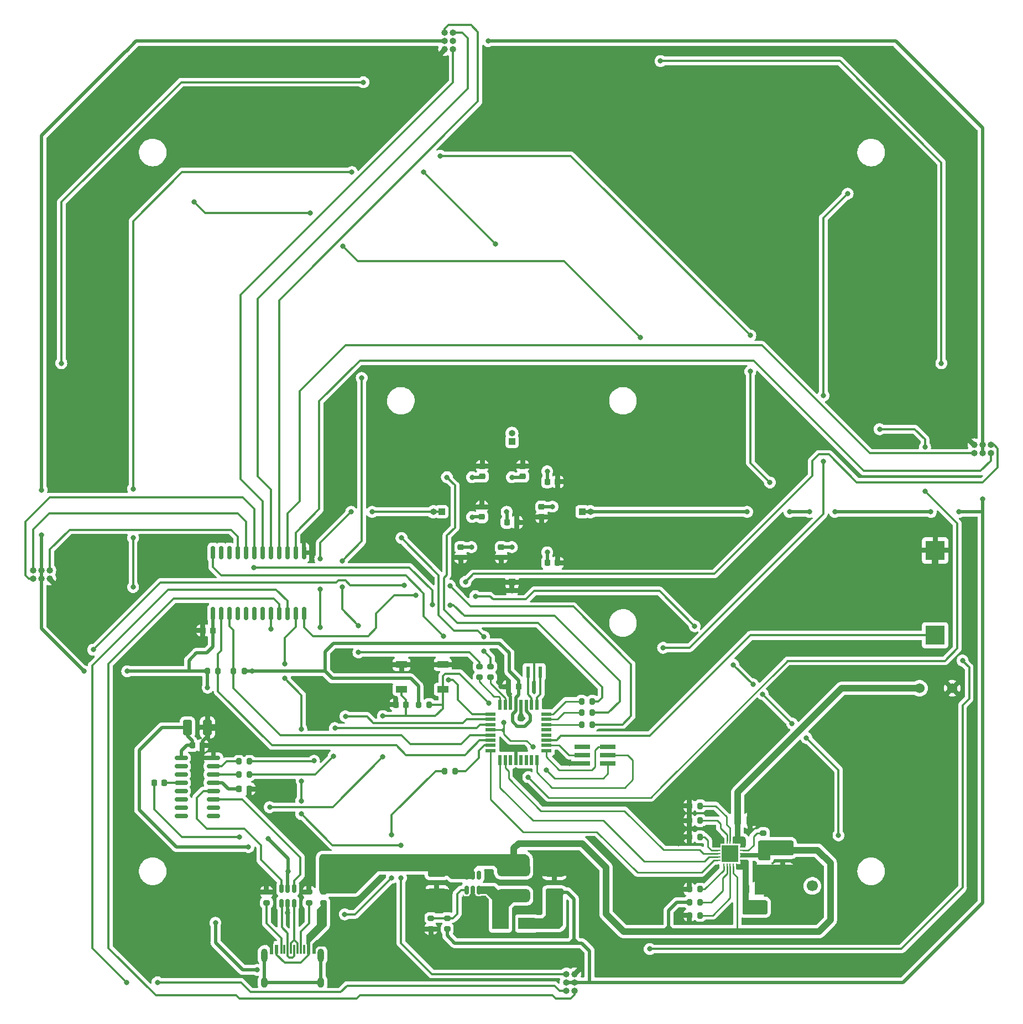
<source format=gbr>
%TF.GenerationSoftware,KiCad,Pcbnew,(6.0.8)*%
%TF.CreationDate,2022-11-08T14:11:50+01:00*%
%TF.ProjectId,BoardGame,426f6172-6447-4616-9d65-2e6b69636164,rev?*%
%TF.SameCoordinates,Original*%
%TF.FileFunction,Copper,L2,Bot*%
%TF.FilePolarity,Positive*%
%FSLAX46Y46*%
G04 Gerber Fmt 4.6, Leading zero omitted, Abs format (unit mm)*
G04 Created by KiCad (PCBNEW (6.0.8)) date 2022-11-08 14:11:50*
%MOMM*%
%LPD*%
G01*
G04 APERTURE LIST*
G04 Aperture macros list*
%AMRoundRect*
0 Rectangle with rounded corners*
0 $1 Rounding radius*
0 $2 $3 $4 $5 $6 $7 $8 $9 X,Y pos of 4 corners*
0 Add a 4 corners polygon primitive as box body*
4,1,4,$2,$3,$4,$5,$6,$7,$8,$9,$2,$3,0*
0 Add four circle primitives for the rounded corners*
1,1,$1+$1,$2,$3*
1,1,$1+$1,$4,$5*
1,1,$1+$1,$6,$7*
1,1,$1+$1,$8,$9*
0 Add four rect primitives between the rounded corners*
20,1,$1+$1,$2,$3,$4,$5,0*
20,1,$1+$1,$4,$5,$6,$7,0*
20,1,$1+$1,$6,$7,$8,$9,0*
20,1,$1+$1,$8,$9,$2,$3,0*%
G04 Aperture macros list end*
%TA.AperFunction,ComponentPad*%
%ADD10C,1.000000*%
%TD*%
%TA.AperFunction,ComponentPad*%
%ADD11O,1.000000X1.000000*%
%TD*%
%TA.AperFunction,ComponentPad*%
%ADD12C,1.700000*%
%TD*%
%TA.AperFunction,ComponentPad*%
%ADD13R,1.000000X1.000000*%
%TD*%
%TA.AperFunction,SMDPad,CuDef*%
%ADD14RoundRect,0.225000X-0.250000X0.225000X-0.250000X-0.225000X0.250000X-0.225000X0.250000X0.225000X0*%
%TD*%
%TA.AperFunction,SMDPad,CuDef*%
%ADD15RoundRect,0.200000X0.200000X0.275000X-0.200000X0.275000X-0.200000X-0.275000X0.200000X-0.275000X0*%
%TD*%
%TA.AperFunction,SMDPad,CuDef*%
%ADD16RoundRect,0.225000X-0.225000X-0.250000X0.225000X-0.250000X0.225000X0.250000X-0.225000X0.250000X0*%
%TD*%
%TA.AperFunction,SMDPad,CuDef*%
%ADD17RoundRect,0.200000X0.275000X-0.200000X0.275000X0.200000X-0.275000X0.200000X-0.275000X-0.200000X0*%
%TD*%
%TA.AperFunction,SMDPad,CuDef*%
%ADD18R,3.000000X3.000000*%
%TD*%
%TA.AperFunction,SMDPad,CuDef*%
%ADD19R,0.550000X1.600000*%
%TD*%
%TA.AperFunction,SMDPad,CuDef*%
%ADD20R,1.600000X0.550000*%
%TD*%
%TA.AperFunction,SMDPad,CuDef*%
%ADD21RoundRect,0.200000X-0.275000X0.200000X-0.275000X-0.200000X0.275000X-0.200000X0.275000X0.200000X0*%
%TD*%
%TA.AperFunction,SMDPad,CuDef*%
%ADD22RoundRect,0.200000X-0.200000X-0.275000X0.200000X-0.275000X0.200000X0.275000X-0.200000X0.275000X0*%
%TD*%
%TA.AperFunction,SMDPad,CuDef*%
%ADD23RoundRect,0.250000X1.100000X-0.325000X1.100000X0.325000X-1.100000X0.325000X-1.100000X-0.325000X0*%
%TD*%
%TA.AperFunction,SMDPad,CuDef*%
%ADD24RoundRect,0.225000X0.225000X0.250000X-0.225000X0.250000X-0.225000X-0.250000X0.225000X-0.250000X0*%
%TD*%
%TA.AperFunction,SMDPad,CuDef*%
%ADD25RoundRect,0.250000X-0.412500X-0.925000X0.412500X-0.925000X0.412500X0.925000X-0.412500X0.925000X0*%
%TD*%
%TA.AperFunction,SMDPad,CuDef*%
%ADD26R,2.500000X1.800000*%
%TD*%
%TA.AperFunction,SMDPad,CuDef*%
%ADD27RoundRect,0.500000X-2.000000X0.500000X-2.000000X-0.500000X2.000000X-0.500000X2.000000X0.500000X0*%
%TD*%
%TA.AperFunction,SMDPad,CuDef*%
%ADD28RoundRect,0.250000X-0.250000X-0.475000X0.250000X-0.475000X0.250000X0.475000X-0.250000X0.475000X0*%
%TD*%
%TA.AperFunction,SMDPad,CuDef*%
%ADD29R,0.600000X1.450000*%
%TD*%
%TA.AperFunction,SMDPad,CuDef*%
%ADD30R,0.300000X1.450000*%
%TD*%
%TA.AperFunction,ComponentPad*%
%ADD31O,1.000000X1.600000*%
%TD*%
%TA.AperFunction,ComponentPad*%
%ADD32O,1.000000X2.100000*%
%TD*%
%TA.AperFunction,SMDPad,CuDef*%
%ADD33RoundRect,0.225000X0.250000X-0.225000X0.250000X0.225000X-0.250000X0.225000X-0.250000X-0.225000X0*%
%TD*%
%TA.AperFunction,SMDPad,CuDef*%
%ADD34RoundRect,0.150000X0.150000X-0.512500X0.150000X0.512500X-0.150000X0.512500X-0.150000X-0.512500X0*%
%TD*%
%TA.AperFunction,SMDPad,CuDef*%
%ADD35RoundRect,0.250000X-0.925000X0.412500X-0.925000X-0.412500X0.925000X-0.412500X0.925000X0.412500X0*%
%TD*%
%TA.AperFunction,SMDPad,CuDef*%
%ADD36RoundRect,0.150000X0.825000X0.150000X-0.825000X0.150000X-0.825000X-0.150000X0.825000X-0.150000X0*%
%TD*%
%TA.AperFunction,SMDPad,CuDef*%
%ADD37R,1.700000X1.000000*%
%TD*%
%TA.AperFunction,ComponentPad*%
%ADD38C,1.524000*%
%TD*%
%TA.AperFunction,SMDPad,CuDef*%
%ADD39RoundRect,0.250000X-1.100000X0.325000X-1.100000X-0.325000X1.100000X-0.325000X1.100000X0.325000X0*%
%TD*%
%TA.AperFunction,SMDPad,CuDef*%
%ADD40RoundRect,0.150000X-0.150000X0.875000X-0.150000X-0.875000X0.150000X-0.875000X0.150000X0.875000X0*%
%TD*%
%TA.AperFunction,SMDPad,CuDef*%
%ADD41R,0.600000X1.700000*%
%TD*%
%TA.AperFunction,SMDPad,CuDef*%
%ADD42R,0.400000X1.700000*%
%TD*%
%TA.AperFunction,SMDPad,CuDef*%
%ADD43RoundRect,0.062500X0.062500X-0.350000X0.062500X0.350000X-0.062500X0.350000X-0.062500X-0.350000X0*%
%TD*%
%TA.AperFunction,SMDPad,CuDef*%
%ADD44RoundRect,0.062500X0.350000X-0.062500X0.350000X0.062500X-0.350000X0.062500X-0.350000X-0.062500X0*%
%TD*%
%TA.AperFunction,SMDPad,CuDef*%
%ADD45R,2.500000X2.500000*%
%TD*%
%TA.AperFunction,SMDPad,CuDef*%
%ADD46RoundRect,0.250000X-0.475000X0.250000X-0.475000X-0.250000X0.475000X-0.250000X0.475000X0.250000X0*%
%TD*%
%TA.AperFunction,SMDPad,CuDef*%
%ADD47R,2.400000X0.740000*%
%TD*%
%TA.AperFunction,ViaPad*%
%ADD48C,0.800000*%
%TD*%
%TA.AperFunction,Conductor*%
%ADD49C,1.016000*%
%TD*%
%TA.AperFunction,Conductor*%
%ADD50C,0.508000*%
%TD*%
%TA.AperFunction,Conductor*%
%ADD51C,0.355600*%
%TD*%
%TA.AperFunction,Conductor*%
%ADD52C,0.300000*%
%TD*%
%TA.AperFunction,Conductor*%
%ADD53C,0.254000*%
%TD*%
G04 APERTURE END LIST*
D10*
%TO.P,J401,1,Pin_1*%
%TO.N,GND*%
X73220000Y-97235000D03*
D11*
%TO.P,J401,2,Pin_2*%
%TO.N,TP_1*%
X73220000Y-95965000D03*
%TO.P,J401,3,Pin_3*%
%TO.N,+5V*%
X71950000Y-97235000D03*
%TO.P,J401,4,Pin_4*%
X71950000Y-95965000D03*
%TO.P,J401,5,Pin_5*%
%TO.N,TP_3*%
X70680000Y-97235000D03*
%TO.P,J401,6,Pin_6*%
%TO.N,TP_2*%
X70680000Y-95965000D03*
%TD*%
D10*
%TO.P,J403,1,Pin_1*%
%TO.N,GND*%
X214780000Y-76765000D03*
D11*
%TO.P,J403,2,Pin_2*%
%TO.N,TP_7*%
X214780000Y-78035000D03*
%TO.P,J403,3,Pin_3*%
%TO.N,+5V*%
X216050000Y-76765000D03*
%TO.P,J403,4,Pin_4*%
X216050000Y-78035000D03*
%TO.P,J403,5,Pin_5*%
%TO.N,TP_9*%
X217320000Y-76765000D03*
%TO.P,J403,6,Pin_6*%
%TO.N,TP_8*%
X217320000Y-78035000D03*
%TD*%
D12*
%TO.P,J302,1,Pin_1*%
%TO.N,/Battery charger/CH_OUT*%
X182000000Y-147500000D03*
%TD*%
D13*
%TO.P,J406,1,Pin_1*%
%TO.N,+5V*%
X154750000Y-87000000D03*
D11*
%TO.P,J406,2,Pin_2*%
X156020000Y-87000000D03*
%TD*%
D12*
%TO.P,J301,1,Pin_1*%
%TO.N,VCC*%
X190000000Y-144250000D03*
%TD*%
D10*
%TO.P,J404,1,Pin_1*%
%TO.N,GND*%
X153600000Y-157730000D03*
D11*
%TO.P,J404,2,Pin_2*%
%TO.N,TP_10*%
X152330000Y-157730000D03*
%TO.P,J404,3,Pin_3*%
%TO.N,+5V*%
X153600000Y-159000000D03*
%TO.P,J404,4,Pin_4*%
X152330000Y-159000000D03*
%TO.P,J404,5,Pin_5*%
%TO.N,TP_12*%
X153600000Y-160270000D03*
%TO.P,J404,6,Pin_6*%
%TO.N,TP_11*%
X152330000Y-160270000D03*
%TD*%
D13*
%TO.P,J408,1,Pin_1*%
%TO.N,TP_13*%
X133250000Y-87000000D03*
D11*
%TO.P,J408,2,Pin_2*%
X131980000Y-87000000D03*
%TD*%
D13*
%TO.P,J405,1,Pin_1*%
%TO.N,GND*%
X144000000Y-97750000D03*
D11*
%TO.P,J405,2,Pin_2*%
X144000000Y-99020000D03*
%TD*%
D10*
%TO.P,J402,1,Pin_1*%
%TO.N,GND*%
X133715000Y-16220000D03*
D11*
%TO.P,J402,2,Pin_2*%
%TO.N,TP_4*%
X134985000Y-16220000D03*
%TO.P,J402,3,Pin_3*%
%TO.N,+5V*%
X133715000Y-14950000D03*
%TO.P,J402,4,Pin_4*%
X134985000Y-14950000D03*
%TO.P,J402,5,Pin_5*%
%TO.N,TP_6*%
X133715000Y-13680000D03*
%TO.P,J402,6,Pin_6*%
%TO.N,TP_5*%
X134985000Y-13680000D03*
%TD*%
D13*
%TO.P,J407,1,Pin_1*%
%TO.N,unconnected-(J407-Pad1)*%
X144000000Y-76250000D03*
D11*
%TO.P,J407,2,Pin_2*%
%TO.N,unconnected-(J407-Pad2)*%
X144000000Y-74980000D03*
%TD*%
D14*
%TO.P,C1006,1*%
%TO.N,VCC*%
X142360000Y-92425000D03*
%TO.P,C1006,2*%
%TO.N,GND*%
X142360000Y-93975000D03*
%TD*%
D15*
%TO.P,R303,1*%
%TO.N,Net-(R303-Pad1)*%
X172825000Y-146750000D03*
%TO.P,R303,2*%
%TO.N,VBUS*%
X171175000Y-146750000D03*
%TD*%
D16*
%TO.P,C504,1*%
%TO.N,GND*%
X126225000Y-116500000D03*
%TO.P,C504,2*%
%TO.N,RESET*%
X127775000Y-116500000D03*
%TD*%
D15*
%TO.P,R201,1*%
%TO.N,RX*%
X103825000Y-125200000D03*
%TO.P,R201,2*%
%TO.N,Net-(R201-Pad2)*%
X102175000Y-125200000D03*
%TD*%
%TO.P,R401,1*%
%TO.N,+5V*%
X103020000Y-111397500D03*
%TO.P,R401,2*%
%TO.N,SCL*%
X101370000Y-111397500D03*
%TD*%
%TO.P,R1006,1*%
%TO.N,NP_6*%
X135325000Y-126700000D03*
%TO.P,R1006,2*%
%TO.N,Net-(D1106-Pad4)*%
X133675000Y-126700000D03*
%TD*%
D17*
%TO.P,R202,1*%
%TO.N,Net-(J201-PadB5)*%
X106425378Y-146825000D03*
%TO.P,R202,2*%
%TO.N,GND*%
X106425378Y-145175000D03*
%TD*%
D18*
%TO.P,LS501,1,1*%
%TO.N,Net-(LS501-Pad1)*%
X208800000Y-105900000D03*
%TO.P,LS501,2,2*%
%TO.N,GND*%
X208800000Y-92900000D03*
%TD*%
D19*
%TO.P,U501,1,PD3*%
%TO.N,NP_1*%
X142200000Y-116500000D03*
%TO.P,U501,2,PD4*%
%TO.N,NP_2*%
X143000000Y-116500000D03*
%TO.P,U501,3,GND*%
%TO.N,GND*%
X143800000Y-116500000D03*
%TO.P,U501,4,VCC*%
%TO.N,+5V*%
X144600000Y-116500000D03*
%TO.P,U501,5,GND*%
%TO.N,GND*%
X145400000Y-116500000D03*
%TO.P,U501,6,VCC*%
%TO.N,+5V*%
X146200000Y-116500000D03*
%TO.P,U501,7,XTAL1/PB6*%
%TO.N,Net-(U501-Pad7)*%
X147000000Y-116500000D03*
%TO.P,U501,8,XTAL2/PB7*%
%TO.N,Net-(U501-Pad8)*%
X147800000Y-116500000D03*
D20*
%TO.P,U501,9,PD5*%
%TO.N,NP_3*%
X149250000Y-117950000D03*
%TO.P,U501,10,PD6*%
%TO.N,NP_4*%
X149250000Y-118750000D03*
%TO.P,U501,11,PD7*%
%TO.N,NP_5*%
X149250000Y-119550000D03*
%TO.P,U501,12,PB0*%
%TO.N,unconnected-(U501-Pad12)*%
X149250000Y-120350000D03*
%TO.P,U501,13,PB1*%
%TO.N,unconnected-(U501-Pad13)*%
X149250000Y-121150000D03*
%TO.P,U501,14,PB2*%
%TO.N,Net-(LS501-Pad1)*%
X149250000Y-121950000D03*
%TO.P,U501,15,PB3*%
%TO.N,MOSI*%
X149250000Y-122750000D03*
%TO.P,U501,16,PB4*%
%TO.N,MISO*%
X149250000Y-123550000D03*
D19*
%TO.P,U501,17,PB5*%
%TO.N,SCK*%
X147800000Y-125000000D03*
%TO.P,U501,18,AVCC*%
%TO.N,unconnected-(U501-Pad18)*%
X147000000Y-125000000D03*
%TO.P,U501,19,ADC6*%
%TO.N,unconnected-(U501-Pad19)*%
X146200000Y-125000000D03*
%TO.P,U501,20,AREF*%
%TO.N,unconnected-(U501-Pad20)*%
X145400000Y-125000000D03*
%TO.P,U501,21,GND*%
%TO.N,GND*%
X144600000Y-125000000D03*
%TO.P,U501,22,ADC7*%
%TO.N,unconnected-(U501-Pad22)*%
X143800000Y-125000000D03*
%TO.P,U501,23,PC0*%
%TO.N,STAT1*%
X143000000Y-125000000D03*
%TO.P,U501,24,PC1*%
%TO.N,STAT2*%
X142200000Y-125000000D03*
D20*
%TO.P,U501,25,PC2*%
%TO.N,PG*%
X140750000Y-123550000D03*
%TO.P,U501,26,PC3*%
%TO.N,NP_6*%
X140750000Y-122750000D03*
%TO.P,U501,27,PC4*%
%TO.N,SDA*%
X140750000Y-121950000D03*
%TO.P,U501,28,PC5*%
%TO.N,SCL*%
X140750000Y-121150000D03*
%TO.P,U501,29,~{RESET}/PC6*%
%TO.N,RESET*%
X140750000Y-120350000D03*
%TO.P,U501,30,PD0*%
%TO.N,RX*%
X140750000Y-119550000D03*
%TO.P,U501,31,PD1*%
%TO.N,TX*%
X140750000Y-118750000D03*
%TO.P,U501,32,PD2*%
%TO.N,INT*%
X140750000Y-117950000D03*
%TD*%
D21*
%TO.P,R602,1*%
%TO.N,/Boost Converter/FB*%
X131600000Y-149175000D03*
%TO.P,R602,2*%
%TO.N,GND*%
X131600000Y-150825000D03*
%TD*%
D22*
%TO.P,R1002,1*%
%TO.N,NP_5*%
X154675000Y-119550000D03*
%TO.P,R1002,2*%
%TO.N,Net-(D1085-Pad4)*%
X156325000Y-119550000D03*
%TD*%
D15*
%TO.P,R204,1*%
%TO.N,TX*%
X103825000Y-127200000D03*
%TO.P,R204,2*%
%TO.N,Net-(R204-Pad2)*%
X102175000Y-127200000D03*
%TD*%
D23*
%TO.P,C602,1*%
%TO.N,+5V*%
X150500000Y-145225000D03*
%TO.P,C602,2*%
%TO.N,GND*%
X150500000Y-142275000D03*
%TD*%
D15*
%TO.P,R501,1*%
%TO.N,RESET*%
X131325000Y-116500000D03*
%TO.P,R501,2*%
%TO.N,+5V*%
X129675000Y-116500000D03*
%TD*%
D24*
%TO.P,C501,1*%
%TO.N,+5V*%
X145000000Y-113750000D03*
%TO.P,C501,2*%
%TO.N,GND*%
X143450000Y-113750000D03*
%TD*%
D22*
%TO.P,R1004,1*%
%TO.N,NP_3*%
X154675000Y-116000000D03*
%TO.P,R1004,2*%
%TO.N,Net-(D1097-Pad4)*%
X156325000Y-116000000D03*
%TD*%
D25*
%TO.P,C203,1*%
%TO.N,VBUS*%
X94310000Y-120000000D03*
%TO.P,C203,2*%
%TO.N,GND*%
X97385000Y-120000000D03*
%TD*%
D14*
%TO.P,C1007,1*%
%TO.N,VCC*%
X136170000Y-92425000D03*
%TO.P,C1007,2*%
%TO.N,GND*%
X136170000Y-93975000D03*
%TD*%
D26*
%TO.P,D601,1,K*%
%TO.N,+5V*%
X146250000Y-150000000D03*
%TO.P,D601,2,A*%
%TO.N,/Boost Converter/L_OUT*%
X142250000Y-150000000D03*
%TD*%
D24*
%TO.P,C401,1*%
%TO.N,+5V*%
X98210000Y-105147500D03*
%TO.P,C401,2*%
%TO.N,GND*%
X96660000Y-105147500D03*
%TD*%
D27*
%TO.P,L601,1*%
%TO.N,VBUS*%
X144250000Y-141750000D03*
%TO.P,L601,2*%
%TO.N,/Boost Converter/L_OUT*%
X144250000Y-145750000D03*
%TD*%
D15*
%TO.P,R301,1*%
%TO.N,Net-(R301-Pad1)*%
X172825000Y-148750000D03*
%TO.P,R301,2*%
%TO.N,GND*%
X171175000Y-148750000D03*
%TD*%
D17*
%TO.P,R1001,1*%
%TO.N,NP_1*%
X139000000Y-112325000D03*
%TO.P,R1001,2*%
%TO.N,Net-(D1069-Pad4)*%
X139000000Y-110675000D03*
%TD*%
D28*
%TO.P,C303,1*%
%TO.N,/Battery charger/CH_OUT*%
X179800000Y-144750000D03*
%TO.P,C303,2*%
%TO.N,GND*%
X181700000Y-144750000D03*
%TD*%
D16*
%TO.P,C1009,1*%
%TO.N,VCC*%
X143225000Y-88600000D03*
%TO.P,C1009,2*%
%TO.N,GND*%
X144775000Y-88600000D03*
%TD*%
%TO.P,C1005,1*%
%TO.N,VCC*%
X149425000Y-94800000D03*
%TO.P,C1005,2*%
%TO.N,GND*%
X150975000Y-94800000D03*
%TD*%
D29*
%TO.P,J201,A1,GND*%
%TO.N,GND*%
X113675378Y-153955000D03*
%TO.P,J201,A4,VBUS*%
%TO.N,/USB/USB*%
X112875378Y-153955000D03*
D30*
%TO.P,J201,A5,CC1*%
%TO.N,Net-(J201-PadA5)*%
X111675378Y-153955000D03*
%TO.P,J201,A6,D+*%
%TO.N,USB_CONN_D+*%
X110675378Y-153955000D03*
%TO.P,J201,A7,D-*%
%TO.N,USB_CONN_D-*%
X110175378Y-153955000D03*
%TO.P,J201,A8,SBU1*%
%TO.N,unconnected-(J201-PadA8)*%
X109175378Y-153955000D03*
D29*
%TO.P,J201,A9,VBUS*%
%TO.N,/USB/USB*%
X107975378Y-153955000D03*
%TO.P,J201,A12,GND*%
%TO.N,GND*%
X107175378Y-153955000D03*
%TO.P,J201,B1,GND*%
X107175378Y-153955000D03*
%TO.P,J201,B4,VBUS*%
%TO.N,/USB/USB*%
X107975378Y-153955000D03*
D30*
%TO.P,J201,B5,CC2*%
%TO.N,Net-(J201-PadB5)*%
X108675378Y-153955000D03*
%TO.P,J201,B6,D+*%
%TO.N,USB_CONN_D+*%
X109675378Y-153955000D03*
%TO.P,J201,B7,D-*%
%TO.N,USB_CONN_D-*%
X111175378Y-153955000D03*
%TO.P,J201,B8,SBU2*%
%TO.N,unconnected-(J201-PadB8)*%
X112175378Y-153955000D03*
D29*
%TO.P,J201,B9,VBUS*%
%TO.N,/USB/USB*%
X112875378Y-153955000D03*
%TO.P,J201,B12,GND*%
%TO.N,GND*%
X113675378Y-153955000D03*
D31*
%TO.P,J201,S1,SHIELD*%
%TO.N,unconnected-(J201-PadS1)*%
X114745378Y-159050000D03*
D32*
X114745378Y-154870000D03*
X106105378Y-154870000D03*
D31*
X106105378Y-159050000D03*
%TD*%
D16*
%TO.P,C201,1*%
%TO.N,Net-(C201-Pad1)*%
X102225000Y-129400000D03*
%TO.P,C201,2*%
%TO.N,GND*%
X103775000Y-129400000D03*
%TD*%
D17*
%TO.P,FB201,1*%
%TO.N,/USB/USB*%
X115175378Y-146825000D03*
%TO.P,FB201,2*%
%TO.N,VBUS*%
X115175378Y-145175000D03*
%TD*%
D33*
%TO.P,C1008,1*%
%TO.N,VCC*%
X139400000Y-87775000D03*
%TO.P,C1008,2*%
%TO.N,GND*%
X139400000Y-86225000D03*
%TD*%
D15*
%TO.P,R307,1*%
%TO.N,Net-(R307-Pad1)*%
X172825000Y-144750000D03*
%TO.P,R307,2*%
%TO.N,GND*%
X171175000Y-144750000D03*
%TD*%
D34*
%TO.P,U601,1,SW*%
%TO.N,/Boost Converter/L_OUT*%
X138950000Y-144887500D03*
%TO.P,U601,2,GND*%
%TO.N,GND*%
X138000000Y-144887500D03*
%TO.P,U601,3,FB*%
%TO.N,/Boost Converter/FB*%
X137050000Y-144887500D03*
%TO.P,U601,4,EN*%
%TO.N,VBUS*%
X137050000Y-142612500D03*
%TO.P,U601,5,IN*%
X138000000Y-142612500D03*
%TO.P,U601,6,NC*%
%TO.N,unconnected-(U601-Pad6)*%
X138950000Y-142612500D03*
%TD*%
D35*
%TO.P,C301,1*%
%TO.N,VBUS*%
X185500000Y-138758000D03*
%TO.P,C301,2*%
%TO.N,GND*%
X185500000Y-141833000D03*
%TD*%
D36*
%TO.P,U202,1,GND*%
%TO.N,GND*%
X98300000Y-124660000D03*
%TO.P,U202,2,TXD*%
%TO.N,Net-(R201-Pad2)*%
X98300000Y-125930000D03*
%TO.P,U202,3,RXD*%
%TO.N,Net-(R204-Pad2)*%
X98300000Y-127200000D03*
%TO.P,U202,4,V3*%
%TO.N,Net-(C201-Pad1)*%
X98300000Y-128470000D03*
%TO.P,U202,5,UD+*%
%TO.N,USB_D+*%
X98300000Y-129740000D03*
%TO.P,U202,6,UD-*%
%TO.N,USB_D-*%
X98300000Y-131010000D03*
%TO.P,U202,7,NC*%
%TO.N,unconnected-(U202-Pad7)*%
X98300000Y-132280000D03*
%TO.P,U202,8,NC*%
%TO.N,unconnected-(U202-Pad8)*%
X98300000Y-133550000D03*
%TO.P,U202,9,~{CTS}*%
%TO.N,unconnected-(U202-Pad9)*%
X93350000Y-133550000D03*
%TO.P,U202,10,~{DSR}*%
%TO.N,unconnected-(U202-Pad10)*%
X93350000Y-132280000D03*
%TO.P,U202,11,~{RI}*%
%TO.N,unconnected-(U202-Pad11)*%
X93350000Y-131010000D03*
%TO.P,U202,12,~{DCD}*%
%TO.N,unconnected-(U202-Pad12)*%
X93350000Y-129740000D03*
%TO.P,U202,13,~{DTR}*%
%TO.N,Net-(C204-Pad2)*%
X93350000Y-128470000D03*
%TO.P,U202,14,~{RTS}*%
%TO.N,unconnected-(U202-Pad14)*%
X93350000Y-127200000D03*
%TO.P,U202,15,R232*%
%TO.N,unconnected-(U202-Pad15)*%
X93350000Y-125930000D03*
%TO.P,U202,16,VCC*%
%TO.N,VBUS*%
X93350000Y-124660000D03*
%TD*%
D34*
%TO.P,U201,1,I/O1*%
%TO.N,USB_CONN_D-*%
X110625378Y-146887500D03*
%TO.P,U201,2,GND*%
%TO.N,GND*%
X109675378Y-146887500D03*
%TO.P,U201,3,I/O2*%
%TO.N,USB_CONN_D+*%
X108725378Y-146887500D03*
%TO.P,U201,4,I/O2*%
%TO.N,USB_D+*%
X108725378Y-144612500D03*
%TO.P,U201,5,VBUS*%
%TO.N,VBUS*%
X109675378Y-144612500D03*
%TO.P,U201,6,I/O1*%
%TO.N,USB_D-*%
X110625378Y-144612500D03*
%TD*%
D37*
%TO.P,SW501,1,1*%
%TO.N,GND*%
X133400000Y-110350000D03*
X127100000Y-110350000D03*
%TO.P,SW501,2,2*%
%TO.N,RESET*%
X133400000Y-114150000D03*
X127100000Y-114150000D03*
%TD*%
D17*
%TO.P,R601,1*%
%TO.N,+5V*%
X134100000Y-150825000D03*
%TO.P,R601,2*%
%TO.N,/Boost Converter/FB*%
X134100000Y-149175000D03*
%TD*%
D16*
%TO.P,C204,1*%
%TO.N,RESET*%
X89225000Y-128470000D03*
%TO.P,C204,2*%
%TO.N,Net-(C204-Pad2)*%
X90775000Y-128470000D03*
%TD*%
D38*
%TO.P,BT301,1,+*%
%TO.N,+BATT*%
X206399000Y-114000000D03*
%TO.P,BT301,2,-*%
%TO.N,GND*%
X211399000Y-114000000D03*
%TD*%
D17*
%TO.P,R310,1*%
%TO.N,VBUS*%
X182500000Y-137825000D03*
%TO.P,R310,2*%
%TO.N,Net-(R310-Pad2)*%
X182500000Y-136175000D03*
%TD*%
D15*
%TO.P,R305,1*%
%TO.N,Net-(R305-Pad1)*%
X172825000Y-134250000D03*
%TO.P,R305,2*%
%TO.N,GND*%
X171175000Y-134250000D03*
%TD*%
%TO.P,R302,1*%
%TO.N,Net-(R302-Pad1)*%
X172825000Y-132000000D03*
%TO.P,R302,2*%
%TO.N,GND*%
X171175000Y-132000000D03*
%TD*%
D39*
%TO.P,C601,1*%
%TO.N,VBUS*%
X132500000Y-142275000D03*
%TO.P,C601,2*%
%TO.N,GND*%
X132500000Y-145225000D03*
%TD*%
D15*
%TO.P,R308,1*%
%TO.N,Net-(R308-Pad1)*%
X172825000Y-136750000D03*
%TO.P,R308,2*%
%TO.N,GND*%
X171175000Y-136750000D03*
%TD*%
D33*
%TO.P,C1001,1*%
%TO.N,VCC*%
X139450000Y-81575000D03*
%TO.P,C1001,2*%
%TO.N,GND*%
X139450000Y-80025000D03*
%TD*%
D16*
%TO.P,C1003,1*%
%TO.N,VCC*%
X149425000Y-82400000D03*
%TO.P,C1003,2*%
%TO.N,GND*%
X150975000Y-82400000D03*
%TD*%
%TO.P,C202,1*%
%TO.N,VBUS*%
X95050000Y-122750000D03*
%TO.P,C202,2*%
%TO.N,GND*%
X96600000Y-122750000D03*
%TD*%
D40*
%TO.P,U401,1,~{INT}*%
%TO.N,INT*%
X98210000Y-93247500D03*
%TO.P,U401,2,A1*%
%TO.N,unconnected-(U401-Pad2)*%
X99480000Y-93247500D03*
%TO.P,U401,3,A2*%
%TO.N,unconnected-(U401-Pad3)*%
X100750000Y-93247500D03*
%TO.P,U401,4,P00*%
%TO.N,TP_1*%
X102020000Y-93247500D03*
%TO.P,U401,5,P01*%
%TO.N,TP_2*%
X103290000Y-93247500D03*
%TO.P,U401,6,P02*%
%TO.N,TP_3*%
X104560000Y-93247500D03*
%TO.P,U401,7,P03*%
%TO.N,TP_4*%
X105830000Y-93247500D03*
%TO.P,U401,8,P04*%
%TO.N,TP_5*%
X107100000Y-93247500D03*
%TO.P,U401,9,P05*%
%TO.N,TP_6*%
X108370000Y-93247500D03*
%TO.P,U401,10,P06*%
%TO.N,TP_7*%
X109640000Y-93247500D03*
%TO.P,U401,11,P07*%
%TO.N,TP_8*%
X110910000Y-93247500D03*
%TO.P,U401,12,GND*%
%TO.N,GND*%
X112180000Y-93247500D03*
%TO.P,U401,13,P10*%
%TO.N,TP_9*%
X112180000Y-102547500D03*
%TO.P,U401,14,P11*%
%TO.N,TP_10*%
X110910000Y-102547500D03*
%TO.P,U401,15,P12*%
%TO.N,TP_11*%
X109640000Y-102547500D03*
%TO.P,U401,16,P13*%
%TO.N,TP_12*%
X108370000Y-102547500D03*
%TO.P,U401,17,P14*%
%TO.N,TP_13*%
X107100000Y-102547500D03*
%TO.P,U401,18,P15*%
%TO.N,unconnected-(U401-Pad18)*%
X105830000Y-102547500D03*
%TO.P,U401,19,P16*%
%TO.N,unconnected-(U401-Pad19)*%
X104560000Y-102547500D03*
%TO.P,U401,20,P17*%
%TO.N,unconnected-(U401-Pad20)*%
X103290000Y-102547500D03*
%TO.P,U401,21,A0*%
%TO.N,unconnected-(U401-Pad21)*%
X102020000Y-102547500D03*
%TO.P,U401,22,SCL*%
%TO.N,SCL*%
X100750000Y-102547500D03*
%TO.P,U401,23,SDA*%
%TO.N,SDA*%
X99480000Y-102547500D03*
%TO.P,U401,24,VCC*%
%TO.N,+5V*%
X98210000Y-102547500D03*
%TD*%
D41*
%TO.P,Y501,1,1*%
%TO.N,Net-(U501-Pad8)*%
X148350000Y-111500000D03*
D42*
%TO.P,Y501,2,2*%
%TO.N,GND*%
X147400000Y-111500000D03*
D41*
%TO.P,Y501,3,3*%
%TO.N,Net-(U501-Pad7)*%
X146450000Y-111500000D03*
%TD*%
D43*
%TO.P,U301,1,OUT*%
%TO.N,/Battery charger/CH_OUT*%
X178415000Y-141260500D03*
%TO.P,U301,2,VPCC*%
%TO.N,VBUS*%
X177915000Y-141260500D03*
%TO.P,U301,3,SEL*%
%TO.N,Net-(R301-Pad1)*%
X177415000Y-141260500D03*
%TO.P,U301,4,PROG2*%
%TO.N,Net-(R303-Pad1)*%
X176915000Y-141260500D03*
%TO.P,U301,5,THERM*%
%TO.N,Net-(R307-Pad1)*%
X176415000Y-141260500D03*
D44*
%TO.P,U301,6,~{PG}*%
%TO.N,PG*%
X175477500Y-140323000D03*
%TO.P,U301,7,STAT2*%
%TO.N,STAT2*%
X175477500Y-139823000D03*
%TO.P,U301,8,STAT1/~{LBO}*%
%TO.N,STAT1*%
X175477500Y-139323000D03*
%TO.P,U301,9,~{TE}*%
%TO.N,Net-(R308-Pad1)*%
X175477500Y-138823000D03*
%TO.P,U301,10,VSS*%
%TO.N,GND*%
X175477500Y-138323000D03*
D43*
%TO.P,U301,11,VSS*%
X176415000Y-137385500D03*
%TO.P,U301,12,PROG3*%
%TO.N,Net-(R305-Pad1)*%
X176915000Y-137385500D03*
%TO.P,U301,13,PROG1*%
%TO.N,Net-(R302-Pad1)*%
X177415000Y-137385500D03*
%TO.P,U301,14,VBAT*%
%TO.N,+BATT*%
X177915000Y-137385500D03*
%TO.P,U301,15,VBAT*%
X178415000Y-137385500D03*
D44*
%TO.P,U301,16,Vbat_SENSE*%
X179352500Y-138323000D03*
%TO.P,U301,17,CE*%
%TO.N,Net-(R310-Pad2)*%
X179352500Y-138823000D03*
%TO.P,U301,18,IN*%
%TO.N,VBUS*%
X179352500Y-139323000D03*
%TO.P,U301,19,IN*%
X179352500Y-139823000D03*
%TO.P,U301,20,OUT*%
%TO.N,/Battery charger/CH_OUT*%
X179352500Y-140323000D03*
D45*
%TO.P,U301,21,VSS*%
%TO.N,GND*%
X177415000Y-139323000D03*
%TD*%
D46*
%TO.P,C302,1*%
%TO.N,VBUS*%
X182650000Y-139600000D03*
%TO.P,C302,2*%
%TO.N,GND*%
X182650000Y-141500000D03*
%TD*%
D22*
%TO.P,R402,1*%
%TO.N,+5V*%
X97370000Y-111397500D03*
%TO.P,R402,2*%
%TO.N,SDA*%
X99020000Y-111397500D03*
%TD*%
D47*
%TO.P,J501,1,Pin_1*%
%TO.N,MISO*%
X158700000Y-122980000D03*
%TO.P,J501,2,Pin_2*%
%TO.N,unconnected-(J501-Pad2)*%
X154800000Y-122980000D03*
%TO.P,J501,3,Pin_3*%
%TO.N,SCK*%
X158700000Y-124250000D03*
%TO.P,J501,4,Pin_4*%
%TO.N,MOSI*%
X154800000Y-124250000D03*
%TO.P,J501,5,Pin_5*%
%TO.N,RESET*%
X158700000Y-125520000D03*
%TO.P,J501,6,Pin_6*%
%TO.N,GND*%
X154800000Y-125520000D03*
%TD*%
D22*
%TO.P,R1003,1*%
%TO.N,NP_4*%
X154675000Y-117750000D03*
%TO.P,R1003,2*%
%TO.N,Net-(D1053-Pad4)*%
X156325000Y-117750000D03*
%TD*%
D33*
%TO.P,C1002,1*%
%TO.N,VCC*%
X145640000Y-81575000D03*
%TO.P,C1002,2*%
%TO.N,GND*%
X145640000Y-80025000D03*
%TD*%
D14*
%TO.P,C1004,1*%
%TO.N,VCC*%
X148550000Y-86225000D03*
%TO.P,C1004,2*%
%TO.N,GND*%
X148550000Y-87775000D03*
%TD*%
D17*
%TO.P,R1005,1*%
%TO.N,NP_2*%
X140750000Y-112325000D03*
%TO.P,R1005,2*%
%TO.N,Net-(D1001-Pad4)*%
X140750000Y-110675000D03*
%TD*%
D28*
%TO.P,C304,1*%
%TO.N,+BATT*%
X178550000Y-134250000D03*
%TO.P,C304,2*%
%TO.N,GND*%
X180450000Y-134250000D03*
%TD*%
D17*
%TO.P,R203,1*%
%TO.N,Net-(J201-PadA5)*%
X112925378Y-146825000D03*
%TO.P,R203,2*%
%TO.N,GND*%
X112925378Y-145175000D03*
%TD*%
D48*
%TO.N,GND*%
X137900000Y-86200000D03*
X151000000Y-93200000D03*
X131600000Y-152000000D03*
X118425378Y-151400000D03*
X151750000Y-140000000D03*
X151750000Y-141000000D03*
X151000000Y-80800000D03*
X170000000Y-132000000D03*
X142300000Y-113700000D03*
X144800000Y-87000000D03*
X106474622Y-143950000D03*
X187600000Y-143200000D03*
X133250000Y-146500000D03*
X137000000Y-147500000D03*
X185600000Y-143200000D03*
X182600000Y-134600000D03*
X138000000Y-146500000D03*
X116425378Y-152400000D03*
X119425378Y-153400000D03*
X103925378Y-152500000D03*
X177415000Y-139323000D03*
X129250000Y-145500000D03*
X118425378Y-153400000D03*
X137800000Y-94000000D03*
X105000000Y-129400000D03*
X95400000Y-105150000D03*
X152800000Y-125500000D03*
X187600000Y-142200000D03*
X186600000Y-143200000D03*
X105925378Y-151600000D03*
X142400000Y-68400000D03*
X104925378Y-151500000D03*
X130250000Y-145500000D03*
X174600000Y-136400000D03*
X98700000Y-120000000D03*
X138000000Y-147500000D03*
X105925378Y-152500000D03*
X148750000Y-141000000D03*
X109675378Y-148350000D03*
X170000000Y-134250000D03*
X145400000Y-118100000D03*
X150750000Y-141000000D03*
X181700000Y-133700000D03*
X102925378Y-153500000D03*
X150200000Y-87800000D03*
X116425378Y-151400000D03*
X129250000Y-143500000D03*
X144600000Y-123400000D03*
X129250000Y-144500000D03*
X182600000Y-143200000D03*
X102925378Y-151500000D03*
X208800000Y-95200000D03*
X132250000Y-146500000D03*
X170000000Y-148750000D03*
X173700000Y-135500000D03*
X117425378Y-152400000D03*
X137000000Y-146500000D03*
X130250000Y-146500000D03*
X102925378Y-152500000D03*
X131250000Y-146500000D03*
X170000000Y-144750000D03*
X183600000Y-143200000D03*
X181700000Y-134600000D03*
X130250000Y-143500000D03*
X144000000Y-80000000D03*
X139000000Y-147500000D03*
X129250000Y-146500000D03*
X104925378Y-152500000D03*
X125000000Y-116500000D03*
X103925378Y-151500000D03*
X131750000Y-110300000D03*
X147400000Y-109800000D03*
X180800000Y-132700000D03*
X150750000Y-140000000D03*
X149750000Y-140000000D03*
X149750000Y-141000000D03*
X184600000Y-143200000D03*
X140000000Y-147500000D03*
X134250000Y-146500000D03*
X182600000Y-133700000D03*
X181700000Y-132700000D03*
X119425378Y-152400000D03*
X144000000Y-94000000D03*
X125500000Y-110400000D03*
X118425378Y-152400000D03*
X174600000Y-135500000D03*
X139000000Y-146500000D03*
X137900000Y-80000000D03*
X130250000Y-144500000D03*
X181600000Y-143200000D03*
X112180000Y-91500000D03*
X140000000Y-146500000D03*
X103925378Y-153500000D03*
X119425378Y-151400000D03*
X141000000Y-68400000D03*
X169500000Y-137800000D03*
X117425378Y-151400000D03*
X175500000Y-136400000D03*
X112950000Y-143950000D03*
%TO.N,VBUS*%
X106650000Y-137000000D03*
X115250000Y-140200000D03*
X109700000Y-142000000D03*
X103650000Y-138300000D03*
%TO.N,RESET*%
X106900000Y-132200000D03*
X142750000Y-119250000D03*
X140500000Y-116250000D03*
X102300000Y-136800000D03*
X124250000Y-118250000D03*
X147250000Y-123000000D03*
X124250000Y-124500000D03*
X149250000Y-126500000D03*
%TO.N,+5V*%
X85100000Y-111400000D03*
X140350000Y-14950000D03*
X97400000Y-113900000D03*
X186500000Y-87000000D03*
X208150000Y-87000000D03*
X189550000Y-87000000D03*
X72000000Y-83650000D03*
X72000000Y-90500000D03*
X212450000Y-87000000D03*
X216100000Y-85050000D03*
X180000000Y-87000000D03*
X78500000Y-111400000D03*
X193450000Y-87000000D03*
X104200000Y-111400000D03*
%TO.N,Net-(D1106-Pad4)*%
X125600000Y-143000000D03*
X118400000Y-148600000D03*
X125600000Y-136400000D03*
%TO.N,VCC*%
X137800000Y-92400000D03*
X105000000Y-157100000D03*
X149400000Y-80800000D03*
X149400000Y-93200000D03*
X143200000Y-87000000D03*
X144000000Y-92400000D03*
X144000000Y-81700000D03*
X98600000Y-149900000D03*
X137900000Y-81700000D03*
X137900000Y-87800000D03*
X150200000Y-86200000D03*
%TO.N,Net-(D1001-Pad4)*%
X139700000Y-106100000D03*
X139700000Y-108300000D03*
X127100000Y-91000000D03*
%TO.N,TP_9*%
X129300000Y-99800000D03*
X136900000Y-97700000D03*
%TO.N,TP_10*%
X109250000Y-110250000D03*
X111750000Y-133250000D03*
X111800000Y-128200000D03*
X109250000Y-112500000D03*
X127000000Y-138000000D03*
X127000000Y-143000000D03*
X111750000Y-131250000D03*
X111750000Y-120250000D03*
%TO.N,TP_11*%
X85000000Y-159000000D03*
X89750000Y-159000000D03*
%TO.N,RX*%
X113700000Y-125100000D03*
X116900000Y-120100000D03*
%TO.N,TX*%
X116700000Y-124400000D03*
X118500000Y-118300000D03*
%TO.N,INT*%
X134250000Y-112750000D03*
X133500000Y-106000000D03*
%TO.N,TP_13*%
X119400000Y-87000000D03*
X122600000Y-87000000D03*
X114650000Y-94200000D03*
X114650000Y-104700000D03*
X114650000Y-98850000D03*
X107100000Y-104900000D03*
%TO.N,Net-(D1053-Pad4)*%
X131800000Y-101200000D03*
X104500000Y-95500000D03*
X134500000Y-101250000D03*
%TO.N,Net-(D1056-Pad2)*%
X130500000Y-35000000D03*
X86000000Y-91000000D03*
X86000000Y-83500000D03*
X86000000Y-98500000D03*
X141500000Y-46000000D03*
X119500000Y-35000000D03*
%TO.N,Net-(D1060-Pad2)*%
X180500000Y-60000000D03*
X183500000Y-82500000D03*
X180500000Y-65500000D03*
X133000000Y-32500000D03*
%TO.N,Net-(D1064-Pad2)*%
X200300000Y-74350000D03*
X146500000Y-127600000D03*
X207250000Y-83850000D03*
X207250000Y-77100000D03*
%TO.N,Net-(D1069-Pad4)*%
X120500000Y-104400000D03*
X120500000Y-108500000D03*
X118000000Y-94500000D03*
X121000000Y-66500000D03*
X118000000Y-98500000D03*
%TO.N,Net-(D1072-Pad2)*%
X163700000Y-60300000D03*
X118100000Y-46300000D03*
X95300000Y-39600000D03*
X113100000Y-41300000D03*
%TO.N,Net-(D1076-Pad2)*%
X167150000Y-107800000D03*
X191700000Y-69200000D03*
X195400000Y-38300000D03*
X191700000Y-79300000D03*
%TO.N,Net-(D1080-Pad2)*%
X138400000Y-99900000D03*
X172000000Y-104500000D03*
X189100000Y-121600000D03*
X182400000Y-114900000D03*
X180900000Y-113400000D03*
X177900000Y-110400000D03*
X186900000Y-119400000D03*
X194000000Y-136500000D03*
%TO.N,Net-(D1085-Pad4)*%
X127500000Y-98250000D03*
X134500000Y-98300000D03*
X79900000Y-108100000D03*
%TO.N,Net-(D1087-Pad2)*%
X75000000Y-64250000D03*
X121250000Y-21250000D03*
%TO.N,Net-(D1090-Pad2)*%
X209750000Y-64250000D03*
X166750000Y-18000000D03*
%TO.N,Net-(D1093-Pad2)*%
X165100000Y-153900000D03*
X213000000Y-109750000D03*
%TO.N,Net-(D1097-Pad4)*%
X134050000Y-81700000D03*
%TD*%
D49*
%TO.N,+BATT*%
X206399000Y-114000000D02*
X194500000Y-114000000D01*
X178550000Y-129950000D02*
X178550000Y-134250000D01*
X194500000Y-114000000D02*
X178550000Y-129950000D01*
D50*
%TO.N,GND*%
X143450000Y-114950000D02*
X143800000Y-115300000D01*
D51*
X154800000Y-125520000D02*
X152820000Y-125520000D01*
D49*
X97385000Y-120000000D02*
X98700000Y-120000000D01*
D50*
X143450000Y-113750000D02*
X142350000Y-113750000D01*
X133400000Y-110350000D02*
X131800000Y-110350000D01*
X112925378Y-145175000D02*
X112925378Y-143974622D01*
D51*
X147400000Y-111500000D02*
X147400000Y-109800000D01*
D50*
X96660000Y-105147500D02*
X95402500Y-105147500D01*
X131850000Y-110350000D02*
X131750000Y-110250000D01*
X112180000Y-93247500D02*
X112180000Y-91500000D01*
X139400000Y-86225000D02*
X137925000Y-86225000D01*
X139450000Y-80025000D02*
X137925000Y-80025000D01*
X98300000Y-123550000D02*
X98300000Y-124660000D01*
X106450000Y-145175000D02*
X106450000Y-143974622D01*
X96600000Y-122750000D02*
X97500000Y-122750000D01*
X136170000Y-93975000D02*
X137775000Y-93975000D01*
D49*
X208800000Y-92900000D02*
X208800000Y-95200000D01*
D50*
X137925000Y-80025000D02*
X137900000Y-80000000D01*
X139000000Y-84500000D02*
X137900000Y-85600000D01*
X143975000Y-93975000D02*
X144000000Y-94000000D01*
X150975000Y-93225000D02*
X151000000Y-93200000D01*
X171175000Y-148750000D02*
X170000000Y-148750000D01*
X143450000Y-113750000D02*
X143450000Y-114950000D01*
X143500000Y-84500000D02*
X139000000Y-84500000D01*
X96600000Y-122750000D02*
X96600000Y-122150000D01*
X127100000Y-110350000D02*
X125550000Y-110350000D01*
X145640000Y-80025000D02*
X144025000Y-80025000D01*
X150975000Y-94800000D02*
X150975000Y-93225000D01*
X103775000Y-129400000D02*
X105000000Y-129400000D01*
X144775000Y-88600000D02*
X144775000Y-87025000D01*
X137775000Y-93975000D02*
X137800000Y-94000000D01*
X171175000Y-134250000D02*
X170000000Y-134250000D01*
X150975000Y-82400000D02*
X150975000Y-80825000D01*
X142360000Y-93975000D02*
X143975000Y-93975000D01*
X109675378Y-146887500D02*
X109675378Y-148350000D01*
X125550000Y-110350000D02*
X125500000Y-110400000D01*
X97385000Y-121365000D02*
X97385000Y-120000000D01*
X131600000Y-150825000D02*
X131600000Y-152000000D01*
X171175000Y-132000000D02*
X170000000Y-132000000D01*
X171175000Y-144750000D02*
X170000000Y-144750000D01*
D52*
X126225000Y-116500000D02*
X125000000Y-116500000D01*
D50*
X144600000Y-125000000D02*
X144600000Y-123400000D01*
X144025000Y-80025000D02*
X144000000Y-80000000D01*
X96600000Y-122150000D02*
X97385000Y-121365000D01*
X150975000Y-80825000D02*
X151000000Y-80800000D01*
X137925000Y-86225000D02*
X137900000Y-86200000D01*
X150175000Y-87775000D02*
X150200000Y-87800000D01*
X144800000Y-87000000D02*
X144800000Y-85800000D01*
X148550000Y-87775000D02*
X150175000Y-87775000D01*
X171175000Y-136750000D02*
X170550000Y-136750000D01*
X137900000Y-85600000D02*
X137900000Y-86200000D01*
X145400000Y-116500000D02*
X145400000Y-118100000D01*
X143800000Y-115300000D02*
X143800000Y-116500000D01*
X170550000Y-136750000D02*
X169500000Y-137800000D01*
X112925378Y-143974622D02*
X112950000Y-143950000D01*
X97500000Y-122750000D02*
X98300000Y-123550000D01*
X144800000Y-85800000D02*
X143500000Y-84500000D01*
X144775000Y-87025000D02*
X144800000Y-87000000D01*
X142350000Y-113750000D02*
X142300000Y-113700000D01*
X131800000Y-110350000D02*
X131750000Y-110300000D01*
X95402500Y-105147500D02*
X95400000Y-105150000D01*
D51*
X152820000Y-125520000D02*
X152800000Y-125500000D01*
D50*
%TO.N,Net-(C201-Pad1)*%
X99670000Y-128470000D02*
X98300000Y-128470000D01*
X102225000Y-129400000D02*
X100600000Y-129400000D01*
X100600000Y-129400000D02*
X99670000Y-128470000D01*
%TO.N,VBUS*%
X168000000Y-150500000D02*
X168750000Y-151250000D01*
X95050000Y-122750000D02*
X95050000Y-122050000D01*
X95050000Y-122050000D02*
X94310000Y-121310000D01*
X109675378Y-142024622D02*
X109700000Y-142000000D01*
X95050000Y-122750000D02*
X94200000Y-122750000D01*
X93350000Y-123600000D02*
X93350000Y-124660000D01*
D49*
X144250000Y-141750000D02*
X144250000Y-138500000D01*
D50*
X94310000Y-121310000D02*
X94310000Y-120000000D01*
D49*
X192750000Y-149500000D02*
X191000000Y-151250000D01*
X154750000Y-137750000D02*
X158400000Y-141400000D01*
D50*
X168000000Y-150500000D02*
X167250000Y-151250000D01*
X94310000Y-120000000D02*
X90400000Y-120000000D01*
X94200000Y-122750000D02*
X93350000Y-123600000D01*
D49*
X191000000Y-151250000D02*
X178250000Y-151250000D01*
X190758000Y-138758000D02*
X192750000Y-140750000D01*
D50*
X109675378Y-144612500D02*
X109675378Y-142024622D01*
X169250000Y-146750000D02*
X168000000Y-148000000D01*
X171175000Y-146750000D02*
X169250000Y-146750000D01*
D49*
X168000000Y-151250000D02*
X168250000Y-151250000D01*
D53*
X178500000Y-151000000D02*
X178250000Y-151250000D01*
D49*
X144250000Y-138500000D02*
X145000000Y-137750000D01*
X192750000Y-140750000D02*
X192750000Y-149500000D01*
D50*
X168000000Y-150500000D02*
X168000000Y-151250000D01*
X168000000Y-148000000D02*
X168000000Y-150500000D01*
D49*
X161150000Y-151250000D02*
X167250000Y-151250000D01*
D50*
X92650000Y-138300000D02*
X86950000Y-132600000D01*
X168750000Y-151250000D02*
X168850000Y-151250000D01*
D49*
X158400000Y-141400000D02*
X158400000Y-148500000D01*
X167250000Y-151250000D02*
X168000000Y-151250000D01*
D53*
X178500000Y-142900000D02*
X178500000Y-151000000D01*
D49*
X178250000Y-151250000D02*
X168850000Y-151250000D01*
D50*
X90400000Y-120000000D02*
X86950000Y-123450000D01*
X109700000Y-140050000D02*
X109700000Y-142000000D01*
X103650000Y-138300000D02*
X92650000Y-138300000D01*
D49*
X145000000Y-137750000D02*
X154750000Y-137750000D01*
D50*
X106650000Y-137000000D02*
X109700000Y-140050000D01*
D49*
X185500000Y-138758000D02*
X190758000Y-138758000D01*
D53*
X177915000Y-141260500D02*
X177915000Y-142315000D01*
D49*
X168850000Y-151250000D02*
X168250000Y-151250000D01*
D50*
X86950000Y-132600000D02*
X86950000Y-123450000D01*
D53*
X177915000Y-142315000D02*
X178500000Y-142900000D01*
D49*
X158400000Y-148500000D02*
X161150000Y-151250000D01*
D52*
%TO.N,RESET*%
X127775000Y-115775000D02*
X127100000Y-115100000D01*
D53*
X140750000Y-120350000D02*
X142450000Y-120350000D01*
X158000000Y-127750000D02*
X150500000Y-127750000D01*
D52*
X106900000Y-132200000D02*
X116550000Y-132200000D01*
X133400000Y-112100000D02*
X133750000Y-111750000D01*
X133750000Y-111750000D02*
X135750000Y-111750000D01*
X127775000Y-116500000D02*
X127775000Y-115775000D01*
X93500000Y-136800000D02*
X102300000Y-136800000D01*
X133400000Y-114150000D02*
X133400000Y-112100000D01*
D53*
X142750000Y-120650000D02*
X142750000Y-120350000D01*
X142450000Y-120350000D02*
X142750000Y-120050000D01*
D52*
X116550000Y-132200000D02*
X124250000Y-124500000D01*
D53*
X143750000Y-122000000D02*
X142750000Y-121000000D01*
D52*
X127100000Y-115100000D02*
X127100000Y-114150000D01*
X89225000Y-128470000D02*
X89225000Y-132525000D01*
D53*
X158700000Y-125520000D02*
X158700000Y-127050000D01*
D52*
X89225000Y-132525000D02*
X93500000Y-136800000D01*
D53*
X146250000Y-122000000D02*
X143750000Y-122000000D01*
D52*
X133400000Y-117100000D02*
X132250000Y-118250000D01*
X136000000Y-111750000D02*
X140500000Y-116250000D01*
X131325000Y-116500000D02*
X133250000Y-116500000D01*
D53*
X142750000Y-120050000D02*
X142750000Y-119250000D01*
X142750000Y-120350000D02*
X142750000Y-120050000D01*
X142450000Y-120350000D02*
X142750000Y-120350000D01*
X150500000Y-127750000D02*
X149250000Y-126500000D01*
X142450000Y-120350000D02*
X142750000Y-120650000D01*
D52*
X132250000Y-118250000D02*
X127750000Y-118250000D01*
X133400000Y-116350000D02*
X133400000Y-117100000D01*
D53*
X147250000Y-123000000D02*
X146250000Y-122000000D01*
D52*
X135750000Y-111750000D02*
X136000000Y-111750000D01*
D53*
X142750000Y-121000000D02*
X142750000Y-120650000D01*
D52*
X124250000Y-118250000D02*
X127750000Y-118250000D01*
X127775000Y-116500000D02*
X127775000Y-118225000D01*
X133400000Y-114150000D02*
X133400000Y-116350000D01*
X133250000Y-116500000D02*
X133400000Y-116350000D01*
D53*
X158700000Y-127050000D02*
X158000000Y-127750000D01*
D52*
X127775000Y-118225000D02*
X127750000Y-118250000D01*
D51*
%TO.N,Net-(C204-Pad2)*%
X93350000Y-128470000D02*
X90775000Y-128470000D01*
D50*
%TO.N,+5V*%
X135250000Y-153000000D02*
X152900000Y-153000000D01*
X216100000Y-86900000D02*
X216100000Y-85050000D01*
X156020000Y-87000000D02*
X180000000Y-87000000D01*
X146800000Y-119000000D02*
X146800000Y-118100000D01*
X146800000Y-118100000D02*
X146200000Y-117500000D01*
X216000000Y-87000000D02*
X216100000Y-86900000D01*
X146200000Y-117500000D02*
X146200000Y-116500000D01*
X71950000Y-98200000D02*
X71950000Y-104850000D01*
X94552500Y-111397500D02*
X97370000Y-111397500D01*
X153500000Y-153000000D02*
X154200000Y-153000000D01*
X84850000Y-16517076D02*
X72000000Y-29367076D01*
X98210000Y-105147500D02*
X98210000Y-102547500D01*
X128500000Y-112500000D02*
X116500000Y-112500000D01*
X140350000Y-14950000D02*
X202750000Y-14950000D01*
X144800000Y-119800000D02*
X146000000Y-119800000D01*
X146800000Y-119000000D02*
X146000000Y-119800000D01*
X154750000Y-87000000D02*
X156020000Y-87000000D01*
X84882924Y-16517076D02*
X86450000Y-14950000D01*
X115400000Y-108400000D02*
X115400000Y-111400000D01*
X152330000Y-159000000D02*
X153600000Y-159000000D01*
X103020000Y-111397500D02*
X104197500Y-111397500D01*
X144600000Y-115400000D02*
X144600000Y-116500000D01*
X98210000Y-107640000D02*
X97250000Y-108600000D01*
X202750000Y-14950000D02*
X216050000Y-28250000D01*
X153500000Y-146250000D02*
X153500000Y-152400000D01*
X145000000Y-115000000D02*
X144600000Y-115400000D01*
X104197500Y-111397500D02*
X104200000Y-111400000D01*
X72000000Y-29367076D02*
X72000000Y-83650000D01*
X145000000Y-113750000D02*
X145000000Y-115000000D01*
X98210000Y-105147500D02*
X98210000Y-107640000D01*
X134100000Y-151850000D02*
X135250000Y-153000000D01*
X129675000Y-116500000D02*
X129675000Y-113825000D01*
X153600000Y-159000000D02*
X155600000Y-159000000D01*
X116700000Y-107100000D02*
X115400000Y-108400000D01*
X145000000Y-113750000D02*
X145000000Y-112800000D01*
X116500000Y-112500000D02*
X115400000Y-111400000D01*
X154200000Y-153000000D02*
X154700000Y-153000000D01*
X71950000Y-104850000D02*
X78500000Y-111400000D01*
X154700000Y-153000000D02*
X155900000Y-154200000D01*
X97400000Y-113900000D02*
X97400000Y-111427500D01*
X155600000Y-159000000D02*
X155900000Y-159000000D01*
X134100000Y-150825000D02*
X134100000Y-151850000D01*
X153500000Y-152400000D02*
X153500000Y-153000000D01*
X144100000Y-118000000D02*
X144100000Y-119100000D01*
X71950000Y-95965000D02*
X71950000Y-97235000D01*
X97250000Y-108600000D02*
X95700000Y-108600000D01*
X153500000Y-152400000D02*
X154100000Y-153000000D01*
X155900000Y-154200000D02*
X155900000Y-159000000D01*
X152475000Y-145225000D02*
X153500000Y-146250000D01*
X144600000Y-116500000D02*
X144600000Y-117500000D01*
X144100000Y-119100000D02*
X144800000Y-119800000D01*
X193450000Y-87000000D02*
X208150000Y-87000000D01*
X133715000Y-14950000D02*
X86450000Y-14950000D01*
X129675000Y-113825000D02*
X129675000Y-113675000D01*
X216100000Y-146800000D02*
X216100000Y-87250000D01*
X97400000Y-111427500D02*
X97370000Y-111397500D01*
X203900000Y-159000000D02*
X216100000Y-146800000D01*
X212450000Y-87000000D02*
X216000000Y-87000000D01*
X72000000Y-91350000D02*
X72000000Y-90500000D01*
X95700000Y-108600000D02*
X94552500Y-109747500D01*
X155900000Y-159000000D02*
X203900000Y-159000000D01*
X145000000Y-112800000D02*
X143600000Y-111400000D01*
X152900000Y-153000000D02*
X153500000Y-153000000D01*
X216100000Y-87250000D02*
X216100000Y-86900000D01*
X144600000Y-117500000D02*
X144100000Y-118000000D01*
X94552500Y-111397500D02*
X85147500Y-111397500D01*
X143600000Y-108600000D02*
X142100000Y-107100000D01*
X72000000Y-95915000D02*
X71950000Y-95965000D01*
X142100000Y-107100000D02*
X116700000Y-107100000D01*
X143600000Y-111400000D02*
X143600000Y-108600000D01*
X150500000Y-145225000D02*
X152475000Y-145225000D01*
X186500000Y-87000000D02*
X189550000Y-87000000D01*
X104200000Y-111400000D02*
X115400000Y-111400000D01*
X72000000Y-91350000D02*
X72000000Y-95915000D01*
X94552500Y-109747500D02*
X94552500Y-111397500D01*
X153500000Y-152400000D02*
X152900000Y-153000000D01*
X84850000Y-16517076D02*
X84882924Y-16517076D01*
X216050000Y-76765000D02*
X216050000Y-78035000D01*
X129675000Y-113675000D02*
X128500000Y-112500000D01*
X71950000Y-97235000D02*
X71950000Y-98200000D01*
X154100000Y-153000000D02*
X154200000Y-153000000D01*
X216050000Y-76765000D02*
X216050000Y-28250000D01*
D52*
%TO.N,Net-(D1106-Pad4)*%
X132300000Y-126700000D02*
X125600000Y-133400000D01*
X125600000Y-133400000D02*
X125600000Y-136400000D01*
X125600000Y-143000000D02*
X120000000Y-148600000D01*
X133675000Y-126700000D02*
X132300000Y-126700000D01*
X120000000Y-148600000D02*
X118400000Y-148600000D01*
%TO.N,NP_6*%
X136900000Y-126700000D02*
X135325000Y-126700000D01*
X139750000Y-122750000D02*
X138900000Y-123600000D01*
X138900000Y-124700000D02*
X136900000Y-126700000D01*
X140750000Y-122750000D02*
X139750000Y-122750000D01*
X138900000Y-123600000D02*
X138900000Y-124700000D01*
D50*
%TO.N,VCC*%
X98600000Y-152900000D02*
X98600000Y-149900000D01*
X102800000Y-157100000D02*
X98600000Y-152900000D01*
X137925000Y-87775000D02*
X137900000Y-87800000D01*
X143225000Y-88600000D02*
X143225000Y-87025000D01*
X137900000Y-81700000D02*
X139325000Y-81700000D01*
X143225000Y-87025000D02*
X143200000Y-87000000D01*
X149425000Y-80825000D02*
X149400000Y-80800000D01*
X136170000Y-92425000D02*
X137775000Y-92425000D01*
X149425000Y-93225000D02*
X149400000Y-93200000D01*
X149425000Y-94800000D02*
X149425000Y-93225000D01*
X102800000Y-157100000D02*
X105000000Y-157100000D01*
X149425000Y-82400000D02*
X149425000Y-80825000D01*
X143975000Y-92425000D02*
X144000000Y-92400000D01*
X145515000Y-81700000D02*
X145640000Y-81575000D01*
X137775000Y-92425000D02*
X137800000Y-92400000D01*
X150175000Y-86225000D02*
X150200000Y-86200000D01*
X139400000Y-87775000D02*
X137925000Y-87775000D01*
X142360000Y-92425000D02*
X143975000Y-92425000D01*
X144000000Y-81700000D02*
X145515000Y-81700000D01*
X139325000Y-81700000D02*
X139450000Y-81575000D01*
X148550000Y-86225000D02*
X150175000Y-86225000D01*
D52*
%TO.N,Net-(D1001-Pad4)*%
X140750000Y-110675000D02*
X140750000Y-109350000D01*
X135150000Y-105150000D02*
X132800000Y-102800000D01*
X138750000Y-105150000D02*
X135150000Y-105150000D01*
X140750000Y-109350000D02*
X139700000Y-108300000D01*
X139700000Y-106100000D02*
X138750000Y-105150000D01*
X132800000Y-102800000D02*
X132800000Y-96700000D01*
X132800000Y-96700000D02*
X127100000Y-91000000D01*
%TO.N,Net-(J201-PadA5)*%
X111675378Y-151250000D02*
X111675378Y-153955000D01*
X112925378Y-146825000D02*
X112925378Y-150000000D01*
X112925378Y-150000000D02*
X111675378Y-151250000D01*
%TO.N,USB_CONN_D+*%
X108775378Y-150600000D02*
X109675378Y-151500000D01*
X109675378Y-151500000D02*
X109675378Y-153955000D01*
X110675378Y-155000000D02*
X110425378Y-155250000D01*
X109675378Y-155000000D02*
X109675378Y-153955000D01*
X110675378Y-153955000D02*
X110675378Y-155000000D01*
X108775378Y-147137500D02*
X108775378Y-150600000D01*
X109925378Y-155250000D02*
X109675378Y-155000000D01*
X110425378Y-155250000D02*
X109925378Y-155250000D01*
%TO.N,USB_CONN_D-*%
X110675378Y-152500000D02*
X111175378Y-153000000D01*
X110675378Y-152500000D02*
X110675378Y-147137500D01*
X111175378Y-153000000D02*
X111175378Y-153955000D01*
X110175378Y-153000000D02*
X110675378Y-152500000D01*
X110175378Y-153955000D02*
X110175378Y-153000000D01*
%TO.N,Net-(J201-PadB5)*%
X106425378Y-150000000D02*
X108675378Y-152250000D01*
X106425378Y-146825000D02*
X106425378Y-150000000D01*
X108675378Y-152250000D02*
X108675378Y-153955000D01*
D50*
%TO.N,unconnected-(J201-PadS1)*%
X106105378Y-159050000D02*
X114745378Y-159050000D01*
X106105378Y-154870000D02*
X106105378Y-159050000D01*
X114745378Y-154870000D02*
X114745378Y-159050000D01*
D52*
%TO.N,TP_1*%
X102020000Y-93247500D02*
X102020000Y-90770000D01*
X73220000Y-92780000D02*
X73220000Y-95965000D01*
X76250000Y-89750000D02*
X73220000Y-92780000D01*
X102020000Y-90770000D02*
X101000000Y-89750000D01*
X101000000Y-89750000D02*
X76250000Y-89750000D01*
%TO.N,TP_3*%
X73250000Y-84750000D02*
X69500000Y-88500000D01*
X69500000Y-88500000D02*
X69500000Y-96750000D01*
X102750000Y-84750000D02*
X73250000Y-84750000D01*
X69985000Y-97235000D02*
X70680000Y-97235000D01*
X104560000Y-93247500D02*
X104560000Y-86560000D01*
X104560000Y-86560000D02*
X102750000Y-84750000D01*
X69500000Y-96750000D02*
X69985000Y-97235000D01*
%TO.N,TP_2*%
X103290000Y-88540000D02*
X102000000Y-87250000D01*
X73150000Y-87250000D02*
X70680000Y-89720000D01*
X102000000Y-87250000D02*
X73150000Y-87250000D01*
X103290000Y-93247500D02*
X103290000Y-88540000D01*
X70680000Y-89720000D02*
X70680000Y-95965000D01*
%TO.N,TP_4*%
X134985000Y-16220000D02*
X134985000Y-21265000D01*
X102450000Y-81990000D02*
X105830000Y-85370000D01*
X105830000Y-85370000D02*
X105830000Y-93247500D01*
X134985000Y-21265000D02*
X102450000Y-53800000D01*
X102450000Y-53800000D02*
X102450000Y-81990000D01*
%TO.N,TP_6*%
X108370000Y-54630000D02*
X138800000Y-24200000D01*
X138800000Y-13550000D02*
X137750000Y-12500000D01*
X133715000Y-13035000D02*
X133715000Y-13680000D01*
X108370000Y-93247500D02*
X108370000Y-54630000D01*
X134250000Y-12500000D02*
X133715000Y-13035000D01*
X138800000Y-24200000D02*
X138800000Y-13550000D01*
X137750000Y-12500000D02*
X134250000Y-12500000D01*
%TO.N,TP_5*%
X137250000Y-14500000D02*
X137250000Y-22250000D01*
X137250000Y-22250000D02*
X105100000Y-54400000D01*
X136430000Y-13680000D02*
X137250000Y-14500000D01*
X134985000Y-13680000D02*
X136430000Y-13680000D01*
X105100000Y-81600000D02*
X107100000Y-83600000D01*
X107100000Y-83600000D02*
X107100000Y-93247500D01*
X105100000Y-54400000D02*
X105100000Y-81600000D01*
%TO.N,TP_7*%
X182250000Y-61500000D02*
X198785000Y-78035000D01*
X109640000Y-93247500D02*
X109640000Y-87260000D01*
X198785000Y-78035000D02*
X214780000Y-78035000D01*
X111500000Y-68500000D02*
X118500000Y-61500000D01*
X111500000Y-85400000D02*
X111500000Y-68500000D01*
X109640000Y-87260000D02*
X111500000Y-85400000D01*
X118500000Y-61500000D02*
X182250000Y-61500000D01*
%TO.N,TP_9*%
X123200000Y-102600000D02*
X126000000Y-99800000D01*
X112180000Y-102547500D02*
X112180000Y-104680000D01*
X196800000Y-82500000D02*
X192500000Y-78200000D01*
X138100000Y-96500000D02*
X136900000Y-97700000D01*
X191000000Y-78200000D02*
X190000000Y-79200000D01*
X216100000Y-82500000D02*
X196800000Y-82500000D01*
X123200000Y-104800000D02*
X123200000Y-103800000D01*
X218400000Y-80200000D02*
X216100000Y-82500000D01*
X175000000Y-96500000D02*
X138100000Y-96500000D01*
X217865000Y-76765000D02*
X218400000Y-77300000D01*
X113500000Y-106000000D02*
X122000000Y-106000000D01*
X192500000Y-78200000D02*
X191000000Y-78200000D01*
X123200000Y-103800000D02*
X123200000Y-102600000D01*
X218400000Y-77300000D02*
X218400000Y-80200000D01*
X190000000Y-79200000D02*
X190000000Y-81500000D01*
X217320000Y-76765000D02*
X217865000Y-76765000D01*
X122000000Y-106000000D02*
X123200000Y-104800000D01*
X126000000Y-99800000D02*
X129300000Y-99800000D01*
X112180000Y-104680000D02*
X113500000Y-106000000D01*
X190000000Y-81500000D02*
X175000000Y-96500000D01*
%TO.N,TP_8*%
X114500000Y-86600000D02*
X114500000Y-70050000D01*
X197900000Y-80750000D02*
X215750000Y-80750000D01*
X215750000Y-80750000D02*
X217320000Y-79180000D01*
X110910000Y-93247500D02*
X110910000Y-90190000D01*
X217320000Y-79180000D02*
X217320000Y-78035000D01*
X181000000Y-63850000D02*
X197900000Y-80750000D01*
X114500000Y-70050000D02*
X120700000Y-63850000D01*
X120700000Y-63850000D02*
X181000000Y-63850000D01*
X110910000Y-90190000D02*
X114500000Y-86600000D01*
%TO.N,TP_10*%
X116500000Y-138000000D02*
X111750000Y-133250000D01*
X109250000Y-106250000D02*
X109250000Y-110250000D01*
X109250000Y-112500000D02*
X111800000Y-115050000D01*
X110910000Y-102547500D02*
X110910000Y-104590000D01*
X131730000Y-157730000D02*
X127000000Y-153000000D01*
X127000000Y-153000000D02*
X127000000Y-143000000D01*
X152330000Y-157730000D02*
X131730000Y-157730000D01*
X111800000Y-120200000D02*
X111750000Y-120250000D01*
X110910000Y-104590000D02*
X110000000Y-105500000D01*
X111800000Y-117600000D02*
X111800000Y-120200000D01*
X127000000Y-138000000D02*
X123250000Y-138000000D01*
X111800000Y-115050000D02*
X111800000Y-117600000D01*
X111750000Y-128250000D02*
X111800000Y-128200000D01*
X110000000Y-105500000D02*
X109250000Y-106250000D01*
X111750000Y-131250000D02*
X111750000Y-128250000D01*
X123250000Y-138000000D02*
X116500000Y-138000000D01*
%TO.N,TP_12*%
X120700000Y-161000000D02*
X150200000Y-161000000D01*
X150200000Y-161000000D02*
X150700000Y-161500000D01*
X82250000Y-110250000D02*
X82250000Y-153750000D01*
X101750000Y-161000000D02*
X102250000Y-161500000D01*
X120200000Y-161500000D02*
X120700000Y-161000000D01*
X102250000Y-161500000D02*
X120200000Y-161500000D01*
X108370000Y-102547500D02*
X108370000Y-101120000D01*
X107550000Y-100300000D02*
X92200000Y-100300000D01*
X108370000Y-101120000D02*
X107550000Y-100300000D01*
X82250000Y-153750000D02*
X89500000Y-161000000D01*
X92200000Y-100300000D02*
X82250000Y-110250000D01*
X153000000Y-161500000D02*
X153600000Y-160900000D01*
X150700000Y-161500000D02*
X153000000Y-161500000D01*
X153600000Y-160900000D02*
X153600000Y-160270000D01*
X89500000Y-161000000D02*
X101750000Y-161000000D01*
%TO.N,TP_11*%
X118750000Y-159500000D02*
X117750000Y-160500000D01*
X152330000Y-160270000D02*
X151270000Y-160270000D01*
X109640000Y-102547500D02*
X109640000Y-100640000D01*
X117750000Y-160500000D02*
X104000000Y-160500000D01*
X102500000Y-159000000D02*
X89750000Y-159000000D01*
X104000000Y-160500000D02*
X102500000Y-159000000D01*
X107900000Y-98900000D02*
X91350000Y-98900000D01*
X91350000Y-98900000D02*
X79750000Y-110500000D01*
X79750000Y-110500000D02*
X79750000Y-153750000D01*
X79750000Y-153750000D02*
X85000000Y-159000000D01*
X151270000Y-160270000D02*
X150500000Y-159500000D01*
X150500000Y-159500000D02*
X118750000Y-159500000D01*
X109640000Y-100640000D02*
X107900000Y-98900000D01*
D53*
%TO.N,MISO*%
X157270000Y-122980000D02*
X158700000Y-122980000D01*
X149250000Y-124500000D02*
X151250000Y-126500000D01*
X151250000Y-126500000D02*
X156250000Y-126500000D01*
X156250000Y-126500000D02*
X156750000Y-126000000D01*
X156750000Y-126000000D02*
X156750000Y-123500000D01*
X156750000Y-123500000D02*
X157270000Y-122980000D01*
X149250000Y-123550000D02*
X149250000Y-124500000D01*
%TO.N,SCK*%
X162500000Y-128000000D02*
X162500000Y-125000000D01*
X162500000Y-125000000D02*
X161750000Y-124250000D01*
X147800000Y-125000000D02*
X147800000Y-126900000D01*
X150100000Y-129200000D02*
X161300000Y-129200000D01*
X161300000Y-129200000D02*
X162500000Y-128000000D01*
X161750000Y-124250000D02*
X158700000Y-124250000D01*
X147800000Y-126900000D02*
X150100000Y-129200000D01*
%TO.N,MOSI*%
X154800000Y-124250000D02*
X152750000Y-124250000D01*
X151250000Y-122750000D02*
X149250000Y-122750000D01*
X152750000Y-124250000D02*
X151250000Y-122750000D01*
D51*
%TO.N,Net-(LS501-Pad1)*%
X208800000Y-105900000D02*
X180500000Y-105900000D01*
X180500000Y-105900000D02*
X165100000Y-121300000D01*
X150850000Y-121950000D02*
X149250000Y-121950000D01*
X151500000Y-121300000D02*
X150850000Y-121950000D01*
X165100000Y-121300000D02*
X151500000Y-121300000D01*
D52*
%TO.N,RX*%
X139150000Y-119550000D02*
X138600000Y-120100000D01*
X138600000Y-120100000D02*
X135200000Y-120100000D01*
X111300000Y-125200000D02*
X113600000Y-125200000D01*
X140750000Y-119550000D02*
X139150000Y-119550000D01*
X119500000Y-120100000D02*
X116900000Y-120100000D01*
X113600000Y-125200000D02*
X113700000Y-125100000D01*
X135200000Y-120100000D02*
X119500000Y-120100000D01*
X111300000Y-125200000D02*
X103825000Y-125200000D01*
%TO.N,Net-(R201-Pad2)*%
X99570000Y-125930000D02*
X98300000Y-125930000D01*
X102175000Y-125200000D02*
X100300000Y-125200000D01*
X100300000Y-125200000D02*
X99570000Y-125930000D01*
%TO.N,TX*%
X122800000Y-119300000D02*
X136500000Y-119300000D01*
X137050000Y-118750000D02*
X136500000Y-119300000D01*
X121800000Y-118300000D02*
X122800000Y-119300000D01*
X103825000Y-127200000D02*
X113900000Y-127200000D01*
X113900000Y-127200000D02*
X116700000Y-124400000D01*
X121800000Y-118300000D02*
X118500000Y-118300000D01*
X140750000Y-118750000D02*
X137050000Y-118750000D01*
%TO.N,Net-(R204-Pad2)*%
X98300000Y-127200000D02*
X102175000Y-127200000D01*
D53*
%TO.N,Net-(R301-Pad1)*%
X177415000Y-146085000D02*
X174750000Y-148750000D01*
X177415000Y-141260500D02*
X177415000Y-146085000D01*
X172825000Y-148750000D02*
X174750000Y-148750000D01*
%TO.N,Net-(R302-Pad1)*%
X172825000Y-132000000D02*
X175200000Y-132000000D01*
X175200000Y-132000000D02*
X176850000Y-133650000D01*
X176850000Y-134850000D02*
X177415000Y-135415000D01*
X176850000Y-133650000D02*
X176850000Y-134850000D01*
X177415000Y-135415000D02*
X177415000Y-137385500D01*
%TO.N,Net-(R303-Pad1)*%
X176250000Y-145000000D02*
X176250000Y-143000000D01*
X176915000Y-142335000D02*
X176915000Y-141260500D01*
X172825000Y-146750000D02*
X174500000Y-146750000D01*
X176250000Y-143000000D02*
X176915000Y-142335000D01*
X174500000Y-146750000D02*
X176250000Y-145000000D01*
%TO.N,PG*%
X140750000Y-131000000D02*
X145750000Y-136000000D01*
X145750000Y-136000000D02*
X157000000Y-136000000D01*
X163200000Y-142200000D02*
X173050000Y-142200000D01*
X173050000Y-142200000D02*
X174927000Y-140323000D01*
X140750000Y-123550000D02*
X140750000Y-131000000D01*
X174927000Y-140323000D02*
X175477500Y-140323000D01*
X157000000Y-136000000D02*
X163200000Y-142200000D01*
%TO.N,Net-(R305-Pad1)*%
X176915000Y-136415000D02*
X176915000Y-137385500D01*
X175900000Y-135400000D02*
X176915000Y-136415000D01*
X175450000Y-134250000D02*
X175900000Y-134700000D01*
X172825000Y-134250000D02*
X175450000Y-134250000D01*
X175900000Y-134700000D02*
X175900000Y-135400000D01*
%TO.N,STAT1*%
X173323000Y-139323000D02*
X175477500Y-139323000D01*
X167250000Y-138750000D02*
X172750000Y-138750000D01*
X143500000Y-127800000D02*
X148450000Y-132750000D01*
X143000000Y-125000000D02*
X143000000Y-126200000D01*
X172750000Y-138750000D02*
X173323000Y-139323000D01*
X148450000Y-132750000D02*
X161250000Y-132750000D01*
X143500000Y-126700000D02*
X143500000Y-127800000D01*
X161250000Y-132750000D02*
X167250000Y-138750000D01*
X143000000Y-126200000D02*
X143500000Y-126700000D01*
%TO.N,Net-(R307-Pad1)*%
X176415000Y-141260500D02*
X176415000Y-141835000D01*
X173500000Y-144750000D02*
X172825000Y-144750000D01*
X176415000Y-141835000D02*
X173500000Y-144750000D01*
%TO.N,Net-(R308-Pad1)*%
X174573000Y-138823000D02*
X174000000Y-138250000D01*
X173500000Y-136750000D02*
X172825000Y-136750000D01*
X174000000Y-138250000D02*
X174000000Y-137250000D01*
X174000000Y-137250000D02*
X173500000Y-136750000D01*
X175477500Y-138823000D02*
X174573000Y-138823000D01*
%TO.N,STAT2*%
X158000000Y-134250000D02*
X164250000Y-140500000D01*
X164250000Y-140500000D02*
X173500000Y-140500000D01*
X174177000Y-139823000D02*
X175477500Y-139823000D01*
X147250000Y-134250000D02*
X158000000Y-134250000D01*
X142200000Y-129200000D02*
X147250000Y-134250000D01*
X142200000Y-125000000D02*
X142200000Y-129200000D01*
X173500000Y-140500000D02*
X174177000Y-139823000D01*
%TO.N,Net-(R310-Pad2)*%
X180177000Y-138823000D02*
X179352500Y-138823000D01*
X182500000Y-136175000D02*
X181525000Y-136175000D01*
X181525000Y-136175000D02*
X181000000Y-136700000D01*
X181000000Y-136700000D02*
X181000000Y-138000000D01*
X181000000Y-138000000D02*
X180177000Y-138823000D01*
D52*
%TO.N,SCL*%
X140750000Y-121150000D02*
X137550000Y-121150000D01*
X101370000Y-111397500D02*
X101370000Y-105120000D01*
X108550000Y-121150000D02*
X101370000Y-113970000D01*
X101370000Y-113970000D02*
X101370000Y-111397500D01*
X127050000Y-121150000D02*
X108550000Y-121150000D01*
X100750000Y-104500000D02*
X100750000Y-102547500D01*
X128400000Y-122500000D02*
X127050000Y-121150000D01*
X101370000Y-105120000D02*
X100750000Y-104500000D01*
X136200000Y-122500000D02*
X128400000Y-122500000D01*
X137550000Y-121150000D02*
X136200000Y-122500000D01*
%TO.N,SDA*%
X99020000Y-114520000D02*
X99020000Y-111397500D01*
X99020000Y-111397500D02*
X99020000Y-108730000D01*
X140750000Y-121950000D02*
X139050000Y-121950000D01*
X126350000Y-122750000D02*
X107250000Y-122750000D01*
X136800000Y-124200000D02*
X127800000Y-124200000D01*
X127800000Y-124200000D02*
X126350000Y-122750000D01*
X107250000Y-122750000D02*
X99020000Y-114520000D01*
X99480000Y-108270000D02*
X99020000Y-108730000D01*
X99480000Y-102547500D02*
X99480000Y-108270000D01*
X139050000Y-121950000D02*
X136800000Y-124200000D01*
D51*
%TO.N,/Boost Converter/FB*%
X135600000Y-145500000D02*
X135600000Y-148500000D01*
X134100000Y-149175000D02*
X134925000Y-149175000D01*
X136212500Y-144887500D02*
X135600000Y-145500000D01*
X137050000Y-144887500D02*
X136212500Y-144887500D01*
X131600000Y-149175000D02*
X134100000Y-149175000D01*
X134925000Y-149175000D02*
X135600000Y-148500000D01*
D53*
%TO.N,NP_1*%
X142000000Y-115250000D02*
X141250000Y-115250000D01*
X142200000Y-115450000D02*
X142000000Y-115250000D01*
X139000000Y-112325000D02*
X139000000Y-113000000D01*
X142200000Y-116500000D02*
X142200000Y-115450000D01*
X139000000Y-113000000D02*
X141250000Y-115250000D01*
%TO.N,NP_2*%
X143000000Y-116500000D02*
X143000000Y-115500000D01*
X143000000Y-115500000D02*
X140750000Y-113250000D01*
X140750000Y-113250000D02*
X140750000Y-112325000D01*
%TO.N,NP_3*%
X152250000Y-116000000D02*
X154675000Y-116000000D01*
X150300000Y-117950000D02*
X152250000Y-116000000D01*
X149250000Y-117950000D02*
X150300000Y-117950000D01*
%TO.N,NP_4*%
X151000000Y-118750000D02*
X149250000Y-118750000D01*
X154675000Y-117750000D02*
X152000000Y-117750000D01*
X152000000Y-117750000D02*
X151000000Y-118750000D01*
%TO.N,NP_5*%
X154675000Y-119550000D02*
X149250000Y-119550000D01*
D51*
%TO.N,USB_D+*%
X108725378Y-144612500D02*
X108725378Y-143375378D01*
X103000000Y-135500000D02*
X97250000Y-135500000D01*
X95750000Y-130750000D02*
X96760000Y-129740000D01*
X108725378Y-143375378D02*
X105575000Y-140225000D01*
X96760000Y-129740000D02*
X98300000Y-129740000D01*
X105575000Y-140225000D02*
X105575000Y-138075000D01*
X105575000Y-138075000D02*
X103000000Y-135500000D01*
X97250000Y-135500000D02*
X95750000Y-134000000D01*
X95750000Y-134000000D02*
X95750000Y-130750000D01*
%TO.N,USB_D-*%
X102710000Y-131010000D02*
X98300000Y-131010000D01*
X111600000Y-142500000D02*
X111600000Y-139900000D01*
X110625378Y-144612500D02*
X110625378Y-143474622D01*
X111600000Y-139900000D02*
X102710000Y-131010000D01*
X110625378Y-143474622D02*
X111600000Y-142500000D01*
D52*
%TO.N,INT*%
X135750000Y-113500000D02*
X135000000Y-112750000D01*
X98210000Y-95460000D02*
X98210000Y-93247500D01*
X133500000Y-106000000D02*
X130500000Y-103000000D01*
X137950000Y-117950000D02*
X135750000Y-115750000D01*
X140750000Y-117950000D02*
X137950000Y-117950000D01*
X135000000Y-112750000D02*
X134250000Y-112750000D01*
X130500000Y-103000000D02*
X130500000Y-99500000D01*
X127750000Y-96750000D02*
X99500000Y-96750000D01*
X135750000Y-115750000D02*
X135750000Y-113500000D01*
X130500000Y-99500000D02*
X127750000Y-96750000D01*
X99500000Y-96750000D02*
X98210000Y-95460000D01*
%TO.N,TP_13*%
X114650000Y-91750000D02*
X114650000Y-93300000D01*
X119400000Y-87000000D02*
X114650000Y-91750000D01*
X133250000Y-87000000D02*
X131980000Y-87000000D01*
X114650000Y-92350000D02*
X114650000Y-93300000D01*
X114650000Y-98850000D02*
X114650000Y-104700000D01*
X107100000Y-104900000D02*
X107100000Y-102547500D01*
X114650000Y-93300000D02*
X114650000Y-94200000D01*
X114650000Y-92100000D02*
X114650000Y-92350000D01*
X131980000Y-87000000D02*
X122600000Y-87000000D01*
%TO.N,Net-(U501-Pad7)*%
X146450000Y-114950000D02*
X146450000Y-111500000D01*
X147000000Y-115500000D02*
X146450000Y-114950000D01*
X147000000Y-116500000D02*
X147000000Y-115500000D01*
%TO.N,Net-(U501-Pad8)*%
X147800000Y-116500000D02*
X147800000Y-115450000D01*
X148350000Y-114900000D02*
X148350000Y-111500000D01*
X147800000Y-115450000D02*
X148350000Y-114900000D01*
%TO.N,Net-(D1053-Pad4)*%
X134500000Y-101250000D02*
X135050000Y-101250000D01*
X136700000Y-102900000D02*
X150500000Y-102900000D01*
X131800000Y-101200000D02*
X131800000Y-99000000D01*
X160500000Y-112900000D02*
X160500000Y-116000000D01*
X150500000Y-102900000D02*
X160500000Y-112900000D01*
X131800000Y-99000000D02*
X128300000Y-95500000D01*
X135050000Y-101250000D02*
X136700000Y-102900000D01*
X158750000Y-117750000D02*
X156325000Y-117750000D01*
X160500000Y-116000000D02*
X158750000Y-117750000D01*
X128300000Y-95500000D02*
X104500000Y-95500000D01*
%TO.N,Net-(D1056-Pad2)*%
X86000000Y-83500000D02*
X86000000Y-42500000D01*
X93500000Y-35000000D02*
X119500000Y-35000000D01*
X86000000Y-98500000D02*
X86000000Y-91000000D01*
X141500000Y-46000000D02*
X130500000Y-35000000D01*
X86000000Y-42500000D02*
X93500000Y-35000000D01*
%TO.N,Net-(D1060-Pad2)*%
X133000000Y-32500000D02*
X153000000Y-32500000D01*
X180500000Y-65500000D02*
X180500000Y-79500000D01*
X153000000Y-32500000D02*
X180500000Y-60000000D01*
X180500000Y-79500000D02*
X183500000Y-82500000D01*
%TO.N,Net-(D1064-Pad2)*%
X186200000Y-109800000D02*
X210300000Y-109800000D01*
D53*
X186200000Y-109800000D02*
X167000000Y-129000000D01*
X165250000Y-130750000D02*
X167000000Y-129000000D01*
D52*
X207250000Y-75900000D02*
X205700000Y-74350000D01*
X212125000Y-107975000D02*
X212200000Y-107900000D01*
X210300000Y-109800000D02*
X212125000Y-107975000D01*
D53*
X149650000Y-130750000D02*
X165250000Y-130750000D01*
D52*
X205700000Y-74350000D02*
X200300000Y-74350000D01*
X207250000Y-77100000D02*
X207250000Y-75900000D01*
D53*
X146500000Y-127600000D02*
X149650000Y-130750000D01*
D52*
X212200000Y-88800000D02*
X207250000Y-83850000D01*
X212200000Y-107900000D02*
X212200000Y-88800000D01*
%TO.N,Net-(D1069-Pad4)*%
X137500000Y-108500000D02*
X120500000Y-108500000D01*
X118000000Y-98500000D02*
X118000000Y-101900000D01*
X139000000Y-110675000D02*
X139000000Y-110000000D01*
X118000000Y-101900000D02*
X120500000Y-104400000D01*
X139000000Y-110000000D02*
X137500000Y-108500000D01*
X121000000Y-66500000D02*
X121000000Y-91500000D01*
X121000000Y-91500000D02*
X118000000Y-94500000D01*
%TO.N,Net-(D1072-Pad2)*%
X152000000Y-48600000D02*
X122300000Y-48600000D01*
X113100000Y-41300000D02*
X97000000Y-41300000D01*
X122300000Y-48600000D02*
X120400000Y-48600000D01*
X163700000Y-60300000D02*
X152000000Y-48600000D01*
X120400000Y-48600000D02*
X118100000Y-46300000D01*
X97000000Y-41300000D02*
X95300000Y-39600000D01*
%TO.N,Net-(D1076-Pad2)*%
X171200000Y-107800000D02*
X191700000Y-87300000D01*
D51*
X191700000Y-69200000D02*
X191700000Y-42000000D01*
X191700000Y-42000000D02*
X195400000Y-38300000D01*
D52*
X167150000Y-107800000D02*
X171200000Y-107800000D01*
X191700000Y-79300000D02*
X191700000Y-87300000D01*
%TO.N,Net-(D1080-Pad2)*%
X141100000Y-100400000D02*
X146100000Y-100400000D01*
X186900000Y-119400000D02*
X182400000Y-114900000D01*
X194000000Y-126500000D02*
X189100000Y-121600000D01*
X140600000Y-99900000D02*
X141100000Y-100400000D01*
X194000000Y-136500000D02*
X194000000Y-126500000D01*
X138400000Y-99900000D02*
X140600000Y-99900000D01*
X180900000Y-113400000D02*
X177900000Y-110400000D01*
X146100000Y-100400000D02*
X147400000Y-99100000D01*
X166600000Y-99100000D02*
X172000000Y-104500000D01*
X147400000Y-99100000D02*
X166600000Y-99100000D01*
%TO.N,Net-(D1085-Pad4)*%
X162250000Y-118250000D02*
X160950000Y-119550000D01*
X160950000Y-119550000D02*
X156325000Y-119550000D01*
X137700000Y-101500000D02*
X153400000Y-101500000D01*
X134500000Y-98300000D02*
X137700000Y-101500000D01*
X119250000Y-98250000D02*
X127500000Y-98250000D01*
X117400000Y-97500000D02*
X118500000Y-97500000D01*
X162250000Y-110350000D02*
X162250000Y-118250000D01*
X117100000Y-97800000D02*
X117400000Y-97500000D01*
X79900000Y-108100000D02*
X90200000Y-97800000D01*
X153400000Y-101500000D02*
X162250000Y-110350000D01*
X90200000Y-97800000D02*
X117100000Y-97800000D01*
X118500000Y-97500000D02*
X119250000Y-98250000D01*
%TO.N,Net-(D1087-Pad2)*%
X93350000Y-21250000D02*
X121250000Y-21250000D01*
X75000000Y-39600000D02*
X93350000Y-21250000D01*
X75000000Y-64250000D02*
X75000000Y-39600000D01*
%TO.N,Net-(D1090-Pad2)*%
X166750000Y-18000000D02*
X194200000Y-18000000D01*
X194200000Y-18000000D02*
X209750000Y-33550000D01*
X209750000Y-33550000D02*
X209750000Y-64250000D01*
%TO.N,Net-(D1093-Pad2)*%
X213000000Y-109800000D02*
X214000000Y-110800000D01*
X214000000Y-110800000D02*
X214000000Y-115600000D01*
X203600000Y-153900000D02*
X165100000Y-153900000D01*
X213000000Y-116600000D02*
X213000000Y-144500000D01*
X214000000Y-115600000D02*
X213000000Y-116600000D01*
X213000000Y-109750000D02*
X213000000Y-109800000D01*
X213000000Y-144500000D02*
X203600000Y-153900000D01*
%TO.N,Net-(D1097-Pad4)*%
X134050000Y-96650000D02*
X134050000Y-90650000D01*
X134050000Y-90650000D02*
X135300000Y-89400000D01*
X135600000Y-104000000D02*
X133600000Y-102000000D01*
X148000000Y-104000000D02*
X135600000Y-104000000D01*
X156325000Y-116000000D02*
X157200000Y-116000000D01*
X133600000Y-102000000D02*
X133600000Y-97100000D01*
X157800000Y-113800000D02*
X148000000Y-104000000D01*
X157800000Y-115400000D02*
X157800000Y-113800000D01*
X157200000Y-116000000D02*
X157800000Y-115400000D01*
X135300000Y-89400000D02*
X135300000Y-82950000D01*
X133600000Y-97100000D02*
X134050000Y-96650000D01*
X135300000Y-82950000D02*
X134050000Y-81700000D01*
D51*
%TO.N,/USB/USB*%
X112875378Y-154775378D02*
X111650756Y-156000000D01*
X107975378Y-153955000D02*
X107975378Y-154775378D01*
X107975378Y-154775378D02*
X109200000Y-156000000D01*
X111650756Y-156000000D02*
X109200000Y-156000000D01*
X112875378Y-153955000D02*
X112875378Y-154775378D01*
%TD*%
%TA.AperFunction,Conductor*%
%TO.N,/Battery charger/CH_OUT*%
G36*
X180118306Y-140218306D02*
G01*
X180281694Y-140381694D01*
X180300000Y-140425888D01*
X180300000Y-146400000D01*
X182874112Y-146400000D01*
X182918306Y-146418306D01*
X183081694Y-146581694D01*
X183100000Y-146625888D01*
X183100000Y-148374112D01*
X183081694Y-148418306D01*
X182918306Y-148581694D01*
X182874112Y-148600000D01*
X179525888Y-148600000D01*
X179481694Y-148581694D01*
X179318306Y-148418306D01*
X179300000Y-148374112D01*
X179300000Y-141800000D01*
X178525888Y-141800000D01*
X178481694Y-141781694D01*
X178318306Y-141618306D01*
X178300000Y-141574112D01*
X178300000Y-141125888D01*
X178318306Y-141081694D01*
X178481694Y-140918306D01*
X178525888Y-140900000D01*
X179000000Y-140900000D01*
X179000000Y-140425888D01*
X179018306Y-140381694D01*
X179179194Y-140220806D01*
X179223388Y-140202500D01*
X179739644Y-140202500D01*
X179741669Y-140202233D01*
X179741675Y-140202233D01*
X179752204Y-140200846D01*
X179754570Y-140200535D01*
X179762727Y-140200000D01*
X180074112Y-140200000D01*
X180118306Y-140218306D01*
G37*
%TD.AperFunction*%
%TD*%
%TA.AperFunction,Conductor*%
%TO.N,GND*%
G36*
X107525378Y-152500000D02*
G01*
X107525378Y-153024142D01*
X107503199Y-153038962D01*
X107491894Y-153046516D01*
X107435644Y-153130699D01*
X107420878Y-153204933D01*
X107420879Y-154700000D01*
X106925378Y-154700000D01*
X106925378Y-153700000D01*
X106525378Y-153300000D01*
X105325378Y-153300000D01*
X104525378Y-154100000D01*
X102325378Y-154100000D01*
X102325378Y-150900000D01*
X105925378Y-150900000D01*
X107525378Y-152500000D01*
G37*
%TD.AperFunction*%
%TD*%
%TA.AperFunction,Conductor*%
%TO.N,GND*%
G36*
X120025378Y-153900000D02*
G01*
X115925378Y-153900000D01*
X115525378Y-153500000D01*
X114325378Y-153500000D01*
X113925378Y-153900000D01*
X113925378Y-154600000D01*
X113429878Y-154600000D01*
X113429877Y-153211123D01*
X113429877Y-153204934D01*
X113425378Y-153182314D01*
X113425378Y-153100000D01*
X114025378Y-152500000D01*
X114625378Y-152500000D01*
X116225378Y-150900000D01*
X120025378Y-150900000D01*
X120025378Y-153900000D01*
G37*
%TD.AperFunction*%
%TD*%
%TA.AperFunction,Conductor*%
%TO.N,/USB/USB*%
G36*
X115567499Y-146520002D02*
G01*
X115613992Y-146573658D01*
X115625378Y-146626000D01*
X115625378Y-150347810D01*
X115605376Y-150415931D01*
X115588473Y-150436905D01*
X113125378Y-152900000D01*
X113125378Y-153169900D01*
X113122957Y-153194481D01*
X113120878Y-153204933D01*
X113120878Y-153211120D01*
X113120879Y-154574000D01*
X113100877Y-154642121D01*
X113047221Y-154688614D01*
X112994879Y-154700000D01*
X112705878Y-154700000D01*
X112637757Y-154679998D01*
X112591264Y-154626342D01*
X112579878Y-154574000D01*
X112579877Y-153211123D01*
X112579877Y-153204934D01*
X112565112Y-153130699D01*
X112558216Y-153120378D01*
X112546614Y-153103014D01*
X112525378Y-153033011D01*
X112525378Y-151852190D01*
X112545380Y-151784069D01*
X112562283Y-151763095D01*
X114125378Y-150200000D01*
X114125378Y-147952190D01*
X114145380Y-147884069D01*
X114162283Y-147863095D01*
X114725378Y-147300000D01*
X114725378Y-146626000D01*
X114745380Y-146557879D01*
X114799036Y-146511386D01*
X114851378Y-146500000D01*
X115499378Y-146500000D01*
X115567499Y-146520002D01*
G37*
%TD.AperFunction*%
%TD*%
%TA.AperFunction,Conductor*%
%TO.N,+BATT*%
G36*
X178669349Y-134118903D02*
G01*
X178706838Y-134131084D01*
X178796724Y-134176883D01*
X178828616Y-134200055D01*
X178899945Y-134271384D01*
X178923117Y-134303276D01*
X178968915Y-134393160D01*
X178981097Y-134430652D01*
X178998449Y-134540208D01*
X179000000Y-134559919D01*
X179000000Y-136700000D01*
X179400000Y-136700000D01*
X179503895Y-136716455D01*
X179541388Y-136728637D01*
X179617335Y-136767334D01*
X179649227Y-136790506D01*
X179709494Y-136850773D01*
X179732666Y-136882665D01*
X179771363Y-136958612D01*
X179783545Y-136996105D01*
X179798449Y-137090207D01*
X179800000Y-137109917D01*
X179800000Y-137990083D01*
X179798449Y-138009793D01*
X179783545Y-138103895D01*
X179771363Y-138141388D01*
X179732666Y-138217335D01*
X179709494Y-138249227D01*
X179649227Y-138309494D01*
X179617335Y-138332666D01*
X179541388Y-138371363D01*
X179503895Y-138383545D01*
X179409793Y-138398449D01*
X179390083Y-138400000D01*
X179312410Y-138400000D01*
X179287829Y-138397579D01*
X179278124Y-138395649D01*
X179209775Y-138382053D01*
X179164358Y-138363241D01*
X179108705Y-138326055D01*
X179073944Y-138291294D01*
X179036759Y-138235642D01*
X179017946Y-138190223D01*
X179008233Y-138141388D01*
X179000000Y-138100000D01*
X179000000Y-137800000D01*
X178308258Y-137800000D01*
X178291812Y-137798922D01*
X178187037Y-137785128D01*
X178155265Y-137776615D01*
X178065326Y-137739361D01*
X178036840Y-137722914D01*
X177959607Y-137663651D01*
X177936349Y-137640393D01*
X177877086Y-137563160D01*
X177860639Y-137534674D01*
X177823385Y-137444735D01*
X177814872Y-137412963D01*
X177801078Y-137308188D01*
X177800000Y-137291742D01*
X177800000Y-136866589D01*
X177804293Y-136833979D01*
X177811358Y-136807611D01*
X177843970Y-136751126D01*
X177851126Y-136743970D01*
X177907609Y-136711358D01*
X177950000Y-136700000D01*
X178100000Y-136700000D01*
X178100000Y-134559919D01*
X178101551Y-134540208D01*
X178118903Y-134430652D01*
X178131085Y-134393160D01*
X178176883Y-134303276D01*
X178200055Y-134271384D01*
X178271384Y-134200055D01*
X178303276Y-134176883D01*
X178393162Y-134131084D01*
X178430651Y-134118903D01*
X178530289Y-134103122D01*
X178569711Y-134103122D01*
X178669349Y-134118903D01*
G37*
%TD.AperFunction*%
%TD*%
%TA.AperFunction,Conductor*%
%TO.N,+5V*%
G36*
X151742121Y-144820002D02*
G01*
X151788614Y-144873658D01*
X151800000Y-144926000D01*
X151800000Y-150247810D01*
X151779998Y-150315931D01*
X151763095Y-150336905D01*
X151336905Y-150763095D01*
X151274593Y-150797121D01*
X151247810Y-150800000D01*
X145426000Y-150800000D01*
X145357879Y-150779998D01*
X145311386Y-150726342D01*
X145300000Y-150674000D01*
X145300000Y-149326000D01*
X145320002Y-149257879D01*
X145373658Y-149211386D01*
X145426000Y-149200000D01*
X148700000Y-149200000D01*
X149200000Y-148700000D01*
X149200000Y-144926000D01*
X149220002Y-144857879D01*
X149273658Y-144811386D01*
X149326000Y-144800000D01*
X151674000Y-144800000D01*
X151742121Y-144820002D01*
G37*
%TD.AperFunction*%
%TD*%
%TA.AperFunction,Conductor*%
%TO.N,VBUS*%
G36*
X186918306Y-137318306D02*
G01*
X187081694Y-137481694D01*
X187100000Y-137525888D01*
X187100000Y-139374112D01*
X187081694Y-139418306D01*
X186918306Y-139581694D01*
X186874112Y-139600000D01*
X183600000Y-139600000D01*
X183600000Y-140074112D01*
X183581694Y-140118306D01*
X183418306Y-140281694D01*
X183374112Y-140300000D01*
X181925888Y-140300000D01*
X181881694Y-140281694D01*
X181700000Y-140100000D01*
X181700000Y-139900000D01*
X179225888Y-139900000D01*
X179181694Y-139881694D01*
X179018306Y-139718306D01*
X179000000Y-139674112D01*
X179000000Y-139425888D01*
X179018306Y-139381694D01*
X179179194Y-139220806D01*
X179223388Y-139202500D01*
X179274650Y-139202500D01*
X179284745Y-139203574D01*
X179286002Y-139204016D01*
X179291591Y-139204500D01*
X180129624Y-139204500D01*
X180142778Y-139205900D01*
X180158780Y-139209345D01*
X180163910Y-139208738D01*
X180163912Y-139208738D01*
X180196059Y-139204933D01*
X180203405Y-139204500D01*
X180208692Y-139204500D01*
X180217043Y-139203110D01*
X180229319Y-139201067D01*
X180232229Y-139200653D01*
X180234078Y-139200434D01*
X180241429Y-139200000D01*
X181700000Y-139200000D01*
X181700000Y-137525888D01*
X181718306Y-137481694D01*
X181881694Y-137318306D01*
X181925888Y-137300000D01*
X186874112Y-137300000D01*
X186918306Y-137318306D01*
G37*
%TD.AperFunction*%
%TD*%
%TA.AperFunction,Conductor*%
%TO.N,/Boost Converter/L_OUT*%
G36*
X141315931Y-144320002D02*
G01*
X141336905Y-144336905D01*
X142000000Y-145000000D01*
X146474000Y-145000000D01*
X146542121Y-145020002D01*
X146588614Y-145073658D01*
X146600000Y-145126000D01*
X146600000Y-146274000D01*
X146579998Y-146342121D01*
X146526342Y-146388614D01*
X146474000Y-146400000D01*
X144500000Y-146400000D01*
X143500000Y-147400000D01*
X143500000Y-150674000D01*
X143479998Y-150742121D01*
X143426342Y-150788614D01*
X143374000Y-150800000D01*
X141126000Y-150800000D01*
X141057879Y-150779998D01*
X141011386Y-150726342D01*
X141000000Y-150674000D01*
X141000000Y-146400000D01*
X140100000Y-145500000D01*
X138826000Y-145500000D01*
X138757879Y-145479998D01*
X138711386Y-145426342D01*
X138700000Y-145374000D01*
X138700000Y-144426000D01*
X138720002Y-144357879D01*
X138773658Y-144311386D01*
X138826000Y-144300000D01*
X141247810Y-144300000D01*
X141315931Y-144320002D01*
G37*
%TD.AperFunction*%
%TD*%
%TA.AperFunction,Conductor*%
%TO.N,VBUS*%
G36*
X146001081Y-139401078D02*
G01*
X146105856Y-139414872D01*
X146137628Y-139423385D01*
X146227569Y-139460640D01*
X146256052Y-139477084D01*
X146339906Y-139541428D01*
X146352288Y-139552288D01*
X146547712Y-139747712D01*
X146558572Y-139760094D01*
X146622916Y-139843948D01*
X146639360Y-139872431D01*
X146676615Y-139962372D01*
X146685128Y-139994144D01*
X146698922Y-140098919D01*
X146700000Y-140115365D01*
X146700000Y-141791742D01*
X146698922Y-141808188D01*
X146685128Y-141912963D01*
X146676615Y-141944735D01*
X146639361Y-142034674D01*
X146622914Y-142063160D01*
X146563651Y-142140393D01*
X146540393Y-142163651D01*
X146463160Y-142222914D01*
X146434674Y-142239361D01*
X146344735Y-142276615D01*
X146312963Y-142285128D01*
X146208188Y-142298922D01*
X146191742Y-142300000D01*
X142112410Y-142300000D01*
X142087829Y-142297579D01*
X142078124Y-142295649D01*
X142009775Y-142282053D01*
X141964358Y-142263241D01*
X141908705Y-142226055D01*
X141873944Y-142191294D01*
X141836759Y-142135642D01*
X141817946Y-142090223D01*
X141814691Y-142073855D01*
X141802421Y-142012171D01*
X141800000Y-141987590D01*
X141800000Y-141700000D01*
X141300000Y-141200000D01*
X138700000Y-141200000D01*
X138200000Y-141700000D01*
X138200000Y-142691742D01*
X138198922Y-142708188D01*
X138185128Y-142812963D01*
X138176615Y-142844735D01*
X138139361Y-142934674D01*
X138122914Y-142963160D01*
X138063651Y-143040393D01*
X138040393Y-143063651D01*
X137963160Y-143122914D01*
X137934674Y-143139361D01*
X137844735Y-143176615D01*
X137812963Y-143185128D01*
X137708188Y-143198922D01*
X137691742Y-143200000D01*
X134915365Y-143200000D01*
X134898919Y-143198922D01*
X134794144Y-143185128D01*
X134762372Y-143176615D01*
X134672431Y-143139360D01*
X134643948Y-143122916D01*
X134560094Y-143058572D01*
X134547712Y-143047712D01*
X134200000Y-142700000D01*
X131659917Y-142700000D01*
X131640208Y-142698449D01*
X131561554Y-142685992D01*
X131524063Y-142673810D01*
X131462054Y-142642215D01*
X131430162Y-142619043D01*
X131380957Y-142569838D01*
X131357785Y-142537946D01*
X131326190Y-142475937D01*
X131314008Y-142438445D01*
X131300000Y-142350000D01*
X131300000Y-142000000D01*
X123500000Y-142000000D01*
X120252288Y-145247712D01*
X120239906Y-145258572D01*
X120156052Y-145322916D01*
X120127569Y-145339360D01*
X120037628Y-145376615D01*
X120005856Y-145385128D01*
X119901081Y-145398922D01*
X119884635Y-145400000D01*
X115008258Y-145400000D01*
X114991812Y-145398922D01*
X114887037Y-145385128D01*
X114855265Y-145376615D01*
X114765326Y-145339361D01*
X114736840Y-145322914D01*
X114659607Y-145263651D01*
X114636349Y-145240393D01*
X114577086Y-145163160D01*
X114560639Y-145134674D01*
X114523385Y-145044735D01*
X114514872Y-145012963D01*
X114501078Y-144908188D01*
X114500000Y-144891742D01*
X114500000Y-139908258D01*
X114501078Y-139891812D01*
X114514872Y-139787037D01*
X114523385Y-139755265D01*
X114560639Y-139665326D01*
X114577086Y-139636840D01*
X114636349Y-139559607D01*
X114659607Y-139536349D01*
X114736840Y-139477086D01*
X114765326Y-139460639D01*
X114855265Y-139423385D01*
X114887037Y-139414872D01*
X114991812Y-139401078D01*
X115008258Y-139400000D01*
X145984635Y-139400000D01*
X146001081Y-139401078D01*
G37*
%TD.AperFunction*%
%TD*%
%TA.AperFunction,Conductor*%
%TO.N,GND*%
G36*
X124697517Y-142533502D02*
G01*
X124744010Y-142587158D01*
X124754114Y-142657432D01*
X124749229Y-142678436D01*
X124708498Y-142803793D01*
X124706458Y-142810072D01*
X124705768Y-142816635D01*
X124705768Y-142816636D01*
X124703622Y-142837051D01*
X124693505Y-142933316D01*
X124693245Y-142935786D01*
X124666232Y-143001442D01*
X124657030Y-143011710D01*
X119764145Y-147904595D01*
X119701833Y-147938621D01*
X119675050Y-147941500D01*
X119080224Y-147941500D01*
X119012103Y-147921498D01*
X119006163Y-147917436D01*
X119005909Y-147917251D01*
X118925135Y-147858565D01*
X118862094Y-147812763D01*
X118862093Y-147812762D01*
X118856752Y-147808882D01*
X118850724Y-147806198D01*
X118850722Y-147806197D01*
X118688319Y-147733891D01*
X118688318Y-147733891D01*
X118682288Y-147731206D01*
X118588887Y-147711353D01*
X118501944Y-147692872D01*
X118501939Y-147692872D01*
X118495487Y-147691500D01*
X118304513Y-147691500D01*
X118298061Y-147692872D01*
X118298056Y-147692872D01*
X118211113Y-147711353D01*
X118117712Y-147731206D01*
X118111682Y-147733891D01*
X118111681Y-147733891D01*
X117949278Y-147806197D01*
X117949276Y-147806198D01*
X117943248Y-147808882D01*
X117788747Y-147921134D01*
X117784326Y-147926044D01*
X117784325Y-147926045D01*
X117691123Y-148029557D01*
X117660960Y-148063056D01*
X117565473Y-148228444D01*
X117506458Y-148410072D01*
X117505768Y-148416633D01*
X117505768Y-148416635D01*
X117492835Y-148539690D01*
X117486496Y-148600000D01*
X117487186Y-148606565D01*
X117503634Y-148763056D01*
X117506458Y-148789928D01*
X117565473Y-148971556D01*
X117568776Y-148977278D01*
X117568777Y-148977279D01*
X117571667Y-148982285D01*
X117660960Y-149136944D01*
X117665378Y-149141851D01*
X117665379Y-149141852D01*
X117784325Y-149273955D01*
X117788747Y-149278866D01*
X117887843Y-149350864D01*
X117935516Y-149385500D01*
X117943248Y-149391118D01*
X117949276Y-149393802D01*
X117949278Y-149393803D01*
X118102003Y-149461800D01*
X118117712Y-149468794D01*
X118211113Y-149488647D01*
X118298056Y-149507128D01*
X118298061Y-149507128D01*
X118304513Y-149508500D01*
X118495487Y-149508500D01*
X118501939Y-149507128D01*
X118501944Y-149507128D01*
X118588887Y-149488647D01*
X118682288Y-149468794D01*
X118697997Y-149461800D01*
X118850722Y-149393803D01*
X118850724Y-149393802D01*
X118856752Y-149391118D01*
X118864485Y-149385500D01*
X119002485Y-149285236D01*
X119006163Y-149282564D01*
X119073031Y-149258706D01*
X119080224Y-149258500D01*
X119917944Y-149258500D01*
X119929800Y-149259059D01*
X119929803Y-149259059D01*
X119937537Y-149260788D01*
X120008369Y-149258562D01*
X120012327Y-149258500D01*
X120041432Y-149258500D01*
X120045832Y-149257944D01*
X120057664Y-149257012D01*
X120103831Y-149255562D01*
X120124421Y-149249580D01*
X120143782Y-149245570D01*
X120150770Y-149244688D01*
X120157204Y-149243875D01*
X120157205Y-149243875D01*
X120165064Y-149242882D01*
X120172429Y-149239966D01*
X120172433Y-149239965D01*
X120208021Y-149225874D01*
X120219231Y-149222035D01*
X120263600Y-149209145D01*
X120282065Y-149198225D01*
X120299805Y-149189534D01*
X120319756Y-149181635D01*
X120357129Y-149154482D01*
X120367048Y-149147967D01*
X120399977Y-149128493D01*
X120399981Y-149128490D01*
X120406807Y-149124453D01*
X120421971Y-149109289D01*
X120437005Y-149096448D01*
X120447943Y-149088501D01*
X120454357Y-149083841D01*
X120483803Y-149048247D01*
X120491792Y-149039468D01*
X125585855Y-143945405D01*
X125648167Y-143911379D01*
X125674950Y-143908500D01*
X125695487Y-143908500D01*
X125701939Y-143907128D01*
X125701944Y-143907128D01*
X125803942Y-143885447D01*
X125882288Y-143868794D01*
X125888319Y-143866109D01*
X126050722Y-143793803D01*
X126050724Y-143793802D01*
X126056752Y-143791118D01*
X126062203Y-143787158D01*
X126141439Y-143729589D01*
X126208307Y-143705731D01*
X126277458Y-143721811D01*
X126326938Y-143772725D01*
X126341500Y-143831525D01*
X126341500Y-152917944D01*
X126340941Y-152929800D01*
X126339212Y-152937537D01*
X126339461Y-152945459D01*
X126341438Y-153008369D01*
X126341500Y-153012327D01*
X126341500Y-153041432D01*
X126342056Y-153045832D01*
X126342988Y-153057664D01*
X126344438Y-153103831D01*
X126346650Y-153111444D01*
X126346650Y-153111445D01*
X126350419Y-153124416D01*
X126354430Y-153143782D01*
X126357118Y-153165064D01*
X126360034Y-153172429D01*
X126360035Y-153172433D01*
X126374126Y-153208021D01*
X126377965Y-153219231D01*
X126390855Y-153263600D01*
X126401775Y-153282065D01*
X126410466Y-153299805D01*
X126418365Y-153319756D01*
X126425183Y-153329140D01*
X126445516Y-153357126D01*
X126452033Y-153367048D01*
X126471507Y-153399977D01*
X126471510Y-153399981D01*
X126475547Y-153406807D01*
X126490711Y-153421971D01*
X126503551Y-153437004D01*
X126516159Y-153454357D01*
X126542204Y-153475903D01*
X126551752Y-153483802D01*
X126560532Y-153491792D01*
X131206345Y-158137605D01*
X131214335Y-158146385D01*
X131218584Y-158153080D01*
X131224362Y-158158506D01*
X131224363Y-158158507D01*
X131257052Y-158189204D01*
X131269183Y-158200595D01*
X131270257Y-158201604D01*
X131273099Y-158204359D01*
X131293667Y-158224927D01*
X131297170Y-158227644D01*
X131306195Y-158235352D01*
X131339867Y-158266972D01*
X131346818Y-158270793D01*
X131346819Y-158270794D01*
X131358658Y-158277303D01*
X131375182Y-158288157D01*
X131385865Y-158296443D01*
X131392132Y-158301304D01*
X131399407Y-158304452D01*
X131434536Y-158319654D01*
X131445181Y-158324869D01*
X131485663Y-158347124D01*
X131493337Y-158349094D01*
X131493344Y-158349097D01*
X131506426Y-158352455D01*
X131525134Y-158358860D01*
X131544823Y-158367380D01*
X131552649Y-158368619D01*
X131552651Y-158368620D01*
X131577159Y-158372501D01*
X131590459Y-158374608D01*
X131602070Y-158377012D01*
X131633107Y-158384981D01*
X131639135Y-158386529D01*
X131639136Y-158386529D01*
X131646812Y-158388500D01*
X131668258Y-158388500D01*
X131687968Y-158390051D01*
X131701322Y-158392166D01*
X131701323Y-158392166D01*
X131709152Y-158393406D01*
X131755141Y-158389059D01*
X131766996Y-158388500D01*
X151302218Y-158388500D01*
X151370339Y-158408502D01*
X151416832Y-158462158D01*
X151426936Y-158532432D01*
X151412633Y-158575201D01*
X151398567Y-158600787D01*
X151396706Y-158606654D01*
X151396705Y-158606656D01*
X151387800Y-158634729D01*
X151338765Y-158789306D01*
X151316719Y-158985851D01*
X151320292Y-159028395D01*
X151324540Y-159078988D01*
X151310308Y-159148543D01*
X151260731Y-159199363D01*
X151191549Y-159215312D01*
X151124727Y-159191326D01*
X151109887Y-159178626D01*
X151023652Y-159092391D01*
X151015663Y-159083612D01*
X151011416Y-159076920D01*
X150959741Y-159028394D01*
X150956900Y-159025640D01*
X150936333Y-159005073D01*
X150932826Y-159002353D01*
X150923804Y-158994647D01*
X150919613Y-158990711D01*
X150890133Y-158963028D01*
X150883181Y-158959206D01*
X150871342Y-158952697D01*
X150854818Y-158941843D01*
X150844132Y-158933555D01*
X150837868Y-158928696D01*
X150830596Y-158925549D01*
X150830594Y-158925548D01*
X150795465Y-158910346D01*
X150784805Y-158905124D01*
X150751284Y-158886695D01*
X150751282Y-158886694D01*
X150744337Y-158882876D01*
X150723559Y-158877541D01*
X150704869Y-158871142D01*
X150685176Y-158862620D01*
X150639552Y-158855394D01*
X150627929Y-158852987D01*
X150593657Y-158844188D01*
X150583188Y-158841500D01*
X150561741Y-158841500D01*
X150542031Y-158839949D01*
X150520848Y-158836594D01*
X150474859Y-158840941D01*
X150463004Y-158841500D01*
X118832060Y-158841500D01*
X118820203Y-158840941D01*
X118812463Y-158839211D01*
X118804538Y-158839460D01*
X118804537Y-158839460D01*
X118741599Y-158841438D01*
X118737641Y-158841500D01*
X118708568Y-158841500D01*
X118704634Y-158841997D01*
X118704632Y-158841997D01*
X118704189Y-158842053D01*
X118692354Y-158842985D01*
X118659564Y-158844016D01*
X118654089Y-158844188D01*
X118654088Y-158844188D01*
X118646169Y-158844437D01*
X118626444Y-158850168D01*
X118625571Y-158850421D01*
X118606218Y-158854429D01*
X118602743Y-158854868D01*
X118584936Y-158857118D01*
X118577568Y-158860035D01*
X118577565Y-158860036D01*
X118541982Y-158874125D01*
X118530747Y-158877971D01*
X118494016Y-158888642D01*
X118494013Y-158888643D01*
X118486400Y-158890855D01*
X118467935Y-158901775D01*
X118450195Y-158910466D01*
X118430244Y-158918365D01*
X118392874Y-158945516D01*
X118382952Y-158952033D01*
X118350023Y-158971507D01*
X118350019Y-158971510D01*
X118343193Y-158975547D01*
X118328029Y-158990711D01*
X118312996Y-159003551D01*
X118295643Y-159016159D01*
X118285521Y-159028395D01*
X118266198Y-159051752D01*
X118258208Y-159060532D01*
X117514145Y-159804595D01*
X117451833Y-159838621D01*
X117425050Y-159841500D01*
X115819693Y-159841500D01*
X115751572Y-159821498D01*
X115705079Y-159767842D01*
X115694975Y-159697568D01*
X115699591Y-159677401D01*
X115703079Y-159666406D01*
X115736613Y-159560694D01*
X115753878Y-159406773D01*
X115753878Y-158700231D01*
X115753192Y-158693227D01*
X115743598Y-158595392D01*
X115739458Y-158553167D01*
X115682294Y-158363831D01*
X115589444Y-158189204D01*
X115585550Y-158184429D01*
X115585545Y-158184422D01*
X115536235Y-158123962D01*
X115508681Y-158058531D01*
X115507878Y-158044327D01*
X115507878Y-156126162D01*
X115527880Y-156058041D01*
X115537348Y-156045182D01*
X115581532Y-155992526D01*
X115584499Y-155987128D01*
X115584503Y-155987123D01*
X115673845Y-155824608D01*
X115676811Y-155819213D01*
X115679224Y-155811608D01*
X115734751Y-155636564D01*
X115734751Y-155636563D01*
X115736613Y-155630694D01*
X115753878Y-155476773D01*
X115753878Y-154270231D01*
X115753192Y-154263227D01*
X115743925Y-154168723D01*
X115739458Y-154123167D01*
X115682294Y-153933831D01*
X115589444Y-153759204D01*
X115505484Y-153656259D01*
X115468338Y-153610713D01*
X115468335Y-153610710D01*
X115464443Y-153605938D01*
X115458102Y-153600692D01*
X115336387Y-153500000D01*
X115525378Y-153500000D01*
X115925378Y-153900000D01*
X120025378Y-153900000D01*
X120025378Y-150900000D01*
X116225378Y-150900000D01*
X114625378Y-152500000D01*
X114251576Y-152500000D01*
X115951572Y-150800004D01*
X115988295Y-150759123D01*
X116005198Y-150738149D01*
X116022761Y-150713794D01*
X116033740Y-150698570D01*
X116033743Y-150698565D01*
X116037360Y-150693549D01*
X116098076Y-150560600D01*
X116107853Y-150527301D01*
X116116809Y-150496802D01*
X116116810Y-150496798D01*
X116118078Y-150492479D01*
X116118782Y-150487586D01*
X116138239Y-150352257D01*
X116138239Y-150352252D01*
X116138878Y-150347810D01*
X116138878Y-147216632D01*
X116144644Y-147178953D01*
X116145338Y-147176738D01*
X116152131Y-147155062D01*
X116158878Y-147081635D01*
X116158877Y-146568366D01*
X116158612Y-146565474D01*
X116155254Y-146528933D01*
X116152131Y-146494938D01*
X116148754Y-146484162D01*
X116103122Y-146338550D01*
X116103121Y-146338548D01*
X116100850Y-146331301D01*
X116012017Y-146184619D01*
X115955993Y-146128595D01*
X115921967Y-146066283D01*
X115927032Y-145995468D01*
X115969579Y-145938632D01*
X116036099Y-145913821D01*
X116045088Y-145913500D01*
X119884635Y-145913500D01*
X119918222Y-145912400D01*
X119919284Y-145912330D01*
X119919292Y-145912330D01*
X119933621Y-145911391D01*
X119933643Y-145911389D01*
X119934668Y-145911322D01*
X119956481Y-145909174D01*
X119967053Y-145908133D01*
X119967065Y-145908132D01*
X119968107Y-145908029D01*
X120072882Y-145894235D01*
X120074888Y-145893836D01*
X120074894Y-145893835D01*
X120136729Y-145881535D01*
X120138755Y-145881132D01*
X120140735Y-145880602D01*
X120140750Y-145880598D01*
X120168546Y-145873150D01*
X120168552Y-145873148D01*
X120170527Y-145872619D01*
X120234137Y-145851027D01*
X120253402Y-145843047D01*
X120322167Y-145814564D01*
X120322178Y-145814559D01*
X120324078Y-145813772D01*
X120374833Y-145788743D01*
X120382442Y-145784991D01*
X120382450Y-145784987D01*
X120384311Y-145784069D01*
X120412794Y-145767625D01*
X120417322Y-145764600D01*
X120450295Y-145742568D01*
X120468653Y-145730302D01*
X120552507Y-145665958D01*
X120578503Y-145644622D01*
X120590885Y-145633762D01*
X120615387Y-145610811D01*
X123675793Y-142550405D01*
X123738105Y-142516379D01*
X123764888Y-142513500D01*
X124629396Y-142513500D01*
X124697517Y-142533502D01*
G37*
%TD.AperFunction*%
%TA.AperFunction,Conductor*%
G36*
X97606671Y-100978502D02*
G01*
X97653164Y-101032158D01*
X97663268Y-101102432D01*
X97633774Y-101167012D01*
X97627645Y-101173595D01*
X97535547Y-101265693D01*
X97531511Y-101272517D01*
X97531509Y-101272520D01*
X97467893Y-101380089D01*
X97450855Y-101408899D01*
X97404438Y-101568669D01*
X97403934Y-101575074D01*
X97403933Y-101575079D01*
X97401693Y-101603542D01*
X97401500Y-101605998D01*
X97401500Y-103489002D01*
X97401693Y-103491450D01*
X97401693Y-103491458D01*
X97401805Y-103492872D01*
X97404438Y-103526331D01*
X97421708Y-103585776D01*
X97442497Y-103657332D01*
X97447500Y-103692485D01*
X97447500Y-104157451D01*
X97427498Y-104225572D01*
X97373842Y-104272065D01*
X97303568Y-104282169D01*
X97255385Y-104264711D01*
X97203122Y-104232496D01*
X97189940Y-104226350D01*
X97058194Y-104182651D01*
X97044101Y-104182162D01*
X97041000Y-104188373D01*
X97041000Y-106100083D01*
X97044973Y-106113614D01*
X97051799Y-106114595D01*
X97191107Y-106068119D01*
X97204281Y-106061947D01*
X97255196Y-106030440D01*
X97323648Y-106011602D01*
X97391418Y-106032763D01*
X97436989Y-106087203D01*
X97447500Y-106137584D01*
X97447500Y-107271972D01*
X97427498Y-107340093D01*
X97410595Y-107361067D01*
X96971067Y-107800595D01*
X96908755Y-107834621D01*
X96881972Y-107837500D01*
X95767376Y-107837500D01*
X95748426Y-107836067D01*
X95734027Y-107833876D01*
X95734021Y-107833876D01*
X95726792Y-107832776D01*
X95719500Y-107833369D01*
X95719497Y-107833369D01*
X95673817Y-107837085D01*
X95663602Y-107837500D01*
X95655475Y-107837500D01*
X95651839Y-107837924D01*
X95651837Y-107837924D01*
X95648385Y-107838327D01*
X95627076Y-107840811D01*
X95622756Y-107841238D01*
X95549574Y-107847191D01*
X95542612Y-107849447D01*
X95536624Y-107850643D01*
X95530667Y-107852051D01*
X95523393Y-107852899D01*
X95516511Y-107855397D01*
X95516507Y-107855398D01*
X95454393Y-107877945D01*
X95450289Y-107879355D01*
X95380425Y-107901987D01*
X95374162Y-107905787D01*
X95368620Y-107908325D01*
X95363144Y-107911067D01*
X95356259Y-107913566D01*
X95350135Y-107917581D01*
X95294868Y-107953815D01*
X95291200Y-107956130D01*
X95228419Y-107994227D01*
X95224214Y-107997941D01*
X95224211Y-107997943D01*
X95219995Y-108001667D01*
X95219969Y-108001638D01*
X95217038Y-108004238D01*
X95213684Y-108007042D01*
X95207565Y-108011054D01*
X95202533Y-108016366D01*
X95154012Y-108067586D01*
X95151634Y-108070028D01*
X94060972Y-109160690D01*
X94046559Y-109173077D01*
X94028936Y-109186046D01*
X94021551Y-109194739D01*
X93994521Y-109226555D01*
X93987591Y-109234071D01*
X93981847Y-109239815D01*
X93979573Y-109242689D01*
X93979567Y-109242696D01*
X93964128Y-109262211D01*
X93961337Y-109265615D01*
X93918555Y-109315972D01*
X93918552Y-109315976D01*
X93913816Y-109321551D01*
X93910488Y-109328068D01*
X93907111Y-109333132D01*
X93903884Y-109338356D01*
X93899340Y-109344100D01*
X93896241Y-109350731D01*
X93868268Y-109410582D01*
X93866337Y-109414533D01*
X93854229Y-109438246D01*
X93832957Y-109479904D01*
X93831216Y-109487019D01*
X93829079Y-109492765D01*
X93827155Y-109498548D01*
X93824056Y-109505179D01*
X93809484Y-109575241D01*
X93809108Y-109577047D01*
X93808139Y-109581329D01*
X93790696Y-109652612D01*
X93790000Y-109663830D01*
X93789961Y-109663828D01*
X93789728Y-109667729D01*
X93789339Y-109672088D01*
X93787848Y-109679256D01*
X93788046Y-109686573D01*
X93789954Y-109757077D01*
X93790000Y-109760486D01*
X93790000Y-110509000D01*
X93769998Y-110577121D01*
X93716342Y-110623614D01*
X93664000Y-110635000D01*
X85633640Y-110635000D01*
X85568005Y-110615728D01*
X85567811Y-110616064D01*
X85566426Y-110615264D01*
X85565519Y-110614998D01*
X85563103Y-110613346D01*
X85562095Y-110612764D01*
X85556752Y-110608882D01*
X85550724Y-110606198D01*
X85550722Y-110606197D01*
X85388319Y-110533891D01*
X85388318Y-110533891D01*
X85382288Y-110531206D01*
X85288887Y-110511353D01*
X85201944Y-110492872D01*
X85201939Y-110492872D01*
X85195487Y-110491500D01*
X85004513Y-110491500D01*
X84998061Y-110492872D01*
X84998056Y-110492872D01*
X84911112Y-110511353D01*
X84817712Y-110531206D01*
X84811682Y-110533891D01*
X84811681Y-110533891D01*
X84649278Y-110606197D01*
X84649276Y-110606198D01*
X84643248Y-110608882D01*
X84637907Y-110612762D01*
X84637906Y-110612763D01*
X84623065Y-110623546D01*
X84488747Y-110721134D01*
X84484326Y-110726044D01*
X84484325Y-110726045D01*
X84368631Y-110854537D01*
X84360960Y-110863056D01*
X84338770Y-110901490D01*
X84282820Y-110998399D01*
X84265473Y-111028444D01*
X84206458Y-111210072D01*
X84205768Y-111216633D01*
X84205768Y-111216635D01*
X84199418Y-111277055D01*
X84186496Y-111400000D01*
X84206458Y-111589928D01*
X84265473Y-111771556D01*
X84268776Y-111777278D01*
X84268777Y-111777279D01*
X84287005Y-111808851D01*
X84360960Y-111936944D01*
X84365378Y-111941851D01*
X84365379Y-111941852D01*
X84469931Y-112057969D01*
X84488747Y-112078866D01*
X84542964Y-112118257D01*
X84636672Y-112186340D01*
X84643248Y-112191118D01*
X84649276Y-112193802D01*
X84649278Y-112193803D01*
X84811679Y-112266108D01*
X84817712Y-112268794D01*
X84911112Y-112288647D01*
X84998056Y-112307128D01*
X84998061Y-112307128D01*
X85004513Y-112308500D01*
X85195487Y-112308500D01*
X85201939Y-112307128D01*
X85201944Y-112307128D01*
X85288888Y-112288647D01*
X85382288Y-112268794D01*
X85388321Y-112266108D01*
X85550722Y-112193803D01*
X85550724Y-112193802D01*
X85556752Y-112191118D01*
X85563329Y-112186340D01*
X85566461Y-112184064D01*
X85640522Y-112160000D01*
X94524546Y-112160000D01*
X94532347Y-112160242D01*
X94594016Y-112164068D01*
X94607100Y-112161820D01*
X94628436Y-112160000D01*
X96511500Y-112160000D01*
X96579621Y-112180002D01*
X96626114Y-112233658D01*
X96637500Y-112286000D01*
X96637500Y-113369929D01*
X96620619Y-113432929D01*
X96575102Y-113511767D01*
X96565473Y-113528444D01*
X96506458Y-113710072D01*
X96505768Y-113716633D01*
X96505768Y-113716635D01*
X96499394Y-113777279D01*
X96486496Y-113900000D01*
X96487186Y-113906565D01*
X96504654Y-114072760D01*
X96506458Y-114089928D01*
X96565473Y-114271556D01*
X96660960Y-114436944D01*
X96665378Y-114441851D01*
X96665379Y-114441852D01*
X96776999Y-114565819D01*
X96788747Y-114578866D01*
X96879580Y-114644860D01*
X96932009Y-114682952D01*
X96943248Y-114691118D01*
X96949276Y-114693802D01*
X96949278Y-114693803D01*
X97081025Y-114752460D01*
X97117712Y-114768794D01*
X97211112Y-114788647D01*
X97298056Y-114807128D01*
X97298061Y-114807128D01*
X97304513Y-114808500D01*
X97495487Y-114808500D01*
X97501939Y-114807128D01*
X97501944Y-114807128D01*
X97588888Y-114788647D01*
X97682288Y-114768794D01*
X97718975Y-114752460D01*
X97850722Y-114693803D01*
X97850724Y-114693802D01*
X97856752Y-114691118D01*
X97867992Y-114682952D01*
X97920420Y-114644860D01*
X98011253Y-114578866D01*
X98023427Y-114565346D01*
X98139040Y-114436944D01*
X98140486Y-114438246D01*
X98189321Y-114400578D01*
X98260056Y-114394494D01*
X98322852Y-114427618D01*
X98357771Y-114489433D01*
X98360987Y-114514026D01*
X98361438Y-114528366D01*
X98361500Y-114532327D01*
X98361500Y-114561432D01*
X98362056Y-114565832D01*
X98362988Y-114577664D01*
X98364438Y-114623831D01*
X98366650Y-114631444D01*
X98366650Y-114631445D01*
X98367275Y-114633596D01*
X98370064Y-114643193D01*
X98370419Y-114644416D01*
X98374430Y-114663782D01*
X98377118Y-114685064D01*
X98380034Y-114692429D01*
X98380035Y-114692433D01*
X98394126Y-114728021D01*
X98397965Y-114739231D01*
X98410855Y-114783600D01*
X98421775Y-114802065D01*
X98430466Y-114819805D01*
X98438365Y-114839756D01*
X98465516Y-114877126D01*
X98472033Y-114887048D01*
X98491507Y-114919977D01*
X98491510Y-114919981D01*
X98495547Y-114926807D01*
X98510711Y-114941971D01*
X98523551Y-114957004D01*
X98536159Y-114974357D01*
X98571752Y-115003802D01*
X98580532Y-115011792D01*
X106726345Y-123157605D01*
X106734335Y-123166385D01*
X106738584Y-123173080D01*
X106744362Y-123178506D01*
X106744363Y-123178507D01*
X106790257Y-123221604D01*
X106793099Y-123224359D01*
X106813667Y-123244927D01*
X106817170Y-123247644D01*
X106826195Y-123255352D01*
X106859867Y-123286972D01*
X106866818Y-123290793D01*
X106866819Y-123290794D01*
X106878658Y-123297303D01*
X106895182Y-123308157D01*
X106905271Y-123315982D01*
X106912132Y-123321304D01*
X106919404Y-123324451D01*
X106919406Y-123324452D01*
X106954535Y-123339654D01*
X106965195Y-123344876D01*
X106966296Y-123345481D01*
X107005663Y-123367124D01*
X107026441Y-123372459D01*
X107045131Y-123378858D01*
X107064824Y-123387380D01*
X107108596Y-123394313D01*
X107110448Y-123394606D01*
X107122071Y-123397013D01*
X107139669Y-123401531D01*
X107166812Y-123408500D01*
X107188259Y-123408500D01*
X107207969Y-123410051D01*
X107229152Y-123413406D01*
X107275141Y-123409059D01*
X107286996Y-123408500D01*
X116131262Y-123408500D01*
X116199383Y-123428502D01*
X116245876Y-123482158D01*
X116255980Y-123552432D01*
X116226486Y-123617012D01*
X116205323Y-123636436D01*
X116187195Y-123649607D01*
X116088747Y-123721134D01*
X116084326Y-123726044D01*
X116084325Y-123726045D01*
X115966886Y-123856475D01*
X115960960Y-123863056D01*
X115865473Y-124028444D01*
X115841185Y-124103193D01*
X115812047Y-124192872D01*
X115806458Y-124210072D01*
X115805768Y-124216635D01*
X115805768Y-124216636D01*
X115803357Y-124239573D01*
X115794106Y-124327598D01*
X115793245Y-124335786D01*
X115766232Y-124401442D01*
X115757030Y-124411710D01*
X114811635Y-125357105D01*
X114749323Y-125391131D01*
X114678508Y-125386066D01*
X114621672Y-125343519D01*
X114596861Y-125276999D01*
X114597230Y-125254840D01*
X114612814Y-125106565D01*
X114613504Y-125100000D01*
X114607632Y-125044135D01*
X114594232Y-124916635D01*
X114594232Y-124916633D01*
X114593542Y-124910072D01*
X114534527Y-124728444D01*
X114530142Y-124720848D01*
X114470973Y-124618365D01*
X114439040Y-124563056D01*
X114433694Y-124557118D01*
X114315675Y-124426045D01*
X114315674Y-124426044D01*
X114311253Y-124421134D01*
X114156752Y-124308882D01*
X114150724Y-124306198D01*
X114150722Y-124306197D01*
X113988319Y-124233891D01*
X113988318Y-124233891D01*
X113982288Y-124231206D01*
X113882861Y-124210072D01*
X113801944Y-124192872D01*
X113801939Y-124192872D01*
X113795487Y-124191500D01*
X113604513Y-124191500D01*
X113598061Y-124192872D01*
X113598056Y-124192872D01*
X113517139Y-124210072D01*
X113417712Y-124231206D01*
X113411682Y-124233891D01*
X113411681Y-124233891D01*
X113249278Y-124306197D01*
X113249276Y-124306198D01*
X113243248Y-124308882D01*
X113088747Y-124421134D01*
X113084326Y-124426044D01*
X113084325Y-124426045D01*
X113068905Y-124443171D01*
X113023815Y-124493249D01*
X113017907Y-124499810D01*
X112957461Y-124537050D01*
X112924271Y-124541500D01*
X104691398Y-124541500D01*
X104623277Y-124521498D01*
X104592246Y-124493249D01*
X104590575Y-124491118D01*
X104586639Y-124484619D01*
X104465381Y-124363361D01*
X104318699Y-124274528D01*
X104311452Y-124272257D01*
X104311450Y-124272256D01*
X104207815Y-124239779D01*
X104155062Y-124223247D01*
X104081635Y-124216500D01*
X104078737Y-124216500D01*
X103824335Y-124216501D01*
X103568366Y-124216501D01*
X103565508Y-124216764D01*
X103565499Y-124216764D01*
X103529996Y-124220026D01*
X103494938Y-124223247D01*
X103488560Y-124225246D01*
X103488559Y-124225246D01*
X103338550Y-124272256D01*
X103338548Y-124272257D01*
X103331301Y-124274528D01*
X103184619Y-124363361D01*
X103089095Y-124458885D01*
X103026783Y-124492911D01*
X102955968Y-124487846D01*
X102910905Y-124458885D01*
X102815381Y-124363361D01*
X102668699Y-124274528D01*
X102661452Y-124272257D01*
X102661450Y-124272256D01*
X102557815Y-124239779D01*
X102505062Y-124223247D01*
X102431635Y-124216500D01*
X102428737Y-124216500D01*
X102174335Y-124216501D01*
X101918366Y-124216501D01*
X101915508Y-124216764D01*
X101915499Y-124216764D01*
X101879996Y-124220026D01*
X101844938Y-124223247D01*
X101838560Y-124225246D01*
X101838559Y-124225246D01*
X101688550Y-124272256D01*
X101688548Y-124272257D01*
X101681301Y-124274528D01*
X101534619Y-124363361D01*
X101413361Y-124484619D01*
X101409425Y-124491118D01*
X101407754Y-124493249D01*
X101349980Y-124534512D01*
X101308602Y-124541500D01*
X100382059Y-124541500D01*
X100370203Y-124540941D01*
X100362463Y-124539211D01*
X100354537Y-124539460D01*
X100354536Y-124539460D01*
X100291611Y-124541438D01*
X100287653Y-124541500D01*
X100258568Y-124541500D01*
X100254637Y-124541997D01*
X100254630Y-124541997D01*
X100254179Y-124542054D01*
X100242343Y-124542986D01*
X100196169Y-124544438D01*
X100175579Y-124550420D01*
X100156218Y-124554430D01*
X100149230Y-124555312D01*
X100142796Y-124556125D01*
X100142795Y-124556125D01*
X100134936Y-124557118D01*
X100127571Y-124560034D01*
X100127567Y-124560035D01*
X100091979Y-124574126D01*
X100080769Y-124577965D01*
X100036400Y-124590855D01*
X100017935Y-124601775D01*
X100000195Y-124610466D01*
X99980244Y-124618365D01*
X99973827Y-124623027D01*
X99969698Y-124625297D01*
X99900367Y-124640585D01*
X99833777Y-124615963D01*
X99791069Y-124559248D01*
X99782999Y-124514881D01*
X99782999Y-124446017D01*
X99782805Y-124441080D01*
X99780570Y-124412664D01*
X99778270Y-124400069D01*
X99735893Y-124254210D01*
X99729648Y-124239779D01*
X99653089Y-124110322D01*
X99643449Y-124097896D01*
X99537104Y-123991551D01*
X99524678Y-123981911D01*
X99395221Y-123905352D01*
X99380790Y-123899107D01*
X99234935Y-123856731D01*
X99222333Y-123854430D01*
X99193916Y-123852193D01*
X99188986Y-123852000D01*
X98618115Y-123852000D01*
X98602876Y-123856475D01*
X98601671Y-123857865D01*
X98600000Y-123865548D01*
X98600000Y-124834000D01*
X98579998Y-124902121D01*
X98526342Y-124948614D01*
X98474000Y-124960000D01*
X96851487Y-124960000D01*
X96837956Y-124963973D01*
X96836821Y-124971871D01*
X96864106Y-125065787D01*
X96870353Y-125080223D01*
X96946911Y-125209677D01*
X96952871Y-125217360D01*
X96978820Y-125283444D01*
X96964922Y-125353067D01*
X96954579Y-125369161D01*
X96950547Y-125373193D01*
X96865855Y-125516399D01*
X96819438Y-125676169D01*
X96818934Y-125682574D01*
X96818933Y-125682579D01*
X96816863Y-125708882D01*
X96816500Y-125713498D01*
X96816500Y-126146502D01*
X96816693Y-126148950D01*
X96816693Y-126148958D01*
X96818881Y-126176753D01*
X96819438Y-126183831D01*
X96845788Y-126274528D01*
X96863423Y-126335229D01*
X96865855Y-126343601D01*
X96950547Y-126486807D01*
X96953229Y-126489489D01*
X96978502Y-126553861D01*
X96964600Y-126623484D01*
X96954428Y-126639312D01*
X96950547Y-126643193D01*
X96865855Y-126786399D01*
X96863644Y-126794010D01*
X96863643Y-126794012D01*
X96855026Y-126823672D01*
X96819438Y-126946169D01*
X96818934Y-126952574D01*
X96818933Y-126952579D01*
X96816961Y-126977639D01*
X96816500Y-126983498D01*
X96816500Y-127416502D01*
X96819438Y-127453831D01*
X96845504Y-127543553D01*
X96861904Y-127600000D01*
X96865855Y-127613601D01*
X96950547Y-127756807D01*
X96953229Y-127759489D01*
X96978502Y-127823861D01*
X96964600Y-127893484D01*
X96954428Y-127909312D01*
X96950547Y-127913193D01*
X96865855Y-128056399D01*
X96819438Y-128216169D01*
X96818934Y-128222574D01*
X96818933Y-128222579D01*
X96817111Y-128245732D01*
X96816500Y-128253498D01*
X96816500Y-128686502D01*
X96816693Y-128688950D01*
X96816693Y-128688958D01*
X96816877Y-128691287D01*
X96819438Y-128723831D01*
X96860208Y-128864163D01*
X96865855Y-128883601D01*
X96864299Y-128884053D01*
X96871865Y-128945353D01*
X96841087Y-129009331D01*
X96780605Y-129046513D01*
X96738964Y-129050639D01*
X96731397Y-129050123D01*
X96731392Y-129050123D01*
X96723818Y-129049607D01*
X96716341Y-129050912D01*
X96716339Y-129050912D01*
X96678517Y-129057513D01*
X96662947Y-129060231D01*
X96656429Y-129061192D01*
X96595092Y-129068615D01*
X96587987Y-129071300D01*
X96583377Y-129072432D01*
X96572218Y-129075484D01*
X96567656Y-129076861D01*
X96560181Y-129078166D01*
X96553232Y-129081216D01*
X96553230Y-129081217D01*
X96503611Y-129102998D01*
X96497504Y-129105490D01*
X96446812Y-129124645D01*
X96439704Y-129127331D01*
X96433441Y-129131635D01*
X96429209Y-129133848D01*
X96419152Y-129139446D01*
X96415038Y-129141879D01*
X96408080Y-129144933D01*
X96402053Y-129149558D01*
X96402049Y-129149560D01*
X96359062Y-129182545D01*
X96353737Y-129186414D01*
X96326151Y-129205374D01*
X96319442Y-129209985D01*
X96302808Y-129221417D01*
X96297757Y-129227087D01*
X96297755Y-129227088D01*
X96262727Y-129266403D01*
X96257764Y-129271661D01*
X95284620Y-130244806D01*
X95278369Y-130250646D01*
X95236234Y-130287403D01*
X95212801Y-130320745D01*
X95200709Y-130337950D01*
X95196776Y-130343246D01*
X95158652Y-130391867D01*
X95155525Y-130398792D01*
X95153053Y-130402874D01*
X95147342Y-130412886D01*
X95145088Y-130417090D01*
X95140719Y-130423306D01*
X95137960Y-130430382D01*
X95137958Y-130430386D01*
X95118278Y-130480863D01*
X95115722Y-130486944D01*
X95090294Y-130543261D01*
X95088909Y-130550735D01*
X95087479Y-130555298D01*
X95084328Y-130566356D01*
X95083136Y-130570998D01*
X95080379Y-130578070D01*
X95077966Y-130596399D01*
X95072315Y-130639321D01*
X95071283Y-130645836D01*
X95061801Y-130696999D01*
X95029721Y-130760334D01*
X94968491Y-130796271D01*
X94897553Y-130793400D01*
X94839428Y-130752632D01*
X94816914Y-130709191D01*
X94786357Y-130604012D01*
X94786356Y-130604010D01*
X94784145Y-130596399D01*
X94699453Y-130453193D01*
X94696771Y-130450511D01*
X94671498Y-130386139D01*
X94685400Y-130316516D01*
X94695572Y-130300688D01*
X94699453Y-130296807D01*
X94784145Y-130153601D01*
X94830562Y-129993831D01*
X94832387Y-129970653D01*
X94833307Y-129958958D01*
X94833307Y-129958950D01*
X94833500Y-129956502D01*
X94833500Y-129523498D01*
X94833307Y-129521042D01*
X94831067Y-129492579D01*
X94831066Y-129492574D01*
X94830562Y-129486169D01*
X94784145Y-129326399D01*
X94699453Y-129183193D01*
X94696771Y-129180511D01*
X94671498Y-129116139D01*
X94685400Y-129046516D01*
X94695572Y-129030688D01*
X94699453Y-129026807D01*
X94784145Y-128883601D01*
X94787801Y-128871019D01*
X94801528Y-128823769D01*
X94830562Y-128723831D01*
X94833124Y-128691287D01*
X94833307Y-128688958D01*
X94833307Y-128688950D01*
X94833500Y-128686502D01*
X94833500Y-128253498D01*
X94832889Y-128245732D01*
X94831067Y-128222579D01*
X94831066Y-128222574D01*
X94830562Y-128216169D01*
X94784145Y-128056399D01*
X94699453Y-127913193D01*
X94696771Y-127910511D01*
X94671498Y-127846139D01*
X94685400Y-127776516D01*
X94695572Y-127760688D01*
X94699453Y-127756807D01*
X94784145Y-127613601D01*
X94788097Y-127600000D01*
X94804496Y-127543553D01*
X94830562Y-127453831D01*
X94833500Y-127416502D01*
X94833500Y-126983498D01*
X94833039Y-126977639D01*
X94831067Y-126952579D01*
X94831066Y-126952574D01*
X94830562Y-126946169D01*
X94794974Y-126823672D01*
X94786357Y-126794012D01*
X94786356Y-126794010D01*
X94784145Y-126786399D01*
X94699453Y-126643193D01*
X94696771Y-126640511D01*
X94671498Y-126576139D01*
X94685400Y-126506516D01*
X94695572Y-126490688D01*
X94699453Y-126486807D01*
X94784145Y-126343601D01*
X94786578Y-126335229D01*
X94804212Y-126274528D01*
X94830562Y-126183831D01*
X94831120Y-126176753D01*
X94833307Y-126148958D01*
X94833307Y-126148950D01*
X94833500Y-126146502D01*
X94833500Y-125713498D01*
X94833137Y-125708882D01*
X94831067Y-125682579D01*
X94831066Y-125682574D01*
X94830562Y-125676169D01*
X94784145Y-125516399D01*
X94699453Y-125373193D01*
X94696771Y-125370511D01*
X94671498Y-125306139D01*
X94685400Y-125236516D01*
X94695572Y-125220688D01*
X94699453Y-125216807D01*
X94784145Y-125073601D01*
X94790316Y-125052362D01*
X94806846Y-124995464D01*
X94830562Y-124913831D01*
X94831392Y-124903295D01*
X94833307Y-124878958D01*
X94833307Y-124878950D01*
X94833500Y-124876502D01*
X94833500Y-124443498D01*
X94832425Y-124429841D01*
X94831067Y-124412579D01*
X94831066Y-124412574D01*
X94830562Y-124406169D01*
X94812095Y-124342605D01*
X96838426Y-124342605D01*
X96838466Y-124356705D01*
X96845736Y-124360000D01*
X97981885Y-124360000D01*
X97997124Y-124355525D01*
X97998329Y-124354135D01*
X98000000Y-124346452D01*
X98000000Y-123870116D01*
X97995525Y-123854877D01*
X97994135Y-123853672D01*
X97986452Y-123852001D01*
X97411017Y-123852001D01*
X97406080Y-123852195D01*
X97377664Y-123854430D01*
X97365066Y-123856731D01*
X97249360Y-123890347D01*
X97213853Y-123890245D01*
X97199508Y-123908073D01*
X97191712Y-123913079D01*
X97075323Y-123981911D01*
X97062896Y-123991551D01*
X96956551Y-124097896D01*
X96946911Y-124110322D01*
X96870353Y-124239777D01*
X96864106Y-124254213D01*
X96838426Y-124342605D01*
X94812095Y-124342605D01*
X94786415Y-124254213D01*
X94786357Y-124254012D01*
X94786356Y-124254010D01*
X94784145Y-124246399D01*
X94745516Y-124181081D01*
X94703491Y-124110020D01*
X94703489Y-124110017D01*
X94699453Y-124103193D01*
X94581807Y-123985547D01*
X94574983Y-123981511D01*
X94574980Y-123981509D01*
X94462783Y-123915156D01*
X94414330Y-123863263D01*
X94401625Y-123793413D01*
X94428701Y-123727782D01*
X94486961Y-123687208D01*
X94557909Y-123684573D01*
X94566585Y-123687109D01*
X94675243Y-123723149D01*
X94682080Y-123723849D01*
X94682082Y-123723850D01*
X94720461Y-123727782D01*
X94776268Y-123733500D01*
X95323732Y-123733500D01*
X95326978Y-123733163D01*
X95326982Y-123733163D01*
X95367748Y-123728933D01*
X95426019Y-123722887D01*
X95483349Y-123703760D01*
X95581324Y-123671073D01*
X95581326Y-123671072D01*
X95588268Y-123668756D01*
X95619213Y-123649607D01*
X95727485Y-123582606D01*
X95733713Y-123578752D01*
X95738886Y-123573570D01*
X95744623Y-123569023D01*
X95746055Y-123570830D01*
X95798575Y-123542098D01*
X95869395Y-123547108D01*
X95905853Y-123570499D01*
X95906683Y-123569448D01*
X95923840Y-123582998D01*
X96056882Y-123665006D01*
X96070060Y-123671150D01*
X96201806Y-123714849D01*
X96215899Y-123715338D01*
X96219000Y-123709127D01*
X96219000Y-123702583D01*
X96981000Y-123702583D01*
X96984973Y-123716114D01*
X96991799Y-123717095D01*
X97087697Y-123685101D01*
X97128992Y-123683597D01*
X97147904Y-123662206D01*
X97277173Y-123582212D01*
X97288574Y-123573176D01*
X97398986Y-123462571D01*
X97407998Y-123451160D01*
X97490004Y-123318120D01*
X97496151Y-123304939D01*
X97545492Y-123156183D01*
X97547399Y-123147284D01*
X97544994Y-123134324D01*
X97532758Y-123131000D01*
X96999115Y-123131000D01*
X96983876Y-123135475D01*
X96982671Y-123136865D01*
X96981000Y-123144548D01*
X96981000Y-123702583D01*
X96219000Y-123702583D01*
X96219000Y-122495000D01*
X96239002Y-122426879D01*
X96292658Y-122380386D01*
X96345000Y-122369000D01*
X97531346Y-122369000D01*
X97545663Y-122364796D01*
X97547543Y-122353331D01*
X97545215Y-122342552D01*
X97495619Y-122193893D01*
X97489445Y-122180714D01*
X97407212Y-122047827D01*
X97398176Y-122036426D01*
X97287571Y-121926014D01*
X97276160Y-121917002D01*
X97143120Y-121834996D01*
X97129939Y-121828849D01*
X97087670Y-121814829D01*
X97029311Y-121774398D01*
X97002074Y-121708834D01*
X97004000Y-121672557D01*
X97004000Y-121664884D01*
X97766000Y-121664884D01*
X97770475Y-121680123D01*
X97771865Y-121681328D01*
X97779548Y-121682999D01*
X97844595Y-121682999D01*
X97851114Y-121682662D01*
X97946706Y-121672743D01*
X97960100Y-121669851D01*
X98114284Y-121618412D01*
X98127462Y-121612239D01*
X98265307Y-121526937D01*
X98276708Y-121517901D01*
X98391239Y-121403171D01*
X98400251Y-121391760D01*
X98485316Y-121253757D01*
X98491463Y-121240576D01*
X98542638Y-121086290D01*
X98545505Y-121072914D01*
X98555172Y-120978562D01*
X98555500Y-120972146D01*
X98555500Y-120399115D01*
X98551025Y-120383876D01*
X98549635Y-120382671D01*
X98541952Y-120381000D01*
X97784115Y-120381000D01*
X97768876Y-120385475D01*
X97767671Y-120386865D01*
X97766000Y-120394548D01*
X97766000Y-121664884D01*
X97004000Y-121664884D01*
X97004000Y-120399115D01*
X96999525Y-120383876D01*
X96998135Y-120382671D01*
X96990452Y-120381000D01*
X96232616Y-120381000D01*
X96217377Y-120385475D01*
X96216172Y-120386865D01*
X96214501Y-120394548D01*
X96214501Y-120972095D01*
X96214838Y-120978614D01*
X96224757Y-121074206D01*
X96227649Y-121087600D01*
X96279088Y-121241784D01*
X96285261Y-121254962D01*
X96370563Y-121392807D01*
X96379599Y-121404208D01*
X96494329Y-121518739D01*
X96505742Y-121527753D01*
X96515457Y-121533741D01*
X96562950Y-121586513D01*
X96574372Y-121656585D01*
X96546098Y-121721708D01*
X96487104Y-121761208D01*
X96449340Y-121767000D01*
X96329562Y-121767000D01*
X96323047Y-121767337D01*
X96230943Y-121776894D01*
X96217544Y-121779788D01*
X96068893Y-121829381D01*
X96055714Y-121835555D01*
X95965162Y-121891590D01*
X95896710Y-121910428D01*
X95828940Y-121889267D01*
X95783369Y-121834826D01*
X95780421Y-121827440D01*
X95774109Y-121810051D01*
X95772051Y-121804383D01*
X95770645Y-121800289D01*
X95748013Y-121730425D01*
X95744213Y-121724162D01*
X95741675Y-121718620D01*
X95738933Y-121713144D01*
X95736434Y-121706259D01*
X95703867Y-121656585D01*
X95696185Y-121644868D01*
X95693870Y-121641200D01*
X95655773Y-121578419D01*
X95648333Y-121569995D01*
X95648362Y-121569969D01*
X95645762Y-121567038D01*
X95642958Y-121563684D01*
X95638946Y-121557565D01*
X95582413Y-121504011D01*
X95579972Y-121501634D01*
X95447535Y-121369197D01*
X95413509Y-121306885D01*
X95417037Y-121240435D01*
X95422913Y-121222721D01*
X95470297Y-121079861D01*
X95481000Y-120975400D01*
X95481000Y-119600885D01*
X96214500Y-119600885D01*
X96218975Y-119616124D01*
X96220365Y-119617329D01*
X96228048Y-119619000D01*
X96985885Y-119619000D01*
X97001124Y-119614525D01*
X97002329Y-119613135D01*
X97004000Y-119605452D01*
X97004000Y-119600885D01*
X97766000Y-119600885D01*
X97770475Y-119616124D01*
X97771865Y-119617329D01*
X97779548Y-119619000D01*
X98537384Y-119619000D01*
X98552623Y-119614525D01*
X98553828Y-119613135D01*
X98555499Y-119605452D01*
X98555499Y-119027905D01*
X98555162Y-119021386D01*
X98545243Y-118925794D01*
X98542351Y-118912400D01*
X98490912Y-118758216D01*
X98484739Y-118745038D01*
X98399437Y-118607193D01*
X98390401Y-118595792D01*
X98275671Y-118481261D01*
X98264260Y-118472249D01*
X98126257Y-118387184D01*
X98113076Y-118381037D01*
X97958790Y-118329862D01*
X97945414Y-118326995D01*
X97851062Y-118317328D01*
X97844645Y-118317000D01*
X97784115Y-118317000D01*
X97768876Y-118321475D01*
X97767671Y-118322865D01*
X97766000Y-118330548D01*
X97766000Y-119600885D01*
X97004000Y-119600885D01*
X97004000Y-118335116D01*
X96999525Y-118319877D01*
X96998135Y-118318672D01*
X96990452Y-118317001D01*
X96925405Y-118317001D01*
X96918886Y-118317338D01*
X96823294Y-118327257D01*
X96809900Y-118330149D01*
X96655716Y-118381588D01*
X96642538Y-118387761D01*
X96504693Y-118473063D01*
X96493292Y-118482099D01*
X96378761Y-118596829D01*
X96369749Y-118608240D01*
X96284684Y-118746243D01*
X96278537Y-118759424D01*
X96227362Y-118913710D01*
X96224495Y-118927086D01*
X96214828Y-119021438D01*
X96214500Y-119027855D01*
X96214500Y-119600885D01*
X95481000Y-119600885D01*
X95481000Y-119024600D01*
X95480263Y-119017498D01*
X95470738Y-118925692D01*
X95470737Y-118925688D01*
X95470026Y-118918834D01*
X95464303Y-118901678D01*
X95416368Y-118758002D01*
X95414050Y-118751054D01*
X95320978Y-118600652D01*
X95195803Y-118475695D01*
X95187792Y-118470757D01*
X95051468Y-118386725D01*
X95051466Y-118386724D01*
X95045238Y-118382885D01*
X94940750Y-118348228D01*
X94883889Y-118329368D01*
X94883887Y-118329368D01*
X94877361Y-118327203D01*
X94870525Y-118326503D01*
X94870522Y-118326502D01*
X94827469Y-118322091D01*
X94772900Y-118316500D01*
X93847100Y-118316500D01*
X93843854Y-118316837D01*
X93843850Y-118316837D01*
X93748192Y-118326762D01*
X93748188Y-118326763D01*
X93741334Y-118327474D01*
X93734798Y-118329655D01*
X93734796Y-118329655D01*
X93630594Y-118364420D01*
X93573554Y-118383450D01*
X93423152Y-118476522D01*
X93417979Y-118481704D01*
X93359767Y-118540018D01*
X93298195Y-118601697D01*
X93294355Y-118607927D01*
X93294354Y-118607928D01*
X93224573Y-118721134D01*
X93205385Y-118752262D01*
X93149703Y-118920139D01*
X93149003Y-118926975D01*
X93149002Y-118926978D01*
X93145751Y-118958706D01*
X93139000Y-119024600D01*
X93139000Y-119111500D01*
X93118998Y-119179621D01*
X93065342Y-119226114D01*
X93013000Y-119237500D01*
X90467376Y-119237500D01*
X90448426Y-119236067D01*
X90434027Y-119233876D01*
X90434021Y-119233876D01*
X90426792Y-119232776D01*
X90419500Y-119233369D01*
X90419497Y-119233369D01*
X90373817Y-119237085D01*
X90363602Y-119237500D01*
X90355475Y-119237500D01*
X90351839Y-119237924D01*
X90351837Y-119237924D01*
X90348385Y-119238327D01*
X90327076Y-119240811D01*
X90322756Y-119241238D01*
X90249574Y-119247191D01*
X90242612Y-119249447D01*
X90236624Y-119250643D01*
X90230667Y-119252051D01*
X90223393Y-119252899D01*
X90216511Y-119255397D01*
X90216507Y-119255398D01*
X90154393Y-119277945D01*
X90150289Y-119279355D01*
X90080425Y-119301987D01*
X90074162Y-119305787D01*
X90068620Y-119308325D01*
X90063144Y-119311067D01*
X90056259Y-119313566D01*
X90050135Y-119317581D01*
X89994868Y-119353815D01*
X89991200Y-119356130D01*
X89928419Y-119394227D01*
X89924214Y-119397941D01*
X89924211Y-119397943D01*
X89919995Y-119401667D01*
X89919969Y-119401638D01*
X89917038Y-119404238D01*
X89913684Y-119407042D01*
X89907565Y-119411054D01*
X89878723Y-119441500D01*
X89854012Y-119467586D01*
X89851634Y-119470028D01*
X86458472Y-122863190D01*
X86444059Y-122875577D01*
X86426436Y-122888546D01*
X86421692Y-122894129D01*
X86421693Y-122894129D01*
X86392021Y-122929055D01*
X86385091Y-122936571D01*
X86379347Y-122942315D01*
X86377073Y-122945189D01*
X86377067Y-122945196D01*
X86361628Y-122964711D01*
X86358837Y-122968115D01*
X86316055Y-123018472D01*
X86316052Y-123018476D01*
X86311316Y-123024051D01*
X86307988Y-123030568D01*
X86304611Y-123035632D01*
X86301384Y-123040856D01*
X86296840Y-123046600D01*
X86293741Y-123053231D01*
X86265768Y-123113082D01*
X86263837Y-123117033D01*
X86250638Y-123142882D01*
X86230457Y-123182404D01*
X86228716Y-123189519D01*
X86226579Y-123195265D01*
X86224655Y-123201048D01*
X86221556Y-123207679D01*
X86210033Y-123263082D01*
X86206608Y-123279547D01*
X86205639Y-123283829D01*
X86188196Y-123355112D01*
X86187849Y-123360711D01*
X86187848Y-123360715D01*
X86187592Y-123364843D01*
X86187500Y-123366330D01*
X86187461Y-123366328D01*
X86187228Y-123370229D01*
X86186839Y-123374588D01*
X86185348Y-123381756D01*
X86185546Y-123389073D01*
X86187454Y-123459577D01*
X86187500Y-123462986D01*
X86187500Y-132532624D01*
X86186067Y-132551574D01*
X86183876Y-132565973D01*
X86183876Y-132565979D01*
X86182776Y-132573208D01*
X86183369Y-132580500D01*
X86183369Y-132580503D01*
X86187085Y-132626183D01*
X86187500Y-132636398D01*
X86187500Y-132644525D01*
X86190811Y-132672924D01*
X86191238Y-132677244D01*
X86197191Y-132750426D01*
X86199447Y-132757388D01*
X86200643Y-132763376D01*
X86202051Y-132769333D01*
X86202899Y-132776607D01*
X86205397Y-132783489D01*
X86205398Y-132783493D01*
X86227945Y-132845607D01*
X86229355Y-132849711D01*
X86251987Y-132919575D01*
X86255787Y-132925838D01*
X86258325Y-132931380D01*
X86261067Y-132936856D01*
X86263566Y-132943741D01*
X86267581Y-132949865D01*
X86303815Y-133005132D01*
X86306130Y-133008800D01*
X86344227Y-133071581D01*
X86347941Y-133075786D01*
X86347943Y-133075789D01*
X86351667Y-133080005D01*
X86351638Y-133080031D01*
X86354238Y-133082962D01*
X86357042Y-133086316D01*
X86361054Y-133092435D01*
X86373827Y-133104535D01*
X86417586Y-133145988D01*
X86420028Y-133148366D01*
X92063190Y-138791528D01*
X92075577Y-138805941D01*
X92088546Y-138823564D01*
X92097565Y-138831226D01*
X92129055Y-138857979D01*
X92136571Y-138864909D01*
X92142315Y-138870653D01*
X92145189Y-138872927D01*
X92145196Y-138872933D01*
X92164711Y-138888372D01*
X92168115Y-138891163D01*
X92218472Y-138933945D01*
X92218476Y-138933948D01*
X92224051Y-138938684D01*
X92230568Y-138942012D01*
X92235632Y-138945389D01*
X92240856Y-138948616D01*
X92246600Y-138953160D01*
X92272891Y-138965448D01*
X92313082Y-138984232D01*
X92317033Y-138986163D01*
X92350298Y-139003149D01*
X92382404Y-139019543D01*
X92389519Y-139021284D01*
X92395265Y-139023421D01*
X92401048Y-139025345D01*
X92407679Y-139028444D01*
X92479557Y-139043394D01*
X92483829Y-139044361D01*
X92555112Y-139061804D01*
X92560711Y-139062151D01*
X92560715Y-139062152D01*
X92566330Y-139062500D01*
X92566328Y-139062539D01*
X92570229Y-139062772D01*
X92574588Y-139063161D01*
X92581756Y-139064652D01*
X92589073Y-139064454D01*
X92659577Y-139062546D01*
X92662986Y-139062500D01*
X103112919Y-139062500D01*
X103181040Y-139082502D01*
X103186980Y-139086564D01*
X103193248Y-139091118D01*
X103199276Y-139093802D01*
X103199278Y-139093803D01*
X103356338Y-139163730D01*
X103367712Y-139168794D01*
X103460266Y-139188467D01*
X103548056Y-139207128D01*
X103548061Y-139207128D01*
X103554513Y-139208500D01*
X103745487Y-139208500D01*
X103751939Y-139207128D01*
X103751944Y-139207128D01*
X103839734Y-139188467D01*
X103932288Y-139168794D01*
X103943662Y-139163730D01*
X104100722Y-139093803D01*
X104100724Y-139093802D01*
X104106752Y-139091118D01*
X104146088Y-139062539D01*
X104193015Y-139028444D01*
X104261253Y-138978866D01*
X104280547Y-138957438D01*
X104384621Y-138841852D01*
X104384622Y-138841851D01*
X104389040Y-138836944D01*
X104484527Y-138671556D01*
X104543542Y-138489928D01*
X104545177Y-138474375D01*
X104561183Y-138322087D01*
X104588196Y-138256430D01*
X104646418Y-138215801D01*
X104717363Y-138213098D01*
X104775588Y-138246163D01*
X104851795Y-138322370D01*
X104885821Y-138384682D01*
X104888700Y-138411465D01*
X104888700Y-140196856D01*
X104888408Y-140205426D01*
X104887498Y-140218782D01*
X104884607Y-140261182D01*
X104885912Y-140268659D01*
X104885912Y-140268660D01*
X104895230Y-140322049D01*
X104896192Y-140328571D01*
X104903615Y-140389908D01*
X104906300Y-140397013D01*
X104907432Y-140401623D01*
X104910481Y-140412771D01*
X104911861Y-140417339D01*
X104913166Y-140424819D01*
X104938002Y-140481397D01*
X104940483Y-140487477D01*
X104962331Y-140545296D01*
X104966632Y-140551554D01*
X104968832Y-140555762D01*
X104974436Y-140565832D01*
X104976881Y-140569966D01*
X104979934Y-140576921D01*
X104984560Y-140582949D01*
X104984560Y-140582950D01*
X105017541Y-140625932D01*
X105021407Y-140631253D01*
X105056417Y-140682192D01*
X105062084Y-140687241D01*
X105062090Y-140687248D01*
X105101412Y-140722282D01*
X105106688Y-140727263D01*
X107989877Y-143610452D01*
X108023903Y-143672764D01*
X108018838Y-143743579D01*
X108009238Y-143763681D01*
X107966233Y-143836399D01*
X107964022Y-143844010D01*
X107964021Y-143844012D01*
X107957295Y-143867164D01*
X107919816Y-143996169D01*
X107919312Y-144002574D01*
X107919311Y-144002579D01*
X107917188Y-144029557D01*
X107916878Y-144033498D01*
X107916878Y-145191502D01*
X107917071Y-145193950D01*
X107917071Y-145193958D01*
X107918400Y-145210834D01*
X107919816Y-145228831D01*
X107942427Y-145306660D01*
X107961856Y-145373534D01*
X107966233Y-145388601D01*
X107970270Y-145395427D01*
X108046887Y-145524980D01*
X108046889Y-145524983D01*
X108050925Y-145531807D01*
X108168571Y-145649453D01*
X108172380Y-145651706D01*
X108213033Y-145707996D01*
X108216884Y-145778888D01*
X108181796Y-145840609D01*
X108174102Y-145847276D01*
X108168571Y-145850547D01*
X108050925Y-145968193D01*
X108046889Y-145975017D01*
X108046887Y-145975020D01*
X107997621Y-146058325D01*
X107966233Y-146111399D01*
X107964022Y-146119010D01*
X107964021Y-146119012D01*
X107957390Y-146141838D01*
X107919816Y-146271169D01*
X107919312Y-146277574D01*
X107919311Y-146277579D01*
X107917071Y-146306042D01*
X107916878Y-146308498D01*
X107916878Y-147466502D01*
X107917071Y-147468950D01*
X107917071Y-147468958D01*
X107918910Y-147492315D01*
X107919816Y-147503831D01*
X107966233Y-147663601D01*
X107970270Y-147670427D01*
X108046887Y-147799980D01*
X108046889Y-147799983D01*
X108050925Y-147806807D01*
X108079973Y-147835855D01*
X108113999Y-147898167D01*
X108116878Y-147924950D01*
X108116878Y-150456050D01*
X108096876Y-150524171D01*
X108043220Y-150570664D01*
X107972946Y-150580768D01*
X107908366Y-150551274D01*
X107901783Y-150545145D01*
X107120783Y-149764145D01*
X107086757Y-149701833D01*
X107083878Y-149675050D01*
X107083878Y-147691398D01*
X107103880Y-147623277D01*
X107132129Y-147592246D01*
X107134260Y-147590575D01*
X107140759Y-147586639D01*
X107262017Y-147465381D01*
X107350850Y-147318699D01*
X107362432Y-147281743D01*
X107379916Y-147225949D01*
X107402131Y-147155062D01*
X107408878Y-147081635D01*
X107408877Y-146568366D01*
X107408612Y-146565474D01*
X107405254Y-146528933D01*
X107402131Y-146494938D01*
X107398754Y-146484162D01*
X107353122Y-146338550D01*
X107353121Y-146338548D01*
X107350850Y-146331301D01*
X107262017Y-146184619D01*
X107166139Y-146088741D01*
X107132113Y-146026429D01*
X107137178Y-145955614D01*
X107166139Y-145910551D01*
X107256247Y-145820443D01*
X107265554Y-145808574D01*
X107346458Y-145674986D01*
X107352661Y-145661247D01*
X107380226Y-145573285D01*
X107380481Y-145559187D01*
X107373824Y-145556000D01*
X105483228Y-145556000D01*
X105469697Y-145559973D01*
X105468647Y-145567277D01*
X105498095Y-145661247D01*
X105504298Y-145674986D01*
X105585202Y-145808574D01*
X105594509Y-145820443D01*
X105684617Y-145910551D01*
X105718643Y-145972863D01*
X105713578Y-146043678D01*
X105684617Y-146088741D01*
X105588739Y-146184619D01*
X105499906Y-146331301D01*
X105497635Y-146338548D01*
X105497634Y-146338550D01*
X105485300Y-146377907D01*
X105448625Y-146494938D01*
X105441878Y-146568365D01*
X105441879Y-147081634D01*
X105442142Y-147084492D01*
X105442142Y-147084501D01*
X105445404Y-147120004D01*
X105448625Y-147155062D01*
X105450624Y-147161440D01*
X105450624Y-147161441D01*
X105488325Y-147281743D01*
X105499906Y-147318699D01*
X105588739Y-147465381D01*
X105709997Y-147586639D01*
X105716496Y-147590575D01*
X105718627Y-147592246D01*
X105759890Y-147650020D01*
X105766878Y-147691398D01*
X105766878Y-149917944D01*
X105766319Y-149929800D01*
X105764590Y-149937537D01*
X105764839Y-149945459D01*
X105766816Y-150008369D01*
X105766878Y-150012327D01*
X105766878Y-150041432D01*
X105767434Y-150045832D01*
X105768366Y-150057664D01*
X105769816Y-150103831D01*
X105772028Y-150111444D01*
X105772028Y-150111445D01*
X105775797Y-150124416D01*
X105779808Y-150143782D01*
X105782496Y-150165064D01*
X105785412Y-150172429D01*
X105785413Y-150172433D01*
X105799504Y-150208021D01*
X105803343Y-150219231D01*
X105816233Y-150263600D01*
X105827153Y-150282065D01*
X105835844Y-150299805D01*
X105843743Y-150319756D01*
X105870112Y-150356050D01*
X105870894Y-150357126D01*
X105877411Y-150367048D01*
X105896885Y-150399977D01*
X105896888Y-150399981D01*
X105900925Y-150406807D01*
X105916089Y-150421971D01*
X105928929Y-150437004D01*
X105941537Y-150454357D01*
X105971532Y-150479171D01*
X105977130Y-150483802D01*
X105985910Y-150491792D01*
X107979973Y-152485855D01*
X108013999Y-152548167D01*
X108016878Y-152574950D01*
X108016878Y-152595500D01*
X107996876Y-152663621D01*
X107943220Y-152710114D01*
X107890878Y-152721500D01*
X107627244Y-152721500D01*
X107586658Y-152725909D01*
X107559445Y-152725909D01*
X107526861Y-152722369D01*
X107525378Y-152722289D01*
X107525378Y-152500000D01*
X105925378Y-150900000D01*
X102325378Y-150900000D01*
X102325378Y-154100000D01*
X104525378Y-154100000D01*
X105325378Y-153300000D01*
X106303085Y-153300000D01*
X106293720Y-153308115D01*
X106228208Y-153318811D01*
X106118582Y-153307289D01*
X106118580Y-153307289D01*
X106112453Y-153306645D01*
X106029954Y-153314153D01*
X105921629Y-153324011D01*
X105921626Y-153324012D01*
X105915490Y-153324570D01*
X105909584Y-153326308D01*
X105909580Y-153326309D01*
X105804872Y-153357126D01*
X105725759Y-153380410D01*
X105720301Y-153383263D01*
X105720297Y-153383265D01*
X105640371Y-153425050D01*
X105550488Y-153472040D01*
X105396353Y-153595968D01*
X105269224Y-153747474D01*
X105266257Y-153752872D01*
X105266253Y-153752877D01*
X105196134Y-153880425D01*
X105173945Y-153920787D01*
X105172084Y-153926654D01*
X105172083Y-153926656D01*
X105116005Y-154103436D01*
X105114143Y-154109306D01*
X105096878Y-154263227D01*
X105096878Y-155469769D01*
X105097178Y-155472825D01*
X105097178Y-155472832D01*
X105097908Y-155480273D01*
X105111298Y-155616833D01*
X105168462Y-155806169D01*
X105261312Y-155980796D01*
X105265206Y-155985571D01*
X105265211Y-155985578D01*
X105277833Y-156001054D01*
X105305387Y-156066486D01*
X105293191Y-156136427D01*
X105245118Y-156188672D01*
X105176431Y-156206633D01*
X105153993Y-156203936D01*
X105101944Y-156192872D01*
X105101939Y-156192872D01*
X105095487Y-156191500D01*
X104904513Y-156191500D01*
X104898061Y-156192872D01*
X104898056Y-156192872D01*
X104833318Y-156206633D01*
X104717712Y-156231206D01*
X104711682Y-156233891D01*
X104711681Y-156233891D01*
X104549278Y-156306197D01*
X104549276Y-156306198D01*
X104543248Y-156308882D01*
X104537907Y-156312762D01*
X104537906Y-156312763D01*
X104536980Y-156313436D01*
X104536354Y-156313660D01*
X104532189Y-156316064D01*
X104531749Y-156315302D01*
X104470113Y-156337294D01*
X104462919Y-156337500D01*
X103168028Y-156337500D01*
X103099907Y-156317498D01*
X103078933Y-156300595D01*
X99399405Y-152621067D01*
X99365379Y-152558755D01*
X99362500Y-152531972D01*
X99362500Y-150430071D01*
X99379381Y-150367071D01*
X99390502Y-150347810D01*
X99417047Y-150301832D01*
X99431223Y-150277279D01*
X99431224Y-150277278D01*
X99434527Y-150271556D01*
X99493542Y-150089928D01*
X99495838Y-150068088D01*
X99512814Y-149906565D01*
X99513504Y-149900000D01*
X99501698Y-149787669D01*
X99494232Y-149716635D01*
X99494232Y-149716633D01*
X99493542Y-149710072D01*
X99434527Y-149528444D01*
X99339040Y-149363056D01*
X99304764Y-149324988D01*
X99215675Y-149226045D01*
X99215674Y-149226044D01*
X99211253Y-149221134D01*
X99063108Y-149113500D01*
X99062094Y-149112763D01*
X99062093Y-149112762D01*
X99056752Y-149108882D01*
X99050724Y-149106198D01*
X99050722Y-149106197D01*
X98888319Y-149033891D01*
X98888318Y-149033891D01*
X98882288Y-149031206D01*
X98788887Y-149011353D01*
X98701944Y-148992872D01*
X98701939Y-148992872D01*
X98695487Y-148991500D01*
X98504513Y-148991500D01*
X98498061Y-148992872D01*
X98498056Y-148992872D01*
X98411113Y-149011353D01*
X98317712Y-149031206D01*
X98311682Y-149033891D01*
X98311681Y-149033891D01*
X98149278Y-149106197D01*
X98149276Y-149106198D01*
X98143248Y-149108882D01*
X98137907Y-149112762D01*
X98137906Y-149112763D01*
X98136892Y-149113500D01*
X97988747Y-149221134D01*
X97984326Y-149226044D01*
X97984325Y-149226045D01*
X97895237Y-149324988D01*
X97860960Y-149363056D01*
X97765473Y-149528444D01*
X97706458Y-149710072D01*
X97705768Y-149716633D01*
X97705768Y-149716635D01*
X97698302Y-149787669D01*
X97686496Y-149900000D01*
X97687186Y-149906565D01*
X97704163Y-150068088D01*
X97706458Y-150089928D01*
X97765473Y-150271556D01*
X97768776Y-150277278D01*
X97768777Y-150277279D01*
X97782953Y-150301832D01*
X97809499Y-150347810D01*
X97820619Y-150367071D01*
X97837500Y-150430071D01*
X97837500Y-152832624D01*
X97836067Y-152851574D01*
X97833876Y-152865973D01*
X97833876Y-152865979D01*
X97832776Y-152873208D01*
X97833369Y-152880500D01*
X97833369Y-152880503D01*
X97837085Y-152926183D01*
X97837500Y-152936398D01*
X97837500Y-152944525D01*
X97840811Y-152972924D01*
X97841238Y-152977244D01*
X97847191Y-153050426D01*
X97849447Y-153057388D01*
X97850643Y-153063376D01*
X97852051Y-153069333D01*
X97852899Y-153076607D01*
X97855397Y-153083489D01*
X97855398Y-153083493D01*
X97877945Y-153145607D01*
X97879355Y-153149711D01*
X97901987Y-153219575D01*
X97905787Y-153225838D01*
X97908325Y-153231380D01*
X97911067Y-153236856D01*
X97913566Y-153243741D01*
X97917581Y-153249865D01*
X97953815Y-153305132D01*
X97956130Y-153308800D01*
X97994227Y-153371581D01*
X97997941Y-153375786D01*
X97997943Y-153375789D01*
X98001667Y-153380005D01*
X98001638Y-153380031D01*
X98004238Y-153382962D01*
X98007042Y-153386316D01*
X98011054Y-153392435D01*
X98032149Y-153412418D01*
X98067586Y-153445988D01*
X98070028Y-153448366D01*
X102213190Y-157591528D01*
X102225577Y-157605941D01*
X102238546Y-157623564D01*
X102244129Y-157628307D01*
X102279055Y-157657979D01*
X102286571Y-157664909D01*
X102292315Y-157670653D01*
X102295189Y-157672927D01*
X102295196Y-157672933D01*
X102314711Y-157688372D01*
X102318115Y-157691163D01*
X102368472Y-157733945D01*
X102368476Y-157733948D01*
X102374051Y-157738684D01*
X102380568Y-157742012D01*
X102385632Y-157745389D01*
X102390856Y-157748616D01*
X102396600Y-157753160D01*
X102403231Y-157756259D01*
X102463082Y-157784232D01*
X102467033Y-157786163D01*
X102532404Y-157819543D01*
X102539519Y-157821284D01*
X102545265Y-157823421D01*
X102551048Y-157825345D01*
X102557679Y-157828444D01*
X102629557Y-157843394D01*
X102633829Y-157844361D01*
X102705112Y-157861804D01*
X102710711Y-157862151D01*
X102710715Y-157862152D01*
X102716330Y-157862500D01*
X102716328Y-157862539D01*
X102720229Y-157862772D01*
X102724588Y-157863161D01*
X102731756Y-157864652D01*
X102739073Y-157864454D01*
X102809577Y-157862546D01*
X102812986Y-157862500D01*
X104462919Y-157862500D01*
X104531040Y-157882502D01*
X104536980Y-157886564D01*
X104543248Y-157891118D01*
X104549276Y-157893802D01*
X104549278Y-157893803D01*
X104685636Y-157954513D01*
X104717712Y-157968794D01*
X104797088Y-157985666D01*
X104898056Y-158007128D01*
X104898061Y-158007128D01*
X104904513Y-158008500D01*
X105095487Y-158008500D01*
X105101939Y-158007128D01*
X105101944Y-158007128D01*
X105128203Y-158001546D01*
X105198994Y-158006948D01*
X105255626Y-158049765D01*
X105280120Y-158116403D01*
X105264815Y-158185494D01*
X105173945Y-158350787D01*
X105172084Y-158356654D01*
X105172083Y-158356656D01*
X105116005Y-158533436D01*
X105114143Y-158539306D01*
X105096878Y-158693227D01*
X105096878Y-159399769D01*
X105097178Y-159402825D01*
X105097178Y-159402832D01*
X105097908Y-159410273D01*
X105111298Y-159546833D01*
X105113079Y-159552732D01*
X105113080Y-159552737D01*
X105151226Y-159679082D01*
X105151767Y-159750077D01*
X105113839Y-159810093D01*
X105049485Y-159840077D01*
X105030604Y-159841500D01*
X104324949Y-159841500D01*
X104256828Y-159821498D01*
X104235854Y-159804595D01*
X103023655Y-158592396D01*
X103015663Y-158583613D01*
X103015663Y-158583612D01*
X103011416Y-158576920D01*
X102959741Y-158528394D01*
X102956900Y-158525640D01*
X102936333Y-158505073D01*
X102932826Y-158502353D01*
X102923804Y-158494647D01*
X102895913Y-158468456D01*
X102890133Y-158463028D01*
X102883181Y-158459206D01*
X102871342Y-158452697D01*
X102854818Y-158441843D01*
X102844132Y-158433555D01*
X102837868Y-158428696D01*
X102830596Y-158425549D01*
X102830594Y-158425548D01*
X102795465Y-158410346D01*
X102784805Y-158405124D01*
X102751284Y-158386695D01*
X102751282Y-158386694D01*
X102744337Y-158382876D01*
X102723559Y-158377541D01*
X102704869Y-158371142D01*
X102685176Y-158362620D01*
X102639552Y-158355394D01*
X102627929Y-158352987D01*
X102599928Y-158345798D01*
X102583188Y-158341500D01*
X102561741Y-158341500D01*
X102542031Y-158339949D01*
X102528677Y-158337834D01*
X102520848Y-158336594D01*
X102474859Y-158340941D01*
X102463004Y-158341500D01*
X90430224Y-158341500D01*
X90362103Y-158321498D01*
X90356163Y-158317436D01*
X90355909Y-158317251D01*
X90206752Y-158208882D01*
X90200724Y-158206198D01*
X90200722Y-158206197D01*
X90038319Y-158133891D01*
X90038318Y-158133891D01*
X90032288Y-158131206D01*
X89938887Y-158111353D01*
X89851944Y-158092872D01*
X89851939Y-158092872D01*
X89845487Y-158091500D01*
X89654513Y-158091500D01*
X89648061Y-158092872D01*
X89648056Y-158092872D01*
X89561113Y-158111353D01*
X89467712Y-158131206D01*
X89461682Y-158133891D01*
X89461681Y-158133891D01*
X89299278Y-158206197D01*
X89299276Y-158206198D01*
X89293248Y-158208882D01*
X89138747Y-158321134D01*
X89134326Y-158326044D01*
X89134325Y-158326045D01*
X89024589Y-158447920D01*
X89010960Y-158463056D01*
X88915473Y-158628444D01*
X88856458Y-158810072D01*
X88855768Y-158816633D01*
X88855768Y-158816635D01*
X88842608Y-158941843D01*
X88836496Y-159000000D01*
X88845512Y-159085777D01*
X88846898Y-159098968D01*
X88834126Y-159168807D01*
X88785624Y-159220654D01*
X88716791Y-159238048D01*
X88649481Y-159215467D01*
X88632493Y-159201234D01*
X86328917Y-156897657D01*
X82945405Y-153514145D01*
X82911379Y-153451833D01*
X82908500Y-153425050D01*
X82908500Y-144790813D01*
X105470275Y-144790813D01*
X105476932Y-144794000D01*
X106026263Y-144794000D01*
X106041502Y-144789525D01*
X106042707Y-144788135D01*
X106044378Y-144780452D01*
X106044378Y-144775885D01*
X106806378Y-144775885D01*
X106810853Y-144791124D01*
X106812243Y-144792329D01*
X106819926Y-144794000D01*
X107367528Y-144794000D01*
X107381059Y-144790027D01*
X107382109Y-144782723D01*
X107352661Y-144688753D01*
X107346458Y-144675014D01*
X107265554Y-144541426D01*
X107256247Y-144529557D01*
X107145821Y-144419131D01*
X107133952Y-144409824D01*
X107000366Y-144328921D01*
X106986621Y-144322715D01*
X106836728Y-144275742D01*
X106824220Y-144273237D01*
X106809542Y-144276120D01*
X106806378Y-144288014D01*
X106806378Y-144775885D01*
X106044378Y-144775885D01*
X106044378Y-144289656D01*
X106040107Y-144275111D01*
X106027974Y-144273048D01*
X106027061Y-144273132D01*
X106014030Y-144275742D01*
X105864135Y-144322715D01*
X105850390Y-144328921D01*
X105716804Y-144409824D01*
X105704935Y-144419131D01*
X105594509Y-144529557D01*
X105585202Y-144541426D01*
X105504298Y-144675014D01*
X105498095Y-144688753D01*
X105470530Y-144776715D01*
X105470275Y-144790813D01*
X82908500Y-144790813D01*
X82908500Y-142132703D01*
X86890743Y-142132703D01*
X86891302Y-142136947D01*
X86891302Y-142136951D01*
X86906532Y-142252629D01*
X86928268Y-142417734D01*
X87004129Y-142695036D01*
X87005813Y-142698984D01*
X87108387Y-142939463D01*
X87116923Y-142959476D01*
X87158359Y-143028711D01*
X87260458Y-143199305D01*
X87264561Y-143206161D01*
X87444313Y-143430528D01*
X87543845Y-143524980D01*
X87638247Y-143614564D01*
X87652851Y-143628423D01*
X87822043Y-143750000D01*
X87882258Y-143793269D01*
X87886317Y-143796186D01*
X87890112Y-143798195D01*
X87890113Y-143798196D01*
X87908346Y-143807850D01*
X88140392Y-143930712D01*
X88160854Y-143938200D01*
X88404498Y-144027361D01*
X88410373Y-144029511D01*
X88691264Y-144090755D01*
X88719841Y-144093004D01*
X88914282Y-144108307D01*
X88914291Y-144108307D01*
X88916739Y-144108500D01*
X89072271Y-144108500D01*
X89074407Y-144108354D01*
X89074418Y-144108354D01*
X89282548Y-144094165D01*
X89282554Y-144094164D01*
X89286825Y-144093873D01*
X89291020Y-144093004D01*
X89291022Y-144093004D01*
X89531203Y-144043265D01*
X89568342Y-144035574D01*
X89839343Y-143939607D01*
X90011894Y-143850547D01*
X90091005Y-143809715D01*
X90091006Y-143809715D01*
X90094812Y-143807750D01*
X90098313Y-143805289D01*
X90098317Y-143805287D01*
X90228966Y-143713465D01*
X90330023Y-143642441D01*
X90438033Y-143542072D01*
X90537479Y-143449661D01*
X90537481Y-143449658D01*
X90540622Y-143446740D01*
X90722713Y-143224268D01*
X90872927Y-142979142D01*
X90893297Y-142932739D01*
X90986757Y-142719830D01*
X90988483Y-142715898D01*
X91000412Y-142674023D01*
X91039092Y-142538235D01*
X91067244Y-142439406D01*
X91107751Y-142154784D01*
X91107845Y-142136951D01*
X91109235Y-141871583D01*
X91109235Y-141871576D01*
X91109257Y-141867297D01*
X91071732Y-141582266D01*
X90995871Y-141304964D01*
X90958882Y-141218245D01*
X90884763Y-141044476D01*
X90884761Y-141044472D01*
X90883077Y-141040524D01*
X90803944Y-140908303D01*
X90737643Y-140797521D01*
X90737640Y-140797517D01*
X90735439Y-140793839D01*
X90555687Y-140569472D01*
X90424644Y-140445117D01*
X90350258Y-140374527D01*
X90350255Y-140374525D01*
X90347149Y-140371577D01*
X90157064Y-140234987D01*
X90117172Y-140206321D01*
X90117171Y-140206320D01*
X90113683Y-140203814D01*
X90108639Y-140201143D01*
X89950415Y-140117368D01*
X89859608Y-140069288D01*
X89662099Y-139997010D01*
X89593658Y-139971964D01*
X89593656Y-139971963D01*
X89589627Y-139970489D01*
X89308736Y-139909245D01*
X89277685Y-139906801D01*
X89085718Y-139891693D01*
X89085709Y-139891693D01*
X89083261Y-139891500D01*
X88927729Y-139891500D01*
X88925593Y-139891646D01*
X88925582Y-139891646D01*
X88717452Y-139905835D01*
X88717446Y-139905836D01*
X88713175Y-139906127D01*
X88708980Y-139906996D01*
X88708978Y-139906996D01*
X88606844Y-139928147D01*
X88431658Y-139964426D01*
X88160657Y-140060393D01*
X88145177Y-140068383D01*
X87911460Y-140189013D01*
X87905188Y-140192250D01*
X87901687Y-140194711D01*
X87901683Y-140194713D01*
X87795942Y-140269029D01*
X87669977Y-140357559D01*
X87633727Y-140391245D01*
X87575754Y-140445117D01*
X87459378Y-140553260D01*
X87277287Y-140775732D01*
X87127073Y-141020858D01*
X87125347Y-141024791D01*
X87125346Y-141024792D01*
X87097288Y-141088711D01*
X87011517Y-141284102D01*
X87010342Y-141288229D01*
X87010341Y-141288230D01*
X86987935Y-141366886D01*
X86932756Y-141560594D01*
X86929672Y-141582266D01*
X86895689Y-141821048D01*
X86892249Y-141845216D01*
X86892227Y-141849505D01*
X86892226Y-141849512D01*
X86891088Y-142066784D01*
X86890743Y-142132703D01*
X82908500Y-142132703D01*
X82908500Y-110574950D01*
X82928502Y-110506829D01*
X82945405Y-110485855D01*
X87887091Y-105544169D01*
X95712457Y-105544169D01*
X95714785Y-105554948D01*
X95764381Y-105703607D01*
X95770555Y-105716786D01*
X95852788Y-105849673D01*
X95861824Y-105861074D01*
X95972429Y-105971486D01*
X95983840Y-105980498D01*
X96116882Y-106062506D01*
X96130060Y-106068650D01*
X96261806Y-106112349D01*
X96275899Y-106112838D01*
X96279000Y-106106627D01*
X96279000Y-105546615D01*
X96274525Y-105531376D01*
X96273135Y-105530171D01*
X96265452Y-105528500D01*
X95728654Y-105528500D01*
X95714337Y-105532704D01*
X95712457Y-105544169D01*
X87887091Y-105544169D01*
X88681044Y-104750216D01*
X95712601Y-104750216D01*
X95715006Y-104763176D01*
X95727242Y-104766500D01*
X96260885Y-104766500D01*
X96276124Y-104762025D01*
X96277329Y-104760635D01*
X96279000Y-104752952D01*
X96279000Y-104194917D01*
X96275027Y-104181386D01*
X96268201Y-104180405D01*
X96128893Y-104226881D01*
X96115714Y-104233055D01*
X95982827Y-104315288D01*
X95971426Y-104324324D01*
X95861014Y-104434929D01*
X95852002Y-104446340D01*
X95769996Y-104579380D01*
X95763849Y-104592561D01*
X95714508Y-104741317D01*
X95712601Y-104750216D01*
X88681044Y-104750216D01*
X92435855Y-100995405D01*
X92498167Y-100961379D01*
X92524950Y-100958500D01*
X97538550Y-100958500D01*
X97606671Y-100978502D01*
G37*
%TD.AperFunction*%
%TA.AperFunction,Conductor*%
G36*
X130583621Y-142533502D02*
G01*
X130630114Y-142587158D01*
X130641500Y-142639500D01*
X130641500Y-142650400D01*
X130641837Y-142653646D01*
X130641837Y-142653650D01*
X130651752Y-142749206D01*
X130652474Y-142756166D01*
X130654655Y-142762702D01*
X130654655Y-142762704D01*
X130682933Y-142847463D01*
X130708450Y-142923946D01*
X130801522Y-143074348D01*
X130926697Y-143199305D01*
X130932927Y-143203145D01*
X130932928Y-143203146D01*
X131070288Y-143287816D01*
X131077262Y-143292115D01*
X131125299Y-143308048D01*
X131238611Y-143345632D01*
X131238613Y-143345632D01*
X131245139Y-143347797D01*
X131251975Y-143348497D01*
X131251978Y-143348498D01*
X131295031Y-143352909D01*
X131349600Y-143358500D01*
X133650400Y-143358500D01*
X133653646Y-143358163D01*
X133653650Y-143358163D01*
X133749308Y-143348238D01*
X133749312Y-143348237D01*
X133756166Y-143347526D01*
X133762702Y-143345345D01*
X133762704Y-143345345D01*
X133894806Y-143301272D01*
X133923946Y-143291550D01*
X133930176Y-143287694D01*
X133936797Y-143284593D01*
X133937859Y-143286861D01*
X133994895Y-143271161D01*
X134062666Y-143292317D01*
X134081850Y-143308048D01*
X134184613Y-143410811D01*
X134209115Y-143433762D01*
X134221497Y-143444622D01*
X134247493Y-143465958D01*
X134331347Y-143530302D01*
X134387206Y-143567625D01*
X134415689Y-143584069D01*
X134417550Y-143584987D01*
X134417558Y-143584991D01*
X134447031Y-143599525D01*
X134475922Y-143613772D01*
X134477822Y-143614559D01*
X134477833Y-143614564D01*
X134545135Y-143642441D01*
X134565863Y-143651027D01*
X134629473Y-143672619D01*
X134631448Y-143673148D01*
X134631454Y-143673150D01*
X134659250Y-143680598D01*
X134659265Y-143680602D01*
X134661245Y-143681132D01*
X134663271Y-143681535D01*
X134725106Y-143693835D01*
X134725112Y-143693836D01*
X134727118Y-143694235D01*
X134831893Y-143708029D01*
X134832935Y-143708132D01*
X134832947Y-143708133D01*
X134843519Y-143709174D01*
X134865332Y-143711322D01*
X134866357Y-143711389D01*
X134866379Y-143711391D01*
X134880708Y-143712330D01*
X134880716Y-143712330D01*
X134881778Y-143712400D01*
X134915365Y-143713500D01*
X136326050Y-143713500D01*
X136394171Y-143733502D01*
X136440664Y-143787158D01*
X136450768Y-143857432D01*
X136421274Y-143922012D01*
X136415145Y-143928595D01*
X136375547Y-143968193D01*
X136371511Y-143975017D01*
X136371509Y-143975020D01*
X136332237Y-144041426D01*
X136290855Y-144111399D01*
X136288642Y-144119017D01*
X136287293Y-144122134D01*
X136241881Y-144176708D01*
X136179944Y-144197354D01*
X136176318Y-144197107D01*
X136168841Y-144198412D01*
X136168840Y-144198412D01*
X136152866Y-144201200D01*
X136115447Y-144207731D01*
X136108929Y-144208692D01*
X136047592Y-144216115D01*
X136040487Y-144218800D01*
X136035877Y-144219932D01*
X136024741Y-144222978D01*
X136020164Y-144224360D01*
X136012681Y-144225666D01*
X135956088Y-144250508D01*
X135950007Y-144252989D01*
X135899309Y-144272146D01*
X135899307Y-144272147D01*
X135892204Y-144274831D01*
X135885946Y-144279132D01*
X135881718Y-144281342D01*
X135871643Y-144286950D01*
X135867535Y-144289379D01*
X135860579Y-144292433D01*
X135854555Y-144297055D01*
X135854549Y-144297059D01*
X135811561Y-144330046D01*
X135806244Y-144333910D01*
X135755308Y-144368917D01*
X135750257Y-144374587D01*
X135750255Y-144374588D01*
X135715235Y-144413894D01*
X135710255Y-144419170D01*
X135134627Y-144994799D01*
X135128361Y-145000653D01*
X135086234Y-145037403D01*
X135061131Y-145073121D01*
X135050709Y-145087950D01*
X135046776Y-145093246D01*
X135008652Y-145141867D01*
X135005525Y-145148792D01*
X135003053Y-145152874D01*
X134997342Y-145162886D01*
X134995088Y-145167090D01*
X134990719Y-145173306D01*
X134987960Y-145180382D01*
X134987958Y-145180386D01*
X134968278Y-145230863D01*
X134965722Y-145236944D01*
X134940294Y-145293261D01*
X134938909Y-145300735D01*
X134937479Y-145305298D01*
X134934328Y-145316356D01*
X134933136Y-145320998D01*
X134930379Y-145328070D01*
X134924530Y-145372500D01*
X134922315Y-145389321D01*
X134921285Y-145395824D01*
X134910023Y-145456590D01*
X134910460Y-145464170D01*
X134910460Y-145464171D01*
X134913491Y-145516736D01*
X134913700Y-145523989D01*
X134913700Y-148163536D01*
X134893698Y-148231657D01*
X134876795Y-148252631D01*
X134823385Y-148306041D01*
X134761073Y-148340067D01*
X134690258Y-148335002D01*
X134682312Y-148331160D01*
X134682118Y-148331589D01*
X134675202Y-148328466D01*
X134668699Y-148324528D01*
X134505062Y-148273247D01*
X134431635Y-148266500D01*
X134428737Y-148266500D01*
X134099140Y-148266501D01*
X133768366Y-148266501D01*
X133765508Y-148266764D01*
X133765499Y-148266764D01*
X133729996Y-148270026D01*
X133694938Y-148273247D01*
X133688560Y-148275246D01*
X133688559Y-148275246D01*
X133538550Y-148322256D01*
X133538548Y-148322257D01*
X133531301Y-148324528D01*
X133384619Y-148413361D01*
X133346185Y-148451795D01*
X133283873Y-148485821D01*
X133257090Y-148488700D01*
X132442910Y-148488700D01*
X132374789Y-148468698D01*
X132353815Y-148451795D01*
X132315381Y-148413361D01*
X132168699Y-148324528D01*
X132161452Y-148322257D01*
X132161450Y-148322256D01*
X132090134Y-148299907D01*
X132005062Y-148273247D01*
X131931635Y-148266500D01*
X131928737Y-148266500D01*
X131599140Y-148266501D01*
X131268366Y-148266501D01*
X131265508Y-148266764D01*
X131265499Y-148266764D01*
X131229996Y-148270026D01*
X131194938Y-148273247D01*
X131188560Y-148275246D01*
X131188559Y-148275246D01*
X131038550Y-148322256D01*
X131038548Y-148322257D01*
X131031301Y-148324528D01*
X130884619Y-148413361D01*
X130763361Y-148534619D01*
X130674528Y-148681301D01*
X130672257Y-148688548D01*
X130672256Y-148688550D01*
X130658841Y-148731358D01*
X130623247Y-148844938D01*
X130616500Y-148918365D01*
X130616501Y-149431634D01*
X130616764Y-149434492D01*
X130616764Y-149434501D01*
X130619272Y-149461800D01*
X130623247Y-149505062D01*
X130625246Y-149511440D01*
X130625246Y-149511441D01*
X130668226Y-149648588D01*
X130674528Y-149668699D01*
X130763361Y-149815381D01*
X130859239Y-149911259D01*
X130893265Y-149973571D01*
X130888200Y-150044386D01*
X130859239Y-150089449D01*
X130769131Y-150179557D01*
X130759824Y-150191426D01*
X130678920Y-150325014D01*
X130672717Y-150338753D01*
X130645152Y-150426715D01*
X130644897Y-150440813D01*
X130651554Y-150444000D01*
X132542150Y-150444000D01*
X132555681Y-150440027D01*
X132556731Y-150432723D01*
X132527283Y-150338753D01*
X132521080Y-150325014D01*
X132440176Y-150191426D01*
X132430869Y-150179557D01*
X132340761Y-150089449D01*
X132306735Y-150027137D01*
X132311800Y-149956322D01*
X132340761Y-149911259D01*
X132353815Y-149898205D01*
X132416127Y-149864179D01*
X132442910Y-149861300D01*
X133257090Y-149861300D01*
X133325211Y-149881302D01*
X133346185Y-149898205D01*
X133358885Y-149910905D01*
X133392911Y-149973217D01*
X133387846Y-150044032D01*
X133358885Y-150089095D01*
X133263361Y-150184619D01*
X133174528Y-150331301D01*
X133172257Y-150338548D01*
X133172256Y-150338550D01*
X133163318Y-150367071D01*
X133123247Y-150494938D01*
X133116500Y-150568365D01*
X133116501Y-151081634D01*
X133116764Y-151084492D01*
X133116764Y-151084501D01*
X133120026Y-151120004D01*
X133123247Y-151155062D01*
X133125246Y-151161440D01*
X133125246Y-151161441D01*
X133172193Y-151311247D01*
X133174528Y-151318699D01*
X133263361Y-151465381D01*
X133300595Y-151502615D01*
X133334621Y-151564927D01*
X133337500Y-151591710D01*
X133337500Y-151782624D01*
X133336067Y-151801574D01*
X133333876Y-151815973D01*
X133333876Y-151815979D01*
X133332776Y-151823208D01*
X133333369Y-151830500D01*
X133333369Y-151830503D01*
X133337085Y-151876183D01*
X133337500Y-151886398D01*
X133337500Y-151894525D01*
X133340811Y-151922924D01*
X133341238Y-151927244D01*
X133347191Y-152000426D01*
X133349447Y-152007388D01*
X133350643Y-152013376D01*
X133352051Y-152019333D01*
X133352899Y-152026607D01*
X133355397Y-152033489D01*
X133355398Y-152033493D01*
X133377945Y-152095607D01*
X133379346Y-152099685D01*
X133401987Y-152169575D01*
X133405787Y-152175838D01*
X133408325Y-152181380D01*
X133411067Y-152186856D01*
X133413566Y-152193741D01*
X133417581Y-152199865D01*
X133453815Y-152255132D01*
X133456130Y-152258800D01*
X133494227Y-152321581D01*
X133497941Y-152325786D01*
X133497943Y-152325789D01*
X133501667Y-152330005D01*
X133501638Y-152330031D01*
X133504238Y-152332962D01*
X133507042Y-152336316D01*
X133511054Y-152342435D01*
X133524522Y-152355193D01*
X133567586Y-152395988D01*
X133570028Y-152398366D01*
X134663190Y-153491528D01*
X134675577Y-153505941D01*
X134688546Y-153523564D01*
X134694129Y-153528307D01*
X134729055Y-153557979D01*
X134736571Y-153564909D01*
X134742315Y-153570653D01*
X134745189Y-153572927D01*
X134745196Y-153572933D01*
X134764711Y-153588372D01*
X134768115Y-153591163D01*
X134818472Y-153633945D01*
X134818476Y-153633948D01*
X134824051Y-153638684D01*
X134830568Y-153642012D01*
X134835632Y-153645389D01*
X134840856Y-153648616D01*
X134846600Y-153653160D01*
X134913104Y-153684242D01*
X134917001Y-153686147D01*
X134982404Y-153719543D01*
X134989518Y-153721284D01*
X134995252Y-153723416D01*
X135001048Y-153725344D01*
X135007680Y-153728444D01*
X135063603Y-153740076D01*
X135079555Y-153743394D01*
X135083839Y-153744364D01*
X135155112Y-153761804D01*
X135160714Y-153762152D01*
X135160717Y-153762152D01*
X135166330Y-153762500D01*
X135166328Y-153762537D01*
X135170227Y-153762773D01*
X135174598Y-153763163D01*
X135181757Y-153764652D01*
X135259577Y-153762546D01*
X135262986Y-153762500D01*
X152832624Y-153762500D01*
X152851574Y-153763933D01*
X152865973Y-153766124D01*
X152865979Y-153766124D01*
X152873208Y-153767224D01*
X152880500Y-153766631D01*
X152880503Y-153766631D01*
X152926183Y-153762915D01*
X152936398Y-153762500D01*
X153472046Y-153762500D01*
X153479847Y-153762742D01*
X153541516Y-153766568D01*
X153554600Y-153764320D01*
X153575936Y-153762500D01*
X154011565Y-153762500D01*
X154022764Y-153762999D01*
X154024594Y-153763162D01*
X154031756Y-153764652D01*
X154109577Y-153762546D01*
X154112986Y-153762500D01*
X154331972Y-153762500D01*
X154400093Y-153782502D01*
X154421067Y-153799405D01*
X155100595Y-154478933D01*
X155134621Y-154541245D01*
X155137500Y-154568028D01*
X155137500Y-158111500D01*
X155117498Y-158179621D01*
X155063842Y-158226114D01*
X155011500Y-158237500D01*
X154668235Y-158237500D01*
X154600114Y-158217498D01*
X154553621Y-158163842D01*
X154543517Y-158093568D01*
X154548676Y-158071729D01*
X154585761Y-157960247D01*
X154588479Y-157948281D01*
X154612039Y-157761784D01*
X154612531Y-157754757D01*
X154612828Y-157733523D01*
X154612533Y-157726494D01*
X154594188Y-157539397D01*
X154591805Y-157527362D01*
X154538233Y-157349927D01*
X154538051Y-157349485D01*
X154531050Y-157342326D01*
X154523919Y-157344896D01*
X153898503Y-157970312D01*
X153836191Y-158004338D01*
X153796240Y-158006527D01*
X153607075Y-157986645D01*
X153527663Y-157993872D01*
X153466798Y-157999411D01*
X153397144Y-157985666D01*
X153345980Y-157936444D01*
X153329549Y-157867375D01*
X153330372Y-157858138D01*
X153342542Y-157761799D01*
X153342985Y-157758295D01*
X153343380Y-157730000D01*
X153324080Y-157533167D01*
X153326764Y-157532904D01*
X153332117Y-157473798D01*
X153360223Y-157430962D01*
X153981260Y-156809925D01*
X153988020Y-156797545D01*
X153985421Y-156794073D01*
X153809554Y-156739633D01*
X153797541Y-156737167D01*
X153613199Y-156717792D01*
X153600931Y-156717707D01*
X153416345Y-156734505D01*
X153404296Y-156736803D01*
X153226479Y-156789138D01*
X153215111Y-156793731D01*
X153050846Y-156879607D01*
X153035426Y-156889697D01*
X153034003Y-156887522D01*
X152978864Y-156910314D01*
X152909005Y-156897657D01*
X152899055Y-156891839D01*
X152896675Y-156889870D01*
X152722701Y-156795802D01*
X152533768Y-156737318D01*
X152527643Y-156736674D01*
X152527642Y-156736674D01*
X152343204Y-156717289D01*
X152343202Y-156717289D01*
X152337075Y-156716645D01*
X152254576Y-156724153D01*
X152146251Y-156734011D01*
X152146248Y-156734012D01*
X152140112Y-156734570D01*
X152134206Y-156736308D01*
X152134202Y-156736309D01*
X152029076Y-156767249D01*
X151950381Y-156790410D01*
X151944923Y-156793263D01*
X151944919Y-156793265D01*
X151913052Y-156809925D01*
X151775110Y-156882040D01*
X151620975Y-157005968D01*
X151617013Y-157010690D01*
X151603753Y-157026492D01*
X151544643Y-157065818D01*
X151507232Y-157071500D01*
X132054950Y-157071500D01*
X131986829Y-157051498D01*
X131965855Y-157034595D01*
X127695405Y-152764145D01*
X127661379Y-152701833D01*
X127658500Y-152675050D01*
X127658500Y-151217277D01*
X130643269Y-151217277D01*
X130672717Y-151311247D01*
X130678920Y-151324986D01*
X130759824Y-151458574D01*
X130769131Y-151470443D01*
X130879557Y-151580869D01*
X130891426Y-151590176D01*
X131025012Y-151671079D01*
X131038757Y-151677285D01*
X131188650Y-151724258D01*
X131201158Y-151726763D01*
X131215836Y-151723880D01*
X131219000Y-151711986D01*
X131219000Y-151710344D01*
X131981000Y-151710344D01*
X131985271Y-151724889D01*
X131997404Y-151726952D01*
X131998317Y-151726868D01*
X132011348Y-151724258D01*
X132161243Y-151677285D01*
X132174988Y-151671079D01*
X132308574Y-151590176D01*
X132320443Y-151580869D01*
X132430869Y-151470443D01*
X132440176Y-151458574D01*
X132521080Y-151324986D01*
X132527283Y-151311247D01*
X132554848Y-151223285D01*
X132555103Y-151209187D01*
X132548446Y-151206000D01*
X131999115Y-151206000D01*
X131983876Y-151210475D01*
X131982671Y-151211865D01*
X131981000Y-151219548D01*
X131981000Y-151710344D01*
X131219000Y-151710344D01*
X131219000Y-151224115D01*
X131214525Y-151208876D01*
X131213135Y-151207671D01*
X131205452Y-151206000D01*
X130657850Y-151206000D01*
X130644319Y-151209973D01*
X130643269Y-151217277D01*
X127658500Y-151217277D01*
X127658500Y-145622761D01*
X130644325Y-145622761D01*
X130652257Y-145699206D01*
X130655149Y-145712600D01*
X130706588Y-145866784D01*
X130712761Y-145879962D01*
X130798063Y-146017807D01*
X130807099Y-146029208D01*
X130921829Y-146143739D01*
X130933240Y-146152751D01*
X131071243Y-146237816D01*
X131084424Y-146243963D01*
X131238710Y-146295138D01*
X131252086Y-146298005D01*
X131346438Y-146307672D01*
X131352854Y-146308000D01*
X132100885Y-146308000D01*
X132116124Y-146303525D01*
X132117329Y-146302135D01*
X132119000Y-146294452D01*
X132119000Y-146289884D01*
X132881000Y-146289884D01*
X132885475Y-146305123D01*
X132886865Y-146306328D01*
X132894548Y-146307999D01*
X133647095Y-146307999D01*
X133653614Y-146307662D01*
X133749206Y-146297743D01*
X133762600Y-146294851D01*
X133916784Y-146243412D01*
X133929962Y-146237239D01*
X134067807Y-146151937D01*
X134079208Y-146142901D01*
X134193739Y-146028171D01*
X134202751Y-146016760D01*
X134287816Y-145878757D01*
X134293963Y-145865576D01*
X134345138Y-145711290D01*
X134348005Y-145697914D01*
X134355576Y-145624023D01*
X134352847Y-145609323D01*
X134340614Y-145606000D01*
X132899115Y-145606000D01*
X132883876Y-145610475D01*
X132882671Y-145611865D01*
X132881000Y-145619548D01*
X132881000Y-146289884D01*
X132119000Y-146289884D01*
X132119000Y-145624115D01*
X132114525Y-145608876D01*
X132113135Y-145607671D01*
X132105452Y-145606000D01*
X130660701Y-145606000D01*
X130646384Y-145610204D01*
X130644325Y-145622761D01*
X127658500Y-145622761D01*
X127658500Y-144825977D01*
X130644424Y-144825977D01*
X130647153Y-144840677D01*
X130659386Y-144844000D01*
X132100885Y-144844000D01*
X132116124Y-144839525D01*
X132117329Y-144838135D01*
X132119000Y-144830452D01*
X132119000Y-144825885D01*
X132881000Y-144825885D01*
X132885475Y-144841124D01*
X132886865Y-144842329D01*
X132894548Y-144844000D01*
X134339299Y-144844000D01*
X134353616Y-144839796D01*
X134355675Y-144827239D01*
X134347743Y-144750794D01*
X134344851Y-144737400D01*
X134293412Y-144583216D01*
X134287239Y-144570038D01*
X134201937Y-144432193D01*
X134192901Y-144420792D01*
X134078171Y-144306261D01*
X134066760Y-144297249D01*
X133928757Y-144212184D01*
X133915576Y-144206037D01*
X133761290Y-144154862D01*
X133747914Y-144151995D01*
X133653562Y-144142328D01*
X133647145Y-144142000D01*
X132899115Y-144142000D01*
X132883876Y-144146475D01*
X132882671Y-144147865D01*
X132881000Y-144155548D01*
X132881000Y-144825885D01*
X132119000Y-144825885D01*
X132119000Y-144160116D01*
X132114525Y-144144877D01*
X132113135Y-144143672D01*
X132105452Y-144142001D01*
X131352905Y-144142001D01*
X131346386Y-144142338D01*
X131250794Y-144152257D01*
X131237400Y-144155149D01*
X131083216Y-144206588D01*
X131070038Y-144212761D01*
X130932193Y-144298063D01*
X130920792Y-144307099D01*
X130806261Y-144421829D01*
X130797249Y-144433240D01*
X130712184Y-144571243D01*
X130706037Y-144584424D01*
X130654862Y-144738710D01*
X130651995Y-144752086D01*
X130644424Y-144825977D01*
X127658500Y-144825977D01*
X127658500Y-143674759D01*
X127678502Y-143606638D01*
X127690864Y-143590449D01*
X127734621Y-143541852D01*
X127734622Y-143541851D01*
X127739040Y-143536944D01*
X127824802Y-143388401D01*
X127831223Y-143377279D01*
X127831224Y-143377278D01*
X127834527Y-143371556D01*
X127893542Y-143189928D01*
X127901460Y-143114598D01*
X127912814Y-143006565D01*
X127913504Y-143000000D01*
X127907141Y-142939463D01*
X127894232Y-142816635D01*
X127894232Y-142816633D01*
X127893542Y-142810072D01*
X127874462Y-142751349D01*
X127850771Y-142678436D01*
X127848744Y-142607468D01*
X127885406Y-142546671D01*
X127949118Y-142515345D01*
X127970604Y-142513500D01*
X130515500Y-142513500D01*
X130583621Y-142533502D01*
G37*
%TD.AperFunction*%
%TA.AperFunction,Conductor*%
G36*
X215279621Y-87782502D02*
G01*
X215326114Y-87836158D01*
X215337500Y-87888500D01*
X215337500Y-146431972D01*
X215317498Y-146500093D01*
X215300595Y-146521067D01*
X203621067Y-158200595D01*
X203558755Y-158234621D01*
X203531972Y-158237500D01*
X156788500Y-158237500D01*
X156720379Y-158217498D01*
X156673886Y-158163842D01*
X156662500Y-158111500D01*
X156662500Y-154267368D01*
X156663933Y-154248417D01*
X156666123Y-154234024D01*
X156666123Y-154234022D01*
X156667223Y-154226792D01*
X156665810Y-154209410D01*
X156662915Y-154173825D01*
X156662500Y-154163611D01*
X156662500Y-154155475D01*
X156659190Y-154127084D01*
X156658757Y-154122709D01*
X156653403Y-154056872D01*
X156653402Y-154056869D01*
X156652809Y-154049573D01*
X156650554Y-154042611D01*
X156649354Y-154036607D01*
X156647948Y-154030660D01*
X156647101Y-154023393D01*
X156622053Y-153954387D01*
X156620625Y-153950227D01*
X156604354Y-153900000D01*
X164186496Y-153900000D01*
X164187186Y-153906565D01*
X164202217Y-154049573D01*
X164206458Y-154089928D01*
X164265473Y-154271556D01*
X164360960Y-154436944D01*
X164365378Y-154441851D01*
X164365379Y-154441852D01*
X164478988Y-154568028D01*
X164488747Y-154578866D01*
X164585298Y-154649015D01*
X164629131Y-154680861D01*
X164643248Y-154691118D01*
X164649276Y-154693802D01*
X164649278Y-154693803D01*
X164811681Y-154766109D01*
X164817712Y-154768794D01*
X164911112Y-154788647D01*
X164998056Y-154807128D01*
X164998061Y-154807128D01*
X165004513Y-154808500D01*
X165195487Y-154808500D01*
X165201939Y-154807128D01*
X165201944Y-154807128D01*
X165288888Y-154788647D01*
X165382288Y-154768794D01*
X165388319Y-154766109D01*
X165550722Y-154693803D01*
X165550724Y-154693802D01*
X165556752Y-154691118D01*
X165570870Y-154680861D01*
X165654126Y-154620371D01*
X165706163Y-154582564D01*
X165773031Y-154558706D01*
X165780224Y-154558500D01*
X203517944Y-154558500D01*
X203529800Y-154559059D01*
X203529803Y-154559059D01*
X203537537Y-154560788D01*
X203608369Y-154558562D01*
X203612327Y-154558500D01*
X203641432Y-154558500D01*
X203645832Y-154557944D01*
X203657664Y-154557012D01*
X203703831Y-154555562D01*
X203724421Y-154549580D01*
X203743782Y-154545570D01*
X203750770Y-154544688D01*
X203757204Y-154543875D01*
X203757205Y-154543875D01*
X203765064Y-154542882D01*
X203772429Y-154539966D01*
X203772433Y-154539965D01*
X203808021Y-154525874D01*
X203819231Y-154522035D01*
X203863600Y-154509145D01*
X203882065Y-154498225D01*
X203899805Y-154489534D01*
X203919756Y-154481635D01*
X203957129Y-154454482D01*
X203967048Y-154447967D01*
X203999977Y-154428493D01*
X203999981Y-154428490D01*
X204006807Y-154424453D01*
X204021971Y-154409289D01*
X204037005Y-154396448D01*
X204047943Y-154388501D01*
X204054357Y-154383841D01*
X204083803Y-154348247D01*
X204091792Y-154339468D01*
X213407600Y-145023659D01*
X213416381Y-145015669D01*
X213416390Y-145015661D01*
X213423080Y-145011416D01*
X213471621Y-144959725D01*
X213474375Y-144956884D01*
X213494926Y-144936333D01*
X213497638Y-144932837D01*
X213505349Y-144923808D01*
X213531544Y-144895913D01*
X213536972Y-144890133D01*
X213547301Y-144871345D01*
X213558158Y-144854816D01*
X213566447Y-144844131D01*
X213566448Y-144844129D01*
X213571304Y-144837869D01*
X213589657Y-144795456D01*
X213594868Y-144784819D01*
X213617124Y-144744337D01*
X213622457Y-144723566D01*
X213628859Y-144704864D01*
X213637379Y-144685177D01*
X213640255Y-144667021D01*
X213644605Y-144639552D01*
X213647013Y-144627926D01*
X213656529Y-144590865D01*
X213656529Y-144590864D01*
X213658500Y-144583188D01*
X213658500Y-144561742D01*
X213660051Y-144542031D01*
X213660151Y-144541403D01*
X213663406Y-144520849D01*
X213660514Y-144490252D01*
X213659059Y-144474864D01*
X213658500Y-144463006D01*
X213658500Y-116924950D01*
X213678502Y-116856829D01*
X213695405Y-116835855D01*
X214407605Y-116123655D01*
X214416385Y-116115665D01*
X214416387Y-116115663D01*
X214423080Y-116111416D01*
X214471605Y-116059742D01*
X214474359Y-116056901D01*
X214494927Y-116036333D01*
X214497647Y-116032826D01*
X214505353Y-116023804D01*
X214515539Y-116012957D01*
X214536972Y-115990133D01*
X214540794Y-115983181D01*
X214547303Y-115971342D01*
X214558157Y-115954818D01*
X214566445Y-115944132D01*
X214571304Y-115937868D01*
X214574452Y-115930594D01*
X214589654Y-115895465D01*
X214594876Y-115884805D01*
X214613305Y-115851284D01*
X214613306Y-115851282D01*
X214617124Y-115844337D01*
X214622459Y-115823559D01*
X214628858Y-115804869D01*
X214637380Y-115785176D01*
X214644606Y-115739552D01*
X214647013Y-115727929D01*
X214655509Y-115694838D01*
X214658500Y-115683188D01*
X214658500Y-115661741D01*
X214660051Y-115642031D01*
X214662166Y-115628677D01*
X214663406Y-115620848D01*
X214659059Y-115574859D01*
X214658500Y-115563004D01*
X214658500Y-110882060D01*
X214659059Y-110870203D01*
X214660789Y-110862463D01*
X214658562Y-110791599D01*
X214658500Y-110787641D01*
X214658500Y-110758568D01*
X214657947Y-110754189D01*
X214657014Y-110742346D01*
X214655812Y-110704089D01*
X214655812Y-110704088D01*
X214655563Y-110696169D01*
X214649579Y-110675571D01*
X214645571Y-110656218D01*
X214645132Y-110652743D01*
X214642882Y-110634936D01*
X214638400Y-110623614D01*
X214625875Y-110591982D01*
X214622029Y-110580747D01*
X214611358Y-110544016D01*
X214611357Y-110544013D01*
X214609145Y-110536400D01*
X214598225Y-110517935D01*
X214589534Y-110500195D01*
X214581635Y-110480244D01*
X214554482Y-110442871D01*
X214547967Y-110432952D01*
X214528493Y-110400023D01*
X214528490Y-110400019D01*
X214524453Y-110393193D01*
X214509289Y-110378029D01*
X214496448Y-110362995D01*
X214483841Y-110345643D01*
X214448247Y-110316197D01*
X214439468Y-110308208D01*
X213948842Y-109817582D01*
X213914816Y-109755270D01*
X213912627Y-109741657D01*
X213912075Y-109736400D01*
X213895777Y-109581338D01*
X213894232Y-109566635D01*
X213894232Y-109566633D01*
X213893542Y-109560072D01*
X213834527Y-109378444D01*
X213827406Y-109366109D01*
X213784057Y-109291027D01*
X213739040Y-109213056D01*
X213733703Y-109207128D01*
X213615675Y-109076045D01*
X213615674Y-109076044D01*
X213611253Y-109071134D01*
X213470395Y-108968794D01*
X213462094Y-108962763D01*
X213462093Y-108962762D01*
X213456752Y-108958882D01*
X213450724Y-108956198D01*
X213450722Y-108956197D01*
X213288319Y-108883891D01*
X213288318Y-108883891D01*
X213282288Y-108881206D01*
X213174092Y-108858208D01*
X213101944Y-108842872D01*
X213101939Y-108842872D01*
X213095487Y-108841500D01*
X212904513Y-108841500D01*
X212898061Y-108842872D01*
X212898056Y-108842872D01*
X212825908Y-108858208D01*
X212717712Y-108881206D01*
X212711682Y-108883891D01*
X212711681Y-108883891D01*
X212549278Y-108956197D01*
X212549276Y-108956198D01*
X212543248Y-108958882D01*
X212537907Y-108962762D01*
X212537906Y-108962763D01*
X212529605Y-108968794D01*
X212388747Y-109071134D01*
X212384326Y-109076044D01*
X212384325Y-109076045D01*
X212266298Y-109207128D01*
X212260960Y-109213056D01*
X212215943Y-109291027D01*
X212172595Y-109366109D01*
X212165473Y-109378444D01*
X212106458Y-109560072D01*
X212105768Y-109566633D01*
X212105768Y-109566635D01*
X212093162Y-109686573D01*
X212086496Y-109750000D01*
X212087186Y-109756565D01*
X212104231Y-109918736D01*
X212106458Y-109939928D01*
X212165473Y-110121556D01*
X212168776Y-110127278D01*
X212168777Y-110127279D01*
X212187736Y-110160116D01*
X212260960Y-110286944D01*
X212265378Y-110291851D01*
X212265379Y-110291852D01*
X212383238Y-110422748D01*
X212388747Y-110428866D01*
X212466252Y-110485177D01*
X212536098Y-110535923D01*
X212543248Y-110541118D01*
X212549276Y-110543802D01*
X212549278Y-110543803D01*
X212711178Y-110615885D01*
X212717712Y-110618794D01*
X212896870Y-110656875D01*
X212959767Y-110691027D01*
X213304595Y-111035855D01*
X213338621Y-111098167D01*
X213341500Y-111124950D01*
X213341500Y-115275050D01*
X213321498Y-115343171D01*
X213304595Y-115364145D01*
X212592395Y-116076345D01*
X212583615Y-116084335D01*
X212583613Y-116084337D01*
X212576920Y-116088584D01*
X212571494Y-116094362D01*
X212571493Y-116094363D01*
X212528396Y-116140257D01*
X212525641Y-116143099D01*
X212505073Y-116163667D01*
X212502356Y-116167170D01*
X212494648Y-116176195D01*
X212463028Y-116209867D01*
X212459207Y-116216818D01*
X212459206Y-116216819D01*
X212452697Y-116228658D01*
X212441843Y-116245182D01*
X212434018Y-116255271D01*
X212428696Y-116262132D01*
X212425549Y-116269404D01*
X212425548Y-116269406D01*
X212410346Y-116304535D01*
X212405124Y-116315195D01*
X212382876Y-116355663D01*
X212377541Y-116376441D01*
X212371142Y-116395131D01*
X212362620Y-116414824D01*
X212358769Y-116439141D01*
X212355394Y-116460448D01*
X212352987Y-116472071D01*
X212345798Y-116500072D01*
X212341500Y-116516812D01*
X212341500Y-116538259D01*
X212339949Y-116557969D01*
X212336594Y-116579152D01*
X212337340Y-116587043D01*
X212340941Y-116625138D01*
X212341500Y-116636996D01*
X212341500Y-144175051D01*
X212321498Y-144243172D01*
X212304595Y-144264146D01*
X203364145Y-153204595D01*
X203301833Y-153238621D01*
X203275050Y-153241500D01*
X165780224Y-153241500D01*
X165712103Y-153221498D01*
X165706163Y-153217436D01*
X165705909Y-153217251D01*
X165610124Y-153147659D01*
X165562094Y-153112763D01*
X165562093Y-153112762D01*
X165556752Y-153108882D01*
X165550724Y-153106198D01*
X165550722Y-153106197D01*
X165388319Y-153033891D01*
X165388318Y-153033891D01*
X165382288Y-153031206D01*
X165274849Y-153008369D01*
X165201944Y-152992872D01*
X165201939Y-152992872D01*
X165195487Y-152991500D01*
X165004513Y-152991500D01*
X164998061Y-152992872D01*
X164998056Y-152992872D01*
X164925151Y-153008369D01*
X164817712Y-153031206D01*
X164811682Y-153033891D01*
X164811681Y-153033891D01*
X164649278Y-153106197D01*
X164649276Y-153106198D01*
X164643248Y-153108882D01*
X164637907Y-153112762D01*
X164637906Y-153112763D01*
X164608752Y-153133945D01*
X164488747Y-153221134D01*
X164484326Y-153226044D01*
X164484325Y-153226045D01*
X164393139Y-153327318D01*
X164360960Y-153363056D01*
X164308247Y-153454357D01*
X164273729Y-153514145D01*
X164265473Y-153528444D01*
X164206458Y-153710072D01*
X164205768Y-153716633D01*
X164205768Y-153716635D01*
X164197936Y-153791155D01*
X164186496Y-153900000D01*
X156604354Y-153900000D01*
X156600269Y-153887391D01*
X156600268Y-153887389D01*
X156598012Y-153880425D01*
X156594215Y-153874168D01*
X156591660Y-153868587D01*
X156588929Y-153863134D01*
X156586434Y-153856259D01*
X156546163Y-153794835D01*
X156543842Y-153791155D01*
X156508690Y-153733225D01*
X156508686Y-153733220D01*
X156505773Y-153728419D01*
X156498332Y-153719995D01*
X156498362Y-153719969D01*
X156495764Y-153717041D01*
X156492960Y-153713687D01*
X156488946Y-153707565D01*
X156432395Y-153653994D01*
X156429954Y-153651617D01*
X155286810Y-152508472D01*
X155274423Y-152494059D01*
X155261454Y-152476436D01*
X155220945Y-152442021D01*
X155213429Y-152435091D01*
X155207685Y-152429347D01*
X155204811Y-152427073D01*
X155204804Y-152427067D01*
X155185289Y-152411628D01*
X155181885Y-152408837D01*
X155131528Y-152366055D01*
X155131524Y-152366052D01*
X155125949Y-152361316D01*
X155119432Y-152357988D01*
X155114368Y-152354611D01*
X155109144Y-152351384D01*
X155103400Y-152346840D01*
X155039100Y-152316788D01*
X155036918Y-152315768D01*
X155032967Y-152313837D01*
X154974117Y-152283787D01*
X154967596Y-152280457D01*
X154960481Y-152278716D01*
X154954735Y-152276579D01*
X154948952Y-152274655D01*
X154942321Y-152271556D01*
X154870443Y-152256606D01*
X154866171Y-152255639D01*
X154794888Y-152238196D01*
X154789289Y-152237849D01*
X154789285Y-152237848D01*
X154783670Y-152237500D01*
X154783672Y-152237461D01*
X154779771Y-152237228D01*
X154775412Y-152236839D01*
X154768244Y-152235348D01*
X154760927Y-152235546D01*
X154690423Y-152237454D01*
X154687014Y-152237500D01*
X154468028Y-152237500D01*
X154399907Y-152217498D01*
X154378932Y-152200595D01*
X154299404Y-152121066D01*
X154265379Y-152058753D01*
X154262500Y-152031971D01*
X154262500Y-146317376D01*
X154263933Y-146298426D01*
X154266124Y-146284027D01*
X154266124Y-146284021D01*
X154267224Y-146276792D01*
X154266265Y-146264992D01*
X154262915Y-146223817D01*
X154262500Y-146213602D01*
X154262500Y-146205475D01*
X154259189Y-146177076D01*
X154258760Y-146172736D01*
X154257256Y-146154238D01*
X154252809Y-146099574D01*
X154250553Y-146092612D01*
X154249357Y-146086624D01*
X154247949Y-146080667D01*
X154247101Y-146073393D01*
X154244603Y-146066511D01*
X154244602Y-146066507D01*
X154222055Y-146004393D01*
X154220645Y-146000289D01*
X154198013Y-145930425D01*
X154194213Y-145924162D01*
X154191675Y-145918620D01*
X154188933Y-145913144D01*
X154186434Y-145906259D01*
X154173480Y-145886500D01*
X154146185Y-145844868D01*
X154143870Y-145841200D01*
X154105773Y-145778419D01*
X154098333Y-145769995D01*
X154098362Y-145769969D01*
X154095762Y-145767038D01*
X154092958Y-145763684D01*
X154088946Y-145757565D01*
X154032413Y-145704011D01*
X154029972Y-145701634D01*
X153061810Y-144733472D01*
X153049423Y-144719059D01*
X153040795Y-144707335D01*
X153036454Y-144701436D01*
X152995945Y-144667021D01*
X152988429Y-144660091D01*
X152982685Y-144654347D01*
X152979814Y-144652076D01*
X152979801Y-144652064D01*
X152960281Y-144636621D01*
X152956878Y-144633831D01*
X152906528Y-144591055D01*
X152906524Y-144591052D01*
X152900949Y-144586316D01*
X152894432Y-144582988D01*
X152889368Y-144579611D01*
X152884144Y-144576384D01*
X152878400Y-144571840D01*
X152852109Y-144559552D01*
X152811918Y-144540768D01*
X152807967Y-144538837D01*
X152772739Y-144520849D01*
X152742596Y-144505457D01*
X152735481Y-144503716D01*
X152729735Y-144501579D01*
X152723952Y-144499655D01*
X152717321Y-144496556D01*
X152645443Y-144481606D01*
X152641171Y-144480639D01*
X152569888Y-144463196D01*
X152564289Y-144462849D01*
X152564285Y-144462848D01*
X152558670Y-144462500D01*
X152558672Y-144462461D01*
X152554771Y-144462228D01*
X152550412Y-144461839D01*
X152543244Y-144460348D01*
X152535927Y-144460546D01*
X152465423Y-144462454D01*
X152462014Y-144462500D01*
X152287513Y-144462500D01*
X152219392Y-144442498D01*
X152199478Y-144424650D01*
X152198478Y-144425652D01*
X152078483Y-144305866D01*
X152073303Y-144300695D01*
X152048046Y-144285126D01*
X151928968Y-144211725D01*
X151928966Y-144211724D01*
X151922738Y-144207885D01*
X151823746Y-144175051D01*
X151761389Y-144154368D01*
X151761387Y-144154368D01*
X151754861Y-144152203D01*
X151748025Y-144151503D01*
X151748022Y-144151502D01*
X151704969Y-144147091D01*
X151650400Y-144141500D01*
X149349600Y-144141500D01*
X149346354Y-144141837D01*
X149346350Y-144141837D01*
X149250692Y-144151762D01*
X149250688Y-144151763D01*
X149243834Y-144152474D01*
X149237298Y-144154655D01*
X149237296Y-144154655D01*
X149171196Y-144176708D01*
X149076054Y-144208450D01*
X148925652Y-144301522D01*
X148800695Y-144426697D01*
X148796855Y-144432927D01*
X148796854Y-144432928D01*
X148717452Y-144561742D01*
X148707885Y-144577262D01*
X148697855Y-144607502D01*
X148654980Y-144736768D01*
X148652203Y-144745139D01*
X148641500Y-144849600D01*
X148641500Y-145600400D01*
X148641837Y-145603646D01*
X148641837Y-145603650D01*
X148651752Y-145699206D01*
X148652474Y-145706166D01*
X148654655Y-145712702D01*
X148654655Y-145712704D01*
X148680024Y-145788743D01*
X148686500Y-145828619D01*
X148686500Y-148435112D01*
X148666498Y-148503233D01*
X148649595Y-148524207D01*
X148524207Y-148649595D01*
X148461895Y-148683621D01*
X148435112Y-148686500D01*
X147838203Y-148686500D01*
X147770082Y-148666498D01*
X147762652Y-148661337D01*
X147746705Y-148649385D01*
X147610316Y-148598255D01*
X147548134Y-148591500D01*
X144951866Y-148591500D01*
X144889684Y-148598255D01*
X144753295Y-148649385D01*
X144636739Y-148736739D01*
X144549385Y-148853295D01*
X144498255Y-148989684D01*
X144491500Y-149051866D01*
X144491500Y-150948134D01*
X144498255Y-151010316D01*
X144549385Y-151146705D01*
X144636739Y-151263261D01*
X144753295Y-151350615D01*
X144889684Y-151401745D01*
X144951866Y-151408500D01*
X147548134Y-151408500D01*
X147610316Y-151401745D01*
X147746705Y-151350615D01*
X147762640Y-151338672D01*
X147829145Y-151313826D01*
X147838203Y-151313500D01*
X151247810Y-151313500D01*
X151274385Y-151312076D01*
X151300999Y-151310650D01*
X151301009Y-151310649D01*
X151302692Y-151310559D01*
X151329475Y-151307680D01*
X151331132Y-151307412D01*
X151331143Y-151307410D01*
X151377640Y-151299875D01*
X151377645Y-151299874D01*
X151383752Y-151298884D01*
X151389549Y-151296722D01*
X151389552Y-151296721D01*
X151516479Y-151249378D01*
X151516481Y-151249377D01*
X151520693Y-151247806D01*
X151564079Y-151224115D01*
X151579057Y-151215936D01*
X151579059Y-151215935D01*
X151583005Y-151213780D01*
X151652914Y-151161446D01*
X151696402Y-151128891D01*
X151696406Y-151128887D01*
X151700004Y-151126194D01*
X152126194Y-150700004D01*
X152131993Y-150693549D01*
X152146543Y-150677351D01*
X152162917Y-150659123D01*
X152168878Y-150651727D01*
X152178751Y-150639475D01*
X152179820Y-150638149D01*
X152184034Y-150632306D01*
X152208362Y-150598570D01*
X152208365Y-150598565D01*
X152211982Y-150593549D01*
X152272698Y-150460600D01*
X152281981Y-150428985D01*
X152291431Y-150396802D01*
X152291432Y-150396798D01*
X152292700Y-150392479D01*
X152296354Y-150367071D01*
X152312861Y-150252257D01*
X152312861Y-150252252D01*
X152313500Y-150247810D01*
X152313500Y-146446028D01*
X152333502Y-146377907D01*
X152387158Y-146331414D01*
X152457432Y-146321310D01*
X152522012Y-146350804D01*
X152528595Y-146356933D01*
X152700595Y-146528933D01*
X152734621Y-146591245D01*
X152737500Y-146618028D01*
X152737500Y-152031972D01*
X152717498Y-152100093D01*
X152700595Y-152121068D01*
X152621066Y-152200596D01*
X152558753Y-152234621D01*
X152531971Y-152237500D01*
X135618028Y-152237500D01*
X135549907Y-152217498D01*
X135528933Y-152200595D01*
X134952140Y-151623802D01*
X134918114Y-151561490D01*
X134923179Y-151490675D01*
X134937178Y-151465708D01*
X134936639Y-151465381D01*
X134971087Y-151408500D01*
X135025472Y-151318699D01*
X135027808Y-151311247D01*
X135059196Y-151211085D01*
X135076753Y-151155062D01*
X135083500Y-151081635D01*
X135083499Y-150568366D01*
X135083234Y-150565474D01*
X135077364Y-150501592D01*
X135076753Y-150494938D01*
X135070225Y-150474106D01*
X135027744Y-150338550D01*
X135027743Y-150338548D01*
X135025472Y-150331301D01*
X134936639Y-150184619D01*
X134841115Y-150089095D01*
X134807089Y-150026783D01*
X134812154Y-149955968D01*
X134841115Y-149910905D01*
X134850876Y-149901144D01*
X134913188Y-149867118D01*
X134948540Y-149864531D01*
X134961182Y-149865393D01*
X134968659Y-149864088D01*
X134968660Y-149864088D01*
X134994269Y-149859619D01*
X135022053Y-149854769D01*
X135028571Y-149853808D01*
X135089908Y-149846385D01*
X135097013Y-149843700D01*
X135101623Y-149842568D01*
X135112771Y-149839519D01*
X135117339Y-149838139D01*
X135124819Y-149836834D01*
X135181397Y-149811998D01*
X135187477Y-149809517D01*
X135238194Y-149790353D01*
X135238197Y-149790352D01*
X135245296Y-149787669D01*
X135251554Y-149783368D01*
X135255762Y-149781168D01*
X135265832Y-149775564D01*
X135269966Y-149773119D01*
X135276921Y-149770066D01*
X135325939Y-149732454D01*
X135331253Y-149728593D01*
X135382192Y-149693583D01*
X135387241Y-149687916D01*
X135387248Y-149687910D01*
X135422282Y-149648588D01*
X135427263Y-149643312D01*
X136065374Y-149005201D01*
X136071639Y-148999347D01*
X136108045Y-148967588D01*
X136108046Y-148967587D01*
X136113766Y-148962597D01*
X136149292Y-148912049D01*
X136153218Y-148906763D01*
X136174764Y-148879284D01*
X136191348Y-148858133D01*
X136194475Y-148851207D01*
X136196951Y-148847119D01*
X136202658Y-148837114D01*
X136204912Y-148832910D01*
X136209281Y-148826694D01*
X136212040Y-148819618D01*
X136212042Y-148819614D01*
X136231722Y-148769137D01*
X136234278Y-148763056D01*
X136256580Y-148713662D01*
X136259706Y-148706739D01*
X136261091Y-148699265D01*
X136262521Y-148694702D01*
X136265678Y-148683621D01*
X136266864Y-148679001D01*
X136269621Y-148671930D01*
X136277687Y-148610667D01*
X136278717Y-148604163D01*
X136280706Y-148593435D01*
X136289977Y-148543410D01*
X136286509Y-148483263D01*
X136286300Y-148476011D01*
X136286300Y-146019910D01*
X136306302Y-145951789D01*
X136359958Y-145905296D01*
X136430232Y-145895192D01*
X136488770Y-145920030D01*
X136493193Y-145924453D01*
X136636399Y-146009145D01*
X136644010Y-146011356D01*
X136644012Y-146011357D01*
X136682746Y-146022610D01*
X136796169Y-146055562D01*
X136802574Y-146056066D01*
X136802579Y-146056067D01*
X136831042Y-146058307D01*
X136831050Y-146058307D01*
X136833498Y-146058500D01*
X137266502Y-146058500D01*
X137268950Y-146058307D01*
X137268958Y-146058307D01*
X137297421Y-146056067D01*
X137297426Y-146056066D01*
X137303831Y-146055562D01*
X137417254Y-146022610D01*
X137455988Y-146011357D01*
X137455990Y-146011356D01*
X137463601Y-146009145D01*
X137470423Y-146005111D01*
X137475596Y-146002872D01*
X137546058Y-145994176D01*
X137575672Y-146002872D01*
X137594206Y-146010892D01*
X137682605Y-146036574D01*
X137696705Y-146036534D01*
X137700000Y-146029264D01*
X137700000Y-145879849D01*
X137720002Y-145811728D01*
X137721137Y-145810123D01*
X137724453Y-145806807D01*
X137809145Y-145663601D01*
X137813256Y-145649453D01*
X137828455Y-145597134D01*
X137855562Y-145503831D01*
X137857643Y-145477400D01*
X137858307Y-145468958D01*
X137858307Y-145468950D01*
X137858500Y-145466502D01*
X137858500Y-144713500D01*
X137878502Y-144645379D01*
X137932158Y-144598886D01*
X137984500Y-144587500D01*
X138015500Y-144587500D01*
X138083621Y-144607502D01*
X138130114Y-144661158D01*
X138141500Y-144713500D01*
X138141500Y-145466502D01*
X138141693Y-145468950D01*
X138141693Y-145468958D01*
X138142358Y-145477400D01*
X138144438Y-145503831D01*
X138171545Y-145597134D01*
X138186745Y-145649453D01*
X138190855Y-145663601D01*
X138275547Y-145806807D01*
X138275267Y-145806973D01*
X138299506Y-145868707D01*
X138300000Y-145879849D01*
X138300000Y-146023513D01*
X138303973Y-146037044D01*
X138311871Y-146038179D01*
X138405794Y-146010892D01*
X138424328Y-146002872D01*
X138494790Y-145994176D01*
X138524404Y-146002872D01*
X138529577Y-146005111D01*
X138536399Y-146009145D01*
X138544010Y-146011356D01*
X138544012Y-146011357D01*
X138582746Y-146022610D01*
X138696169Y-146055562D01*
X138702574Y-146056066D01*
X138702579Y-146056067D01*
X138731042Y-146058307D01*
X138731050Y-146058307D01*
X138733498Y-146058500D01*
X139166502Y-146058500D01*
X139168950Y-146058307D01*
X139168958Y-146058307D01*
X139197421Y-146056067D01*
X139197426Y-146056066D01*
X139203831Y-146055562D01*
X139331391Y-146018503D01*
X139366543Y-146013500D01*
X139835112Y-146013500D01*
X139903233Y-146033502D01*
X139924207Y-146050405D01*
X140449595Y-146575793D01*
X140483621Y-146638105D01*
X140486500Y-146664888D01*
X140486500Y-150674000D01*
X140486860Y-150677346D01*
X140486860Y-150677351D01*
X140490778Y-150713794D01*
X140491500Y-150727262D01*
X140491500Y-150948134D01*
X140498255Y-151010316D01*
X140549385Y-151146705D01*
X140636739Y-151263261D01*
X140753295Y-151350615D01*
X140889684Y-151401745D01*
X140951866Y-151408500D01*
X143548134Y-151408500D01*
X143610316Y-151401745D01*
X143746705Y-151350615D01*
X143863261Y-151263261D01*
X143950615Y-151146705D01*
X144001745Y-151010316D01*
X144008500Y-150948134D01*
X144008500Y-150717791D01*
X144009783Y-150699859D01*
X144012860Y-150678459D01*
X144012861Y-150678444D01*
X144013500Y-150674000D01*
X144013500Y-147664888D01*
X144033502Y-147596767D01*
X144050405Y-147575793D01*
X144330793Y-147295405D01*
X144393105Y-147261379D01*
X144419888Y-147258500D01*
X146346328Y-147258500D01*
X146352408Y-147258192D01*
X146362615Y-147256134D01*
X146540245Y-147220318D01*
X146540248Y-147220317D01*
X146546284Y-147219100D01*
X146700124Y-147155062D01*
X146723182Y-147145464D01*
X146728873Y-147143095D01*
X146733992Y-147139668D01*
X146733996Y-147139666D01*
X146888099Y-147036504D01*
X146888104Y-147036500D01*
X146893223Y-147033073D01*
X147033073Y-146893223D01*
X147036500Y-146888104D01*
X147036504Y-146888099D01*
X147139666Y-146733996D01*
X147139668Y-146733992D01*
X147143095Y-146728873D01*
X147219100Y-146546284D01*
X147221440Y-146534682D01*
X147257267Y-146356996D01*
X147257267Y-146356995D01*
X147258192Y-146352408D01*
X147258500Y-146346328D01*
X147258500Y-145153672D01*
X147258192Y-145147592D01*
X147256084Y-145137137D01*
X147220318Y-144959755D01*
X147220317Y-144959752D01*
X147219100Y-144953716D01*
X147143095Y-144771127D01*
X147139668Y-144766008D01*
X147139666Y-144766004D01*
X147036504Y-144611901D01*
X147036500Y-144611896D01*
X147033073Y-144606777D01*
X146893223Y-144466927D01*
X146888104Y-144463500D01*
X146888099Y-144463496D01*
X146733996Y-144360334D01*
X146733992Y-144360332D01*
X146728873Y-144356905D01*
X146546284Y-144280900D01*
X146540248Y-144279683D01*
X146540245Y-144279682D01*
X146356996Y-144242733D01*
X146356995Y-144242733D01*
X146352408Y-144241808D01*
X146346328Y-144241500D01*
X142153672Y-144241500D01*
X142147592Y-144241808D01*
X142123599Y-144246646D01*
X142064368Y-144258589D01*
X141993638Y-144252446D01*
X141950368Y-144224170D01*
X141700004Y-143973806D01*
X141693756Y-143968193D01*
X141668387Y-143945405D01*
X141659123Y-143937083D01*
X141638149Y-143920180D01*
X141628693Y-143913361D01*
X141598570Y-143891638D01*
X141598565Y-143891635D01*
X141593549Y-143888018D01*
X141460600Y-143827302D01*
X141436846Y-143820327D01*
X141396802Y-143808569D01*
X141396798Y-143808568D01*
X141392479Y-143807300D01*
X141388030Y-143806660D01*
X141388024Y-143806659D01*
X141252257Y-143787139D01*
X141252252Y-143787139D01*
X141247810Y-143786500D01*
X139673950Y-143786500D01*
X139605829Y-143766498D01*
X139559336Y-143712842D01*
X139549232Y-143642568D01*
X139578726Y-143577988D01*
X139584855Y-143571405D01*
X139624453Y-143531807D01*
X139628489Y-143524983D01*
X139628491Y-143524980D01*
X139705108Y-143395427D01*
X139709145Y-143388601D01*
X139712435Y-143377279D01*
X139726528Y-143328769D01*
X139755562Y-143228831D01*
X139756233Y-143220318D01*
X139758307Y-143193958D01*
X139758307Y-143193950D01*
X139758500Y-143191502D01*
X139758500Y-142033498D01*
X139757229Y-142017346D01*
X139756067Y-142002579D01*
X139756066Y-142002574D01*
X139755562Y-141996169D01*
X139747965Y-141970018D01*
X139720259Y-141874652D01*
X139720462Y-141803656D01*
X139759016Y-141744040D01*
X139823681Y-141714732D01*
X139841256Y-141713500D01*
X141035112Y-141713500D01*
X141103233Y-141733502D01*
X141124207Y-141750405D01*
X141204595Y-141830793D01*
X141238621Y-141893105D01*
X141241500Y-141919888D01*
X141241500Y-142346328D01*
X141241808Y-142352408D01*
X141242733Y-142356995D01*
X141242733Y-142356996D01*
X141279017Y-142536944D01*
X141280900Y-142546284D01*
X141356905Y-142728873D01*
X141360332Y-142733992D01*
X141360334Y-142733996D01*
X141463496Y-142888099D01*
X141463500Y-142888104D01*
X141466927Y-142893223D01*
X141606777Y-143033073D01*
X141611896Y-143036500D01*
X141611901Y-143036504D01*
X141766004Y-143139666D01*
X141766008Y-143139668D01*
X141771127Y-143143095D01*
X141953716Y-143219100D01*
X141959752Y-143220317D01*
X141959755Y-143220318D01*
X142143004Y-143257267D01*
X142147592Y-143258192D01*
X142153672Y-143258500D01*
X146346328Y-143258500D01*
X146352408Y-143258192D01*
X146356996Y-143257267D01*
X146540245Y-143220318D01*
X146540248Y-143220317D01*
X146546284Y-143219100D01*
X146728873Y-143143095D01*
X146733992Y-143139668D01*
X146733996Y-143139666D01*
X146888099Y-143036504D01*
X146888104Y-143036500D01*
X146893223Y-143033073D01*
X147033073Y-142893223D01*
X147036500Y-142888104D01*
X147036504Y-142888099D01*
X147139666Y-142733996D01*
X147139668Y-142733992D01*
X147143095Y-142728873D01*
X147166452Y-142672761D01*
X148644325Y-142672761D01*
X148652257Y-142749206D01*
X148655149Y-142762600D01*
X148706588Y-142916784D01*
X148712761Y-142929962D01*
X148798063Y-143067807D01*
X148807099Y-143079208D01*
X148921829Y-143193739D01*
X148933240Y-143202751D01*
X149071243Y-143287816D01*
X149084424Y-143293963D01*
X149238710Y-143345138D01*
X149252086Y-143348005D01*
X149346438Y-143357672D01*
X149352854Y-143358000D01*
X150100885Y-143358000D01*
X150116124Y-143353525D01*
X150117329Y-143352135D01*
X150119000Y-143344452D01*
X150119000Y-143339884D01*
X150881000Y-143339884D01*
X150885475Y-143355123D01*
X150886865Y-143356328D01*
X150894548Y-143357999D01*
X151647095Y-143357999D01*
X151653614Y-143357662D01*
X151749206Y-143347743D01*
X151762600Y-143344851D01*
X151916784Y-143293412D01*
X151929962Y-143287239D01*
X152067807Y-143201937D01*
X152079208Y-143192901D01*
X152193739Y-143078171D01*
X152202751Y-143066760D01*
X152287816Y-142928757D01*
X152293963Y-142915576D01*
X152345138Y-142761290D01*
X152348005Y-142747914D01*
X152355576Y-142674023D01*
X152352847Y-142659323D01*
X152340614Y-142656000D01*
X150899115Y-142656000D01*
X150883876Y-142660475D01*
X150882671Y-142661865D01*
X150881000Y-142669548D01*
X150881000Y-143339884D01*
X150119000Y-143339884D01*
X150119000Y-142674115D01*
X150114525Y-142658876D01*
X150113135Y-142657671D01*
X150105452Y-142656000D01*
X148660701Y-142656000D01*
X148646384Y-142660204D01*
X148644325Y-142672761D01*
X147166452Y-142672761D01*
X147219100Y-142546284D01*
X147220984Y-142536944D01*
X147257267Y-142356996D01*
X147257267Y-142356995D01*
X147258192Y-142352408D01*
X147258500Y-142346328D01*
X147258500Y-141875977D01*
X148644424Y-141875977D01*
X148647153Y-141890677D01*
X148659386Y-141894000D01*
X150100885Y-141894000D01*
X150116124Y-141889525D01*
X150117329Y-141888135D01*
X150119000Y-141880452D01*
X150119000Y-141875885D01*
X150881000Y-141875885D01*
X150885475Y-141891124D01*
X150886865Y-141892329D01*
X150894548Y-141894000D01*
X152339299Y-141894000D01*
X152353616Y-141889796D01*
X152355675Y-141877239D01*
X152347743Y-141800794D01*
X152344851Y-141787400D01*
X152293412Y-141633216D01*
X152287239Y-141620038D01*
X152201937Y-141482193D01*
X152192901Y-141470792D01*
X152078171Y-141356261D01*
X152066760Y-141347249D01*
X151928757Y-141262184D01*
X151915576Y-141256037D01*
X151761290Y-141204862D01*
X151747914Y-141201995D01*
X151653562Y-141192328D01*
X151647145Y-141192000D01*
X150899115Y-141192000D01*
X150883876Y-141196475D01*
X150882671Y-141197865D01*
X150881000Y-141205548D01*
X150881000Y-141875885D01*
X150119000Y-141875885D01*
X150119000Y-141210116D01*
X150114525Y-141194877D01*
X150113135Y-141193672D01*
X150105452Y-141192001D01*
X149352905Y-141192001D01*
X149346386Y-141192338D01*
X149250794Y-141202257D01*
X149237400Y-141205149D01*
X149083216Y-141256588D01*
X149070038Y-141262761D01*
X148932193Y-141348063D01*
X148920792Y-141357099D01*
X148806261Y-141471829D01*
X148797249Y-141483240D01*
X148712184Y-141621243D01*
X148706037Y-141634424D01*
X148654862Y-141788710D01*
X148651995Y-141802086D01*
X148644424Y-141875977D01*
X147258500Y-141875977D01*
X147258500Y-141153672D01*
X147258192Y-141147592D01*
X147219100Y-140953716D01*
X147218545Y-140952383D01*
X147213500Y-140918626D01*
X147213500Y-140115365D01*
X147212400Y-140081778D01*
X147211825Y-140073000D01*
X147211391Y-140066379D01*
X147211389Y-140066357D01*
X147211322Y-140065332D01*
X147208029Y-140031893D01*
X147194235Y-139927118D01*
X147193588Y-139923862D01*
X147181535Y-139863271D01*
X147181132Y-139861245D01*
X147180602Y-139859265D01*
X147180598Y-139859250D01*
X147173150Y-139831454D01*
X147173148Y-139831448D01*
X147172619Y-139829473D01*
X147151027Y-139765863D01*
X147132878Y-139722047D01*
X147114564Y-139677833D01*
X147114559Y-139677822D01*
X147113772Y-139675922D01*
X147084069Y-139615689D01*
X147067625Y-139587206D01*
X147062613Y-139579704D01*
X147031449Y-139533064D01*
X147030302Y-139531347D01*
X146965958Y-139447493D01*
X146944622Y-139421497D01*
X146933762Y-139409115D01*
X146910811Y-139384613D01*
X146715387Y-139189189D01*
X146690885Y-139166238D01*
X146678503Y-139155378D01*
X146652507Y-139134042D01*
X146568653Y-139069698D01*
X146529953Y-139043840D01*
X146514511Y-139033522D01*
X146514506Y-139033519D01*
X146512794Y-139032375D01*
X146484311Y-139015931D01*
X146463169Y-139005505D01*
X146410921Y-138957438D01*
X146392954Y-138888753D01*
X146414973Y-138821257D01*
X146469988Y-138776380D01*
X146518898Y-138766500D01*
X154276762Y-138766500D01*
X154344883Y-138786502D01*
X154365857Y-138803405D01*
X157346595Y-141784143D01*
X157380621Y-141846455D01*
X157383500Y-141873238D01*
X157383500Y-148437724D01*
X157382763Y-148451332D01*
X157380877Y-148468698D01*
X157378638Y-148489304D01*
X157379175Y-148495439D01*
X157383046Y-148539690D01*
X157383375Y-148544518D01*
X157383500Y-148547073D01*
X157383500Y-148550157D01*
X157383801Y-148553224D01*
X157387722Y-148593219D01*
X157387844Y-148594532D01*
X157388687Y-148604163D01*
X157396012Y-148687892D01*
X157397511Y-148693052D01*
X157398035Y-148698394D01*
X157423098Y-148781405D01*
X157425098Y-148788031D01*
X157425455Y-148789236D01*
X157451628Y-148879322D01*
X157454100Y-148884090D01*
X157455652Y-148889232D01*
X157458547Y-148894677D01*
X157458550Y-148894684D01*
X157499633Y-148971950D01*
X157500213Y-148973054D01*
X157543366Y-149056304D01*
X157546718Y-149060503D01*
X157549239Y-149065244D01*
X157553131Y-149070016D01*
X157608438Y-149137829D01*
X157609266Y-149138855D01*
X157637295Y-149173965D01*
X157640768Y-149178316D01*
X157643263Y-149180811D01*
X157643973Y-149181605D01*
X157647693Y-149185960D01*
X157671337Y-149214951D01*
X157671340Y-149214954D01*
X157675232Y-149219726D01*
X157679980Y-149223654D01*
X157679981Y-149223655D01*
X157710873Y-149249211D01*
X157719652Y-149257200D01*
X160387185Y-151924733D01*
X160396286Y-151934875D01*
X160420225Y-151964649D01*
X160459002Y-151997187D01*
X160462629Y-152000351D01*
X160464498Y-152002046D01*
X160466692Y-152004240D01*
X160500258Y-152031812D01*
X160501055Y-152032474D01*
X160572933Y-152092786D01*
X160577639Y-152095373D01*
X160581789Y-152098782D01*
X160587213Y-152101690D01*
X160587223Y-152101697D01*
X160664368Y-152143061D01*
X160665528Y-152143690D01*
X160747621Y-152188821D01*
X160752741Y-152190445D01*
X160757474Y-152192983D01*
X160836716Y-152217210D01*
X160846993Y-152220352D01*
X160848252Y-152220744D01*
X160931761Y-152247235D01*
X160931765Y-152247236D01*
X160937635Y-152249098D01*
X160942973Y-152249697D01*
X160948109Y-152251267D01*
X160954239Y-152251890D01*
X160954241Y-152251890D01*
X160970940Y-152253586D01*
X161041368Y-152260739D01*
X161042508Y-152260861D01*
X161092784Y-152266500D01*
X161096290Y-152266500D01*
X161097416Y-152266563D01*
X161103110Y-152267011D01*
X161140305Y-152270789D01*
X161140311Y-152270789D01*
X161146435Y-152271411D01*
X161192477Y-152267059D01*
X161204334Y-152266500D01*
X190937724Y-152266500D01*
X190951332Y-152267237D01*
X190983179Y-152270697D01*
X190983183Y-152270697D01*
X190989304Y-152271362D01*
X191026172Y-152268137D01*
X191039690Y-152266954D01*
X191044518Y-152266625D01*
X191047073Y-152266500D01*
X191050157Y-152266500D01*
X191065531Y-152264992D01*
X191093219Y-152262278D01*
X191094532Y-152262156D01*
X191134629Y-152258648D01*
X191187892Y-152253988D01*
X191193052Y-152252489D01*
X191198394Y-152251965D01*
X191288096Y-152224883D01*
X191289236Y-152224545D01*
X191379322Y-152198372D01*
X191384090Y-152195900D01*
X191389232Y-152194348D01*
X191394677Y-152191453D01*
X191394684Y-152191450D01*
X191471950Y-152150367D01*
X191473054Y-152149787D01*
X191556304Y-152106634D01*
X191560503Y-152103282D01*
X191565244Y-152100761D01*
X191585596Y-152084162D01*
X191637829Y-152041562D01*
X191638855Y-152040734D01*
X191675564Y-152011429D01*
X191675565Y-152011428D01*
X191678316Y-152009232D01*
X191680811Y-152006737D01*
X191681605Y-152006027D01*
X191685960Y-152002307D01*
X191697208Y-151993133D01*
X191719726Y-151974768D01*
X191749215Y-151939122D01*
X191757205Y-151930343D01*
X193424738Y-150262811D01*
X193434881Y-150253709D01*
X193452022Y-150239927D01*
X193464649Y-150229775D01*
X193497157Y-150191033D01*
X193500341Y-150187384D01*
X193502056Y-150185493D01*
X193504241Y-150183308D01*
X193519227Y-150165064D01*
X193531785Y-150149776D01*
X193532627Y-150148763D01*
X193576978Y-150095906D01*
X193592786Y-150077067D01*
X193595375Y-150072358D01*
X193598782Y-150068210D01*
X193601690Y-150062786D01*
X193601693Y-150062782D01*
X193643050Y-149985651D01*
X193643679Y-149984492D01*
X193649878Y-149973217D01*
X193688821Y-149902379D01*
X193690444Y-149897263D01*
X193692984Y-149892526D01*
X193720384Y-149802904D01*
X193720767Y-149801674D01*
X193727272Y-149781168D01*
X193749098Y-149712365D01*
X193749697Y-149707027D01*
X193751267Y-149701891D01*
X193752257Y-149692150D01*
X193754397Y-149671080D01*
X193760746Y-149608569D01*
X193760866Y-149607449D01*
X193766500Y-149557216D01*
X193766500Y-149553711D01*
X193766562Y-149552603D01*
X193767010Y-149546908D01*
X193770790Y-149509695D01*
X193770790Y-149509688D01*
X193771412Y-149503565D01*
X193767059Y-149457514D01*
X193766500Y-149445657D01*
X193766500Y-142132703D01*
X196890743Y-142132703D01*
X196891302Y-142136947D01*
X196891302Y-142136951D01*
X196906532Y-142252629D01*
X196928268Y-142417734D01*
X197004129Y-142695036D01*
X197005813Y-142698984D01*
X197108387Y-142939463D01*
X197116923Y-142959476D01*
X197158359Y-143028711D01*
X197260458Y-143199305D01*
X197264561Y-143206161D01*
X197444313Y-143430528D01*
X197543845Y-143524980D01*
X197638247Y-143614564D01*
X197652851Y-143628423D01*
X197822043Y-143750000D01*
X197882258Y-143793269D01*
X197886317Y-143796186D01*
X197890112Y-143798195D01*
X197890113Y-143798196D01*
X197908346Y-143807850D01*
X198140392Y-143930712D01*
X198160854Y-143938200D01*
X198404498Y-144027361D01*
X198410373Y-144029511D01*
X198691264Y-144090755D01*
X198719841Y-144093004D01*
X198914282Y-144108307D01*
X198914291Y-144108307D01*
X198916739Y-144108500D01*
X199072271Y-144108500D01*
X199074407Y-144108354D01*
X199074418Y-144108354D01*
X199282548Y-144094165D01*
X199282554Y-144094164D01*
X199286825Y-144093873D01*
X199291020Y-144093004D01*
X199291022Y-144093004D01*
X199531203Y-144043265D01*
X199568342Y-144035574D01*
X199839343Y-143939607D01*
X200011894Y-143850547D01*
X200091005Y-143809715D01*
X200091006Y-143809715D01*
X200094812Y-143807750D01*
X200098313Y-143805289D01*
X200098317Y-143805287D01*
X200228966Y-143713465D01*
X200330023Y-143642441D01*
X200438033Y-143542072D01*
X200537479Y-143449661D01*
X200537481Y-143449658D01*
X200540622Y-143446740D01*
X200722713Y-143224268D01*
X200872927Y-142979142D01*
X200893297Y-142932739D01*
X200986757Y-142719830D01*
X200988483Y-142715898D01*
X201000412Y-142674023D01*
X201039092Y-142538235D01*
X201067244Y-142439406D01*
X201107751Y-142154784D01*
X201107845Y-142136951D01*
X201109235Y-141871583D01*
X201109235Y-141871576D01*
X201109257Y-141867297D01*
X201071732Y-141582266D01*
X200995871Y-141304964D01*
X200958882Y-141218245D01*
X200884763Y-141044476D01*
X200884761Y-141044472D01*
X200883077Y-141040524D01*
X200803944Y-140908303D01*
X200737643Y-140797521D01*
X200737640Y-140797517D01*
X200735439Y-140793839D01*
X200555687Y-140569472D01*
X200424644Y-140445117D01*
X200350258Y-140374527D01*
X200350255Y-140374525D01*
X200347149Y-140371577D01*
X200157064Y-140234987D01*
X200117172Y-140206321D01*
X200117171Y-140206320D01*
X200113683Y-140203814D01*
X200108639Y-140201143D01*
X199950415Y-140117368D01*
X199859608Y-140069288D01*
X199662099Y-139997010D01*
X199593658Y-139971964D01*
X199593656Y-139971963D01*
X199589627Y-139970489D01*
X199308736Y-139909245D01*
X199277685Y-139906801D01*
X199085718Y-139891693D01*
X199085709Y-139891693D01*
X199083261Y-139891500D01*
X198927729Y-139891500D01*
X198925593Y-139891646D01*
X198925582Y-139891646D01*
X198717452Y-139905835D01*
X198717446Y-139905836D01*
X198713175Y-139906127D01*
X198708980Y-139906996D01*
X198708978Y-139906996D01*
X198606844Y-139928147D01*
X198431658Y-139964426D01*
X198160657Y-140060393D01*
X198145177Y-140068383D01*
X197911460Y-140189013D01*
X197905188Y-140192250D01*
X197901687Y-140194711D01*
X197901683Y-140194713D01*
X197795942Y-140269029D01*
X197669977Y-140357559D01*
X197633727Y-140391245D01*
X197575754Y-140445117D01*
X197459378Y-140553260D01*
X197277287Y-140775732D01*
X197127073Y-141020858D01*
X197125347Y-141024791D01*
X197125346Y-141024792D01*
X197097288Y-141088711D01*
X197011517Y-141284102D01*
X197010342Y-141288229D01*
X197010341Y-141288230D01*
X196987935Y-141366886D01*
X196932756Y-141560594D01*
X196929672Y-141582266D01*
X196895689Y-141821048D01*
X196892249Y-141845216D01*
X196892227Y-141849505D01*
X196892226Y-141849512D01*
X196891088Y-142066784D01*
X196890743Y-142132703D01*
X193766500Y-142132703D01*
X193766500Y-140812273D01*
X193767237Y-140798665D01*
X193768125Y-140790492D01*
X193771362Y-140760695D01*
X193766955Y-140710322D01*
X193766626Y-140705507D01*
X193766500Y-140702931D01*
X193766500Y-140699843D01*
X193763414Y-140668365D01*
X193762267Y-140656665D01*
X193762146Y-140655354D01*
X193754524Y-140568245D01*
X193753987Y-140562108D01*
X193752489Y-140556953D01*
X193751965Y-140551606D01*
X193724842Y-140461771D01*
X193724500Y-140460615D01*
X193700091Y-140376596D01*
X193700089Y-140376590D01*
X193698371Y-140370678D01*
X193695902Y-140365914D01*
X193694348Y-140360768D01*
X193650310Y-140277944D01*
X193649763Y-140276902D01*
X193609471Y-140199170D01*
X193609471Y-140199169D01*
X193606633Y-140193695D01*
X193603282Y-140189497D01*
X193600761Y-140184756D01*
X193541613Y-140112233D01*
X193540785Y-140111208D01*
X193516437Y-140080708D01*
X193509232Y-140071683D01*
X193506736Y-140069187D01*
X193506017Y-140068383D01*
X193502297Y-140064028D01*
X193499333Y-140060393D01*
X193490509Y-140049574D01*
X193478663Y-140035049D01*
X193478660Y-140035046D01*
X193474768Y-140030274D01*
X193460806Y-140018723D01*
X193439133Y-140000794D01*
X193430354Y-139992805D01*
X191520815Y-138083267D01*
X191511713Y-138073124D01*
X191491634Y-138048151D01*
X191487775Y-138043351D01*
X191448998Y-138010813D01*
X191445371Y-138007649D01*
X191443502Y-138005954D01*
X191441308Y-138003760D01*
X191407742Y-137976188D01*
X191406945Y-137975526D01*
X191335067Y-137915214D01*
X191330361Y-137912627D01*
X191326211Y-137909218D01*
X191320787Y-137906310D01*
X191320777Y-137906303D01*
X191243632Y-137864939D01*
X191242472Y-137864310D01*
X191224972Y-137854689D01*
X191160379Y-137819179D01*
X191155259Y-137817555D01*
X191150526Y-137815017D01*
X191061007Y-137787648D01*
X191059748Y-137787256D01*
X190976239Y-137760765D01*
X190976235Y-137760764D01*
X190970365Y-137758902D01*
X190965027Y-137758303D01*
X190959891Y-137756733D01*
X190953760Y-137756110D01*
X190953759Y-137756110D01*
X190934456Y-137754149D01*
X190866569Y-137747254D01*
X190865449Y-137747134D01*
X190815216Y-137741500D01*
X190811711Y-137741500D01*
X190810603Y-137741438D01*
X190804908Y-137740990D01*
X190767695Y-137737210D01*
X190767688Y-137737210D01*
X190761565Y-137736588D01*
X190715515Y-137740941D01*
X190703657Y-137741500D01*
X187739500Y-137741500D01*
X187671379Y-137721498D01*
X187624886Y-137667842D01*
X187613500Y-137615500D01*
X187613500Y-137525888D01*
X187610558Y-137470995D01*
X187596808Y-137417124D01*
X187575522Y-137333730D01*
X187575521Y-137333728D01*
X187574411Y-137329378D01*
X187572577Y-137324949D01*
X187556741Y-137286719D01*
X187556739Y-137286714D01*
X187556105Y-137285184D01*
X187532382Y-137235600D01*
X187528673Y-137230646D01*
X187528671Y-137230642D01*
X187447491Y-137122199D01*
X187447490Y-137122198D01*
X
... [297554 chars truncated]
</source>
